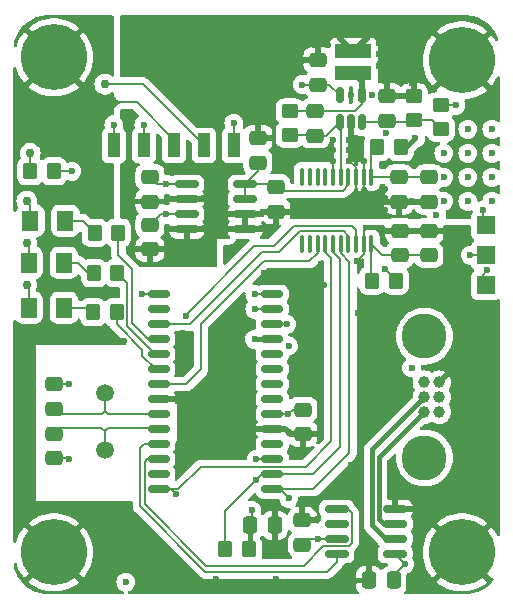
<source format=gtl>
G04 #@! TF.GenerationSoftware,KiCad,Pcbnew,8.0.9-8.0.9-0~ubuntu24.04.1*
G04 #@! TF.CreationDate,2025-06-07T19:12:40-04:00*
G04 #@! TF.ProjectId,Sensor Board,53656e73-6f72-4204-926f-6172642e6b69,rev?*
G04 #@! TF.SameCoordinates,Original*
G04 #@! TF.FileFunction,Copper,L1,Top*
G04 #@! TF.FilePolarity,Positive*
%FSLAX46Y46*%
G04 Gerber Fmt 4.6, Leading zero omitted, Abs format (unit mm)*
G04 Created by KiCad (PCBNEW 8.0.9-8.0.9-0~ubuntu24.04.1) date 2025-06-07 19:12:40*
%MOMM*%
%LPD*%
G01*
G04 APERTURE LIST*
G04 Aperture macros list*
%AMRoundRect*
0 Rectangle with rounded corners*
0 $1 Rounding radius*
0 $2 $3 $4 $5 $6 $7 $8 $9 X,Y pos of 4 corners*
0 Add a 4 corners polygon primitive as box body*
4,1,4,$2,$3,$4,$5,$6,$7,$8,$9,$2,$3,0*
0 Add four circle primitives for the rounded corners*
1,1,$1+$1,$2,$3*
1,1,$1+$1,$4,$5*
1,1,$1+$1,$6,$7*
1,1,$1+$1,$8,$9*
0 Add four rect primitives between the rounded corners*
20,1,$1+$1,$2,$3,$4,$5,0*
20,1,$1+$1,$4,$5,$6,$7,0*
20,1,$1+$1,$6,$7,$8,$9,0*
20,1,$1+$1,$8,$9,$2,$3,0*%
G04 Aperture macros list end*
G04 #@! TA.AperFunction,SMDPad,CuDef*
%ADD10RoundRect,0.250000X-0.475000X0.337500X-0.475000X-0.337500X0.475000X-0.337500X0.475000X0.337500X0*%
G04 #@! TD*
G04 #@! TA.AperFunction,SMDPad,CuDef*
%ADD11RoundRect,0.250000X-0.450000X0.350000X-0.450000X-0.350000X0.450000X-0.350000X0.450000X0.350000X0*%
G04 #@! TD*
G04 #@! TA.AperFunction,SMDPad,CuDef*
%ADD12RoundRect,0.150000X0.150000X-0.512500X0.150000X0.512500X-0.150000X0.512500X-0.150000X-0.512500X0*%
G04 #@! TD*
G04 #@! TA.AperFunction,SMDPad,CuDef*
%ADD13R,1.000000X2.000000*%
G04 #@! TD*
G04 #@! TA.AperFunction,SMDPad,CuDef*
%ADD14RoundRect,0.250000X0.337500X0.475000X-0.337500X0.475000X-0.337500X-0.475000X0.337500X-0.475000X0*%
G04 #@! TD*
G04 #@! TA.AperFunction,SMDPad,CuDef*
%ADD15RoundRect,0.250000X0.350000X0.450000X-0.350000X0.450000X-0.350000X-0.450000X0.350000X-0.450000X0*%
G04 #@! TD*
G04 #@! TA.AperFunction,SMDPad,CuDef*
%ADD16R,1.500000X1.500000*%
G04 #@! TD*
G04 #@! TA.AperFunction,ComponentPad*
%ADD17C,3.800000*%
G04 #@! TD*
G04 #@! TA.AperFunction,ComponentPad*
%ADD18C,1.000000*%
G04 #@! TD*
G04 #@! TA.AperFunction,SMDPad,CuDef*
%ADD19RoundRect,0.250000X0.475000X-0.337500X0.475000X0.337500X-0.475000X0.337500X-0.475000X-0.337500X0*%
G04 #@! TD*
G04 #@! TA.AperFunction,SMDPad,CuDef*
%ADD20RoundRect,0.250000X-0.350000X-0.450000X0.350000X-0.450000X0.350000X0.450000X-0.350000X0.450000X0*%
G04 #@! TD*
G04 #@! TA.AperFunction,SMDPad,CuDef*
%ADD21RoundRect,0.150000X-0.825000X-0.150000X0.825000X-0.150000X0.825000X0.150000X-0.825000X0.150000X0*%
G04 #@! TD*
G04 #@! TA.AperFunction,SMDPad,CuDef*
%ADD22RoundRect,0.250001X0.462499X0.624999X-0.462499X0.624999X-0.462499X-0.624999X0.462499X-0.624999X0*%
G04 #@! TD*
G04 #@! TA.AperFunction,ComponentPad*
%ADD23C,5.600000*%
G04 #@! TD*
G04 #@! TA.AperFunction,SMDPad,CuDef*
%ADD24R,3.100000X1.300000*%
G04 #@! TD*
G04 #@! TA.AperFunction,SMDPad,CuDef*
%ADD25RoundRect,0.250000X-0.337500X-0.475000X0.337500X-0.475000X0.337500X0.475000X-0.337500X0.475000X0*%
G04 #@! TD*
G04 #@! TA.AperFunction,SMDPad,CuDef*
%ADD26RoundRect,0.100000X-0.100000X0.637500X-0.100000X-0.637500X0.100000X-0.637500X0.100000X0.637500X0*%
G04 #@! TD*
G04 #@! TA.AperFunction,ComponentPad*
%ADD27C,1.500000*%
G04 #@! TD*
G04 #@! TA.AperFunction,SMDPad,CuDef*
%ADD28RoundRect,0.150000X-0.750000X-0.150000X0.750000X-0.150000X0.750000X0.150000X-0.750000X0.150000X0*%
G04 #@! TD*
G04 #@! TA.AperFunction,ViaPad*
%ADD29C,0.600000*%
G04 #@! TD*
G04 #@! TA.AperFunction,ViaPad*
%ADD30C,0.762000*%
G04 #@! TD*
G04 #@! TA.AperFunction,Conductor*
%ADD31C,0.203200*%
G04 #@! TD*
G04 #@! TA.AperFunction,Conductor*
%ADD32C,0.381000*%
G04 #@! TD*
G04 #@! TA.AperFunction,Conductor*
%ADD33C,0.508000*%
G04 #@! TD*
G04 #@! TA.AperFunction,Conductor*
%ADD34C,0.500000*%
G04 #@! TD*
G04 APERTURE END LIST*
D10*
X185420000Y-90297000D03*
X185420000Y-92372000D03*
D11*
X205384400Y-63008000D03*
X205384400Y-65008000D03*
D12*
X209616000Y-63925000D03*
X210566000Y-63925000D03*
X211516000Y-63925000D03*
X211516000Y-61650000D03*
X209616000Y-61650000D03*
D13*
X190500000Y-65887500D03*
X193040000Y-65887500D03*
X195580000Y-65887500D03*
X198120000Y-65887500D03*
X200660000Y-65887500D03*
D14*
X204110500Y-98044000D03*
X202035500Y-98044000D03*
D10*
X193548000Y-72608500D03*
X193548000Y-74683500D03*
X204216000Y-69408500D03*
X204216000Y-71483500D03*
X206502000Y-88243500D03*
X206502000Y-90318500D03*
D15*
X214360000Y-77343000D03*
X212360000Y-77343000D03*
D16*
X221996000Y-77724000D03*
D17*
X216789000Y-92342000D03*
X216789000Y-82042000D03*
D18*
X216789000Y-85942000D03*
X216789000Y-87192000D03*
X216789000Y-88442000D03*
X218039000Y-85942000D03*
X218039000Y-87192000D03*
X218039000Y-88442000D03*
D16*
X221996000Y-75184000D03*
D19*
X214680000Y-75179000D03*
X214680000Y-73104000D03*
D20*
X188865000Y-73279000D03*
X190865000Y-73279000D03*
D21*
X196661000Y-69158500D03*
X196661000Y-70428500D03*
X196661000Y-71698500D03*
X196661000Y-72968500D03*
X201611000Y-72968500D03*
X201611000Y-71698500D03*
X201611000Y-70428500D03*
X201611000Y-69158500D03*
D11*
X215900000Y-61738000D03*
X215900000Y-63738000D03*
D10*
X206451200Y-97616100D03*
X206451200Y-99691100D03*
D11*
X218186000Y-62500000D03*
X218186000Y-64500000D03*
D22*
X186272500Y-79629000D03*
X183297500Y-79629000D03*
D20*
X188799500Y-76708000D03*
X190799500Y-76708000D03*
D21*
X209361000Y-96668500D03*
X209361000Y-97938500D03*
X209361000Y-99208500D03*
X209361000Y-100478500D03*
X214311000Y-100478500D03*
X214311000Y-99208500D03*
X214311000Y-97938500D03*
X214311000Y-96668500D03*
D19*
X217170000Y-75184000D03*
X217170000Y-73109000D03*
X207772000Y-60727500D03*
X207772000Y-58652500D03*
D20*
X188738000Y-80010000D03*
X190738000Y-80010000D03*
D23*
X219964000Y-58674000D03*
X185420000Y-58420000D03*
D15*
X201930000Y-100076000D03*
X199930000Y-100076000D03*
D23*
X185420000Y-100330000D03*
D24*
X210779600Y-57924800D03*
X210779600Y-59724800D03*
D25*
X212097800Y-102717600D03*
X214172800Y-102717600D03*
D19*
X185420000Y-88159500D03*
X185420000Y-86084500D03*
X202692000Y-67331500D03*
X202692000Y-65256500D03*
D22*
X186272500Y-75819000D03*
X183297500Y-75819000D03*
D26*
X212300000Y-68523500D03*
X211650000Y-68523500D03*
X211000000Y-68523500D03*
X210350000Y-68523500D03*
X209700000Y-68523500D03*
X209050000Y-68523500D03*
X208400000Y-68523500D03*
X207750000Y-68523500D03*
X207100000Y-68523500D03*
X206450000Y-68523500D03*
X206450000Y-74248500D03*
X207100000Y-74248500D03*
X207750000Y-74248500D03*
X208400000Y-74248500D03*
X209050000Y-74248500D03*
X209700000Y-74248500D03*
X210350000Y-74248500D03*
X211000000Y-74248500D03*
X211650000Y-74248500D03*
X212300000Y-74248500D03*
D19*
X217170000Y-70660000D03*
X217170000Y-68585000D03*
D23*
X219964000Y-100330000D03*
D20*
X183404000Y-68072000D03*
X185404000Y-68072000D03*
D19*
X214630000Y-70655000D03*
X214630000Y-68580000D03*
D22*
X186399500Y-72263000D03*
X183424500Y-72263000D03*
D15*
X214775000Y-66040000D03*
X212775000Y-66040000D03*
D10*
X193548000Y-68558500D03*
X193548000Y-70633500D03*
D27*
X189720000Y-86831500D03*
X189720000Y-91711500D03*
D10*
X213614000Y-61700500D03*
X213614000Y-63775500D03*
X207518000Y-62970500D03*
X207518000Y-65045500D03*
D16*
X221996000Y-72644000D03*
D28*
X194300000Y-78486000D03*
X194300000Y-79756000D03*
X194300000Y-81026000D03*
X194300000Y-82296000D03*
X194300000Y-83566000D03*
X194300000Y-84836000D03*
X194300000Y-86106000D03*
X194300000Y-87376000D03*
X194300000Y-88646000D03*
X194300000Y-89916000D03*
X194300000Y-91186000D03*
X194300000Y-92456000D03*
X194300000Y-93726000D03*
X194300000Y-94996000D03*
X203900000Y-94996000D03*
X203900000Y-93726000D03*
X203900000Y-92456000D03*
X203900000Y-91186000D03*
X203900000Y-89916000D03*
X203900000Y-88646000D03*
X203900000Y-87376000D03*
X203900000Y-86106000D03*
X203900000Y-84836000D03*
X203900000Y-83566000D03*
X203900000Y-82296000D03*
X203900000Y-81026000D03*
X203900000Y-79756000D03*
X203900000Y-78486000D03*
D29*
X205282800Y-82854800D03*
X215138000Y-101346000D03*
X213487000Y-76327000D03*
D30*
X183404000Y-66564000D03*
D29*
X191516000Y-102870000D03*
X205232000Y-88646000D03*
X202184000Y-96774000D03*
D30*
X189738000Y-60706000D03*
D29*
X222123000Y-76454000D03*
X220675200Y-75184000D03*
D30*
X183134000Y-77724000D03*
D29*
X215696800Y-84705200D03*
D30*
X183134000Y-70612000D03*
D29*
X207772000Y-99208500D03*
D30*
X183134000Y-74168000D03*
D29*
X186944000Y-68072000D03*
X200660000Y-64008000D03*
X192913000Y-78486000D03*
X202438000Y-79756000D03*
X190500000Y-64135000D03*
X202438000Y-78486000D03*
X193040000Y-64135000D03*
X202565000Y-92456000D03*
X215773000Y-60579000D03*
X210566000Y-61595000D03*
X210693000Y-71120000D03*
X213543208Y-64871600D03*
X204216000Y-72517000D03*
X208584800Y-57404000D03*
X200660000Y-62230000D03*
X213487000Y-70358000D03*
X213309200Y-67462400D03*
X203073000Y-72898000D03*
X192278000Y-74676000D03*
X210439000Y-67183000D03*
X210794600Y-56337200D03*
X202692000Y-64008000D03*
X212344000Y-61595000D03*
X209042000Y-65405000D03*
X213487000Y-69596000D03*
X205486000Y-71501000D03*
X193040000Y-55880000D03*
X206451200Y-58724800D03*
X210439000Y-66294000D03*
X209778600Y-56337200D03*
X212953600Y-59131200D03*
X212217000Y-69977000D03*
X215900000Y-55880000D03*
X209042000Y-66294000D03*
X196723000Y-73914000D03*
X208635600Y-56337200D03*
X198120000Y-70358000D03*
X192151000Y-70612000D03*
X209042000Y-67183000D03*
X207518000Y-57404000D03*
X212953600Y-57251600D03*
X213487000Y-60452000D03*
X212953600Y-56337200D03*
X211695200Y-67183000D03*
X212953600Y-58115200D03*
X198247000Y-72898000D03*
X199898000Y-72898000D03*
X210439000Y-65405000D03*
X215773000Y-70612000D03*
X214757000Y-61722000D03*
X194945000Y-74676000D03*
X213487000Y-71374000D03*
X200660000Y-55880000D03*
X211810600Y-56337200D03*
X199898000Y-71628000D03*
X205130400Y-81026000D03*
X194945000Y-69158500D03*
X222504000Y-68580000D03*
X219456000Y-62500000D03*
X206451200Y-60727500D03*
X220472000Y-70612000D03*
X218440000Y-66548000D03*
X222504000Y-64516000D03*
X220472000Y-64516000D03*
X221742000Y-71374000D03*
X222504000Y-70612000D03*
X216014300Y-65290700D03*
X220472000Y-66548000D03*
X218440000Y-70612000D03*
X218440000Y-68580000D03*
X194945000Y-71698500D03*
X222504000Y-66548000D03*
X217805000Y-71755000D03*
X220472000Y-68580000D03*
X195732400Y-95427800D03*
X205308000Y-95758000D03*
X202565000Y-94234000D03*
X202412600Y-82296000D03*
X196596000Y-80360800D03*
X183388000Y-96520000D03*
X199136000Y-102616000D03*
X205292812Y-90182559D03*
X206502000Y-96266000D03*
X183388000Y-82296000D03*
X219202000Y-72898000D03*
X185420000Y-63500000D03*
X208310200Y-77673200D03*
X211175600Y-80060800D03*
X187452000Y-82296000D03*
X206248000Y-78613000D03*
X210566000Y-92964000D03*
X186690000Y-92456000D03*
X183388000Y-89408000D03*
D30*
X189738000Y-62230000D03*
D29*
X200660000Y-74930000D03*
X183388000Y-92964000D03*
X211074000Y-75692000D03*
X199898000Y-91948000D03*
X183388000Y-85852000D03*
X198882000Y-82804000D03*
X191342341Y-82469659D03*
X202438000Y-89916000D03*
X203200000Y-76708000D03*
X204216000Y-102616000D03*
X207772000Y-97536000D03*
X209361000Y-97938500D03*
X186690000Y-86106000D03*
X208026000Y-75946000D03*
X204216000Y-96520000D03*
X193548000Y-99060000D03*
X213055200Y-86309200D03*
X191008000Y-96520000D03*
X196342000Y-87376000D03*
X196342000Y-81788000D03*
X187452000Y-96520000D03*
X206502000Y-91440000D03*
X211429600Y-91084400D03*
X210820000Y-102870000D03*
X196596000Y-92456000D03*
X209550000Y-95504000D03*
D31*
X189720000Y-86831500D02*
X189720000Y-88247000D01*
X189720000Y-88247000D02*
X189720000Y-88374000D01*
X189992000Y-88646000D02*
X194300000Y-88646000D01*
X189720000Y-88410000D02*
X189484000Y-88646000D01*
X189484000Y-88646000D02*
X185420000Y-88646000D01*
X189720000Y-88374000D02*
X189992000Y-88646000D01*
X185420000Y-88646000D02*
X185420000Y-88159500D01*
X189720000Y-88247000D02*
X189720000Y-88410000D01*
X189720000Y-91711500D02*
X189720000Y-90188000D01*
X189992000Y-89789000D02*
X194173000Y-89789000D01*
X189720000Y-90061000D02*
X189448000Y-89789000D01*
X189720000Y-90061000D02*
X189992000Y-89789000D01*
X185420000Y-89789000D02*
X185420000Y-90402500D01*
X189448000Y-89789000D02*
X185420000Y-89789000D01*
X189720000Y-90188000D02*
X189720000Y-90061000D01*
X194173000Y-89789000D02*
X194300000Y-89916000D01*
X222123000Y-76454000D02*
X221742000Y-76835000D01*
X214397500Y-102086500D02*
X215138000Y-101346000D01*
X203900000Y-88646000D02*
X205232000Y-88646000D01*
X192938500Y-60706000D02*
X189738000Y-60706000D01*
X198120000Y-65887500D02*
X192938500Y-60706000D01*
X214311000Y-100519000D02*
X215138000Y-101346000D01*
X221742000Y-76835000D02*
X221742000Y-77724000D01*
D32*
X202035500Y-98044000D02*
X202035500Y-99970500D01*
D31*
X202168000Y-96790000D02*
X202184000Y-96774000D01*
X214360000Y-77200000D02*
X214360000Y-77343000D01*
D32*
X202035500Y-98176500D02*
X202168000Y-98044000D01*
D31*
X202168000Y-98044000D02*
X202168000Y-96790000D01*
D32*
X202035500Y-99970500D02*
X201930000Y-100076000D01*
D31*
X206502000Y-88243500D02*
X205634500Y-88243500D01*
X183404000Y-68072000D02*
X183404000Y-66564000D01*
X214311000Y-100478500D02*
X214311000Y-100519000D01*
X213487000Y-76327000D02*
X214360000Y-77200000D01*
X214397500Y-102616000D02*
X214397500Y-102086500D01*
X205634500Y-88243500D02*
X205232000Y-88646000D01*
X207518000Y-65045500D02*
X208495500Y-65045500D01*
X209700000Y-64009000D02*
X209700000Y-68523500D01*
X205384400Y-65008000D02*
X207143000Y-65008000D01*
X208495500Y-65045500D02*
X209616000Y-63925000D01*
X209616000Y-63925000D02*
X209700000Y-64009000D01*
X209616000Y-64582000D02*
X209616000Y-63925000D01*
X183424500Y-70902500D02*
X183424500Y-72263000D01*
X221742000Y-75184000D02*
X220675200Y-75184000D01*
X206451200Y-99691100D02*
X206933800Y-99208500D01*
X183134000Y-70612000D02*
X183424500Y-70902500D01*
X206933800Y-99208500D02*
X207772000Y-99208500D01*
X183297500Y-74331500D02*
X183297500Y-75819000D01*
X183297500Y-77887500D02*
X183297500Y-79629000D01*
X183134000Y-77724000D02*
X183297500Y-77887500D01*
X183134000Y-74168000D02*
X183297500Y-74331500D01*
X207772000Y-99208500D02*
X209361000Y-99208500D01*
X186272500Y-75819000D02*
X187452000Y-75819000D01*
X188341000Y-76708000D02*
X188799500Y-76708000D01*
X187452000Y-75819000D02*
X188341000Y-76708000D01*
X186272500Y-79629000D02*
X188357000Y-79629000D01*
X188357000Y-79629000D02*
X188738000Y-80010000D01*
X209260658Y-62970500D02*
X205421900Y-62970500D01*
X210943100Y-62970500D02*
X210930300Y-62957700D01*
X210930300Y-62957700D02*
X209273458Y-62957700D01*
D33*
X211516000Y-61650000D02*
X211516000Y-60461200D01*
D31*
X209273458Y-62957700D02*
X209260658Y-62970500D01*
X205421900Y-62970500D02*
X205384400Y-63008000D01*
X211516000Y-61650000D02*
X211516000Y-62397600D01*
X210318000Y-59452000D02*
X210590800Y-59724800D01*
X211516000Y-62397600D02*
X210943100Y-62970500D01*
X210590800Y-59724800D02*
X210779600Y-59724800D01*
D33*
X211516000Y-60461200D02*
X210779600Y-59724800D01*
D31*
X200660000Y-65887500D02*
X200660000Y-64008000D01*
X194300000Y-78486000D02*
X192913000Y-78486000D01*
X185404000Y-68072000D02*
X186944000Y-68072000D01*
X203900000Y-79756000D02*
X202438000Y-79756000D01*
X190500000Y-65887500D02*
X190500000Y-64135000D01*
X202438000Y-78486000D02*
X202311000Y-78486000D01*
X203900000Y-78486000D02*
X202438000Y-78486000D01*
X193040000Y-65887500D02*
X193040000Y-64135000D01*
X202565000Y-92456000D02*
X203900000Y-92456000D01*
X190881000Y-73295000D02*
X190865000Y-73279000D01*
X192049200Y-76366166D02*
X190881000Y-75197966D01*
X193400001Y-82296000D02*
X192049200Y-80945199D01*
X194300000Y-82296000D02*
X193400001Y-82296000D01*
X190881000Y-75197966D02*
X190881000Y-73295000D01*
X192049200Y-80945199D02*
X192049200Y-76366166D01*
X207750000Y-74985999D02*
X207043999Y-75692000D01*
X197866000Y-84836000D02*
X196596000Y-86106000D01*
X207750000Y-74248500D02*
X207750000Y-74985999D01*
X203200000Y-75692000D02*
X197866000Y-81026000D01*
X207043999Y-75692000D02*
X203200000Y-75692000D01*
X197866000Y-81026000D02*
X197866000Y-84836000D01*
X196596000Y-86106000D02*
X194300000Y-86106000D01*
X211650000Y-69410000D02*
X211650000Y-68523500D01*
X211000000Y-69776000D02*
X211074000Y-69850000D01*
X212217000Y-69977000D02*
X211650000Y-69410000D01*
X209050000Y-67191000D02*
X209042000Y-67183000D01*
D34*
X210566000Y-63925000D02*
X210566000Y-66167000D01*
D31*
X211000000Y-67744000D02*
X210439000Y-67183000D01*
X211650000Y-67228200D02*
X211695200Y-67183000D01*
X211650000Y-68523500D02*
X211650000Y-67228200D01*
X211000000Y-68523500D02*
X211000000Y-69776000D01*
X211000000Y-68523500D02*
X211000000Y-67744000D01*
D34*
X210566000Y-66167000D02*
X210439000Y-66294000D01*
D31*
X209050000Y-68523500D02*
X209050000Y-67191000D01*
X217424000Y-63738000D02*
X215900000Y-63738000D01*
X218186000Y-64500000D02*
X217424000Y-63738000D01*
X211516000Y-63925000D02*
X215713000Y-63925000D01*
X215713000Y-63925000D02*
X215900000Y-63738000D01*
X192688800Y-91537200D02*
X192688800Y-96430020D01*
X194300000Y-91186000D02*
X193040000Y-91186000D01*
X208559400Y-101981000D02*
X209361000Y-101179400D01*
X192688800Y-96430020D02*
X198239780Y-101981000D01*
X209361000Y-101179400D02*
X209361000Y-100478500D01*
X193040000Y-91186000D02*
X192688800Y-91537200D01*
X198239780Y-101981000D02*
X208559400Y-101981000D01*
X206578200Y-101473000D02*
X198306516Y-101473000D01*
X210335999Y-96668500D02*
X210640800Y-96973301D01*
X193294000Y-92456000D02*
X194300000Y-92456000D01*
X209361000Y-96668500D02*
X210335999Y-96668500D01*
X210640800Y-96973301D02*
X210640800Y-99551042D01*
X193095200Y-96261684D02*
X193095200Y-92654800D01*
X210640800Y-99551042D02*
X210369842Y-99822000D01*
X198306516Y-101473000D02*
X193095200Y-96261684D01*
X208229200Y-99822000D02*
X206578200Y-101473000D01*
X210369842Y-99822000D02*
X208229200Y-99822000D01*
X193095200Y-92654800D02*
X193294000Y-92456000D01*
X187849000Y-72263000D02*
X188865000Y-73279000D01*
X186399500Y-72263000D02*
X187849000Y-72263000D01*
X212300000Y-66515000D02*
X212775000Y-66040000D01*
X217108500Y-68523500D02*
X217170000Y-68585000D01*
X212300000Y-68523500D02*
X217108500Y-68523500D01*
X212300000Y-68523500D02*
X212300000Y-66515000D01*
X212300000Y-74248500D02*
X212300000Y-76775000D01*
X217170000Y-75184000D02*
X213235500Y-75184000D01*
X213235500Y-75184000D02*
X212300000Y-74248500D01*
X205130400Y-81026000D02*
X203900000Y-81026000D01*
D32*
X214311000Y-99208500D02*
X213508500Y-99208500D01*
X216775117Y-87192000D02*
X216789000Y-87192000D01*
X213508500Y-99208500D02*
X212358099Y-98058099D01*
X212358099Y-91609018D02*
X216775117Y-87192000D01*
X212358099Y-98058099D02*
X212358099Y-91609018D01*
X213336001Y-97938500D02*
X212942300Y-97544799D01*
X214311000Y-97938500D02*
X213336001Y-97938500D01*
X212942300Y-97544799D02*
X212942300Y-92288700D01*
X212942300Y-92288700D02*
X216789000Y-88442000D01*
D31*
X194945000Y-71698500D02*
X194458000Y-71698500D01*
X208693500Y-60727500D02*
X207772000Y-60727500D01*
X196661000Y-71698500D02*
X194945000Y-71698500D01*
X194458000Y-71698500D02*
X193548000Y-72608500D01*
X196661000Y-69158500D02*
X194945000Y-69158500D01*
X219567000Y-62500000D02*
X219583000Y-62484000D01*
X209616000Y-61650000D02*
X208693500Y-60727500D01*
D32*
X215265000Y-66040000D02*
X214775000Y-66040000D01*
D31*
X221742000Y-71374000D02*
X221742000Y-72644000D01*
X194148000Y-69158500D02*
X193548000Y-68558500D01*
D32*
X216014300Y-65290700D02*
X215265000Y-66040000D01*
D31*
X219456000Y-62500000D02*
X219567000Y-62500000D01*
X218186000Y-62500000D02*
X219456000Y-62500000D01*
X207772000Y-60727500D02*
X206451200Y-60727500D01*
X194945000Y-69158500D02*
X194148000Y-69158500D01*
X201611000Y-69158500D02*
X202692000Y-68077500D01*
X202692000Y-68077500D02*
X202692000Y-67331500D01*
X210350000Y-69260999D02*
X210350000Y-68523500D01*
X201611000Y-70428500D02*
X201611000Y-69158500D01*
X203966000Y-69158500D02*
X204216000Y-69408500D01*
X204216000Y-69408500D02*
X204530500Y-69723000D01*
X204530500Y-69723000D02*
X209887999Y-69723000D01*
X201611000Y-69158500D02*
X203966000Y-69158500D01*
X209887999Y-69723000D02*
X210350000Y-69260999D01*
X194300000Y-83566000D02*
X193995736Y-83566000D01*
X191642800Y-77551300D02*
X190799500Y-76708000D01*
X193995736Y-83566000D02*
X191642800Y-81213064D01*
X191642800Y-81213064D02*
X191642800Y-77551300D01*
X190738000Y-81010000D02*
X190738000Y-80010000D01*
X194300000Y-84836000D02*
X194022658Y-84836000D01*
X192913000Y-83726342D02*
X192913000Y-83185000D01*
X194022658Y-84836000D02*
X192913000Y-83726342D01*
X192913000Y-83185000D02*
X190738000Y-81010000D01*
X195300600Y-94996000D02*
X195732400Y-95427800D01*
X195961000Y-94996000D02*
X194300000Y-94996000D01*
X208400000Y-74248500D02*
X208400000Y-74911246D01*
X206740900Y-93106100D02*
X197850900Y-93106100D01*
X194300000Y-94996000D02*
X195300600Y-94996000D01*
X208915000Y-90932000D02*
X206740900Y-93106100D01*
X197850900Y-93106100D02*
X195961000Y-94996000D01*
X208915000Y-75426246D02*
X208915000Y-90932000D01*
X208400000Y-74911246D02*
X208915000Y-75426246D01*
X206233754Y-73152000D02*
X204455754Y-74930000D01*
X203073000Y-74930000D02*
X196977000Y-81026000D01*
X210350000Y-73511001D02*
X209990999Y-73152000D01*
X204455754Y-74930000D02*
X203073000Y-74930000D01*
X209990999Y-73152000D02*
X206233754Y-73152000D01*
X196977000Y-81026000D02*
X194300000Y-81026000D01*
X210350000Y-74248500D02*
X210350000Y-73511001D01*
X209677000Y-74271500D02*
X209700000Y-74248500D01*
X204546000Y-94996000D02*
X205308000Y-95758000D01*
X207391000Y-94996000D02*
X203900000Y-94996000D01*
X209700000Y-74248500D02*
X209700000Y-74986510D01*
X203900000Y-94996000D02*
X204546000Y-94996000D01*
X209700000Y-74986510D02*
X210439000Y-75725510D01*
X210439000Y-75725510D02*
X210439000Y-91948000D01*
X210439000Y-91948000D02*
X207391000Y-94996000D01*
X209677000Y-91440000D02*
X207391000Y-93726000D01*
X199930000Y-96869000D02*
X202565000Y-94234000D01*
X203073000Y-93726000D02*
X202565000Y-94234000D01*
X209050000Y-74248500D02*
X209050000Y-74911246D01*
X199930000Y-100076000D02*
X199930000Y-96869000D01*
X203900000Y-93726000D02*
X203073000Y-93726000D01*
X209677000Y-75538246D02*
X209677000Y-91440000D01*
X207391000Y-93726000D02*
X203900000Y-93726000D01*
X209050000Y-74911246D02*
X209677000Y-75538246D01*
X211000000Y-73078000D02*
X211000000Y-74248500D01*
X196596000Y-80200500D02*
X202374500Y-74422000D01*
X204089000Y-74422000D02*
X205765400Y-72745600D01*
X202374500Y-74422000D02*
X204089000Y-74422000D01*
X196596000Y-80360800D02*
X196596000Y-80200500D01*
X205765400Y-72745600D02*
X210667600Y-72745600D01*
X210667600Y-72745600D02*
X211000000Y-73078000D01*
D32*
X203900000Y-82296000D02*
X202412600Y-82296000D01*
D31*
X186690000Y-86106000D02*
X186668500Y-86084500D01*
D33*
X203900000Y-89916000D02*
X205026253Y-89916000D01*
D31*
X211650000Y-73084000D02*
X211836000Y-72898000D01*
D33*
X205026253Y-89916000D02*
X205292812Y-90182559D01*
X206502000Y-90318500D02*
X205428753Y-90318500D01*
D31*
X211650000Y-74248500D02*
X211650000Y-75116000D01*
X186668500Y-86084500D02*
X185420000Y-86084500D01*
X195580000Y-65887500D02*
X195580000Y-65387500D01*
X211650000Y-74248500D02*
X211650000Y-73084000D01*
X186690000Y-92456000D02*
X186606000Y-92372000D01*
X211650000Y-75116000D02*
X211074000Y-75692000D01*
X186606000Y-92372000D02*
X185420000Y-92372000D01*
D33*
X205428753Y-90318500D02*
X205292812Y-90182559D01*
D31*
X192422500Y-62230000D02*
X189738000Y-62230000D01*
X195580000Y-65387500D02*
X192422500Y-62230000D01*
G04 #@! TA.AperFunction,Conductor*
G36*
X190445539Y-54884185D02*
G01*
X190491294Y-54936989D01*
X190502500Y-54988500D01*
X190502500Y-59928483D01*
X190482815Y-59995522D01*
X190430011Y-60041277D01*
X190360853Y-60051221D01*
X190305615Y-60028801D01*
X190181182Y-59938395D01*
X190181179Y-59938393D01*
X190181178Y-59938393D01*
X190136085Y-59918316D01*
X190011904Y-59863026D01*
X190011896Y-59863024D01*
X189830649Y-59824500D01*
X189645351Y-59824500D01*
X189464103Y-59863024D01*
X189464095Y-59863026D01*
X189294822Y-59938392D01*
X189144909Y-60047311D01*
X189144906Y-60047313D01*
X189020922Y-60185014D01*
X188928274Y-60345485D01*
X188871014Y-60521711D01*
X188871013Y-60521713D01*
X188851644Y-60706000D01*
X188871013Y-60890286D01*
X188871014Y-60890288D01*
X188928274Y-61066514D01*
X188979587Y-61155390D01*
X189020923Y-61226987D01*
X189064112Y-61274954D01*
X189144906Y-61364686D01*
X189144909Y-61364688D01*
X189144912Y-61364691D01*
X189237693Y-61432100D01*
X189294822Y-61473607D01*
X189464095Y-61548973D01*
X189464098Y-61548973D01*
X189464101Y-61548975D01*
X189645351Y-61587500D01*
X189830649Y-61587500D01*
X190011899Y-61548975D01*
X190011902Y-61548973D01*
X190011904Y-61548973D01*
X190068922Y-61523586D01*
X190181178Y-61473607D01*
X190305616Y-61383197D01*
X190371420Y-61359718D01*
X190439474Y-61375543D01*
X190488169Y-61425649D01*
X190502500Y-61483516D01*
X190502500Y-61503900D01*
X190502501Y-61503909D01*
X190514052Y-61611350D01*
X190514054Y-61611362D01*
X190525260Y-61662872D01*
X190559383Y-61765397D01*
X190559386Y-61765403D01*
X190637171Y-61886437D01*
X190637179Y-61886448D01*
X190682923Y-61939240D01*
X190682926Y-61939243D01*
X190682930Y-61939247D01*
X190791664Y-62033467D01*
X190791667Y-62033468D01*
X190791668Y-62033469D01*
X190922542Y-62093239D01*
X190926685Y-62094784D01*
X190925969Y-62096703D01*
X190977702Y-62129940D01*
X191006735Y-62193492D01*
X191008000Y-62211156D01*
X191008000Y-62248304D01*
X190988315Y-62315343D01*
X190935511Y-62361098D01*
X190923159Y-62365958D01*
X190870502Y-62383483D01*
X190870496Y-62383486D01*
X190749462Y-62461271D01*
X190749451Y-62461279D01*
X190696659Y-62507023D01*
X190602433Y-62615764D01*
X190602430Y-62615768D01*
X190542664Y-62746634D01*
X190522976Y-62813682D01*
X190502500Y-62956101D01*
X190502500Y-63218339D01*
X190482815Y-63285378D01*
X190430011Y-63331133D01*
X190392385Y-63341559D01*
X190320748Y-63349631D01*
X190320745Y-63349631D01*
X190150476Y-63409211D01*
X189997737Y-63505184D01*
X189870184Y-63632737D01*
X189774211Y-63785476D01*
X189714631Y-63955745D01*
X189714630Y-63955750D01*
X189694435Y-64134996D01*
X189694435Y-64135003D01*
X189714630Y-64314249D01*
X189714632Y-64314257D01*
X189729448Y-64356598D01*
X189733009Y-64426376D01*
X189698280Y-64487004D01*
X189686718Y-64496818D01*
X189642452Y-64529955D01*
X189556206Y-64645164D01*
X189556202Y-64645171D01*
X189505908Y-64780017D01*
X189499501Y-64839616D01*
X189499500Y-64839635D01*
X189499500Y-66935370D01*
X189499501Y-66935376D01*
X189505908Y-66994983D01*
X189556202Y-67129828D01*
X189556206Y-67129835D01*
X189642452Y-67245044D01*
X189642455Y-67245047D01*
X189757664Y-67331293D01*
X189757671Y-67331297D01*
X189797658Y-67346211D01*
X189892517Y-67381591D01*
X189952127Y-67388000D01*
X190378500Y-67387999D01*
X190445539Y-67407683D01*
X190491294Y-67460487D01*
X190502500Y-67511999D01*
X190502500Y-71954500D01*
X190502582Y-71956042D01*
X190502500Y-71956388D01*
X190502500Y-71957821D01*
X190502161Y-71957821D01*
X190486506Y-72024037D01*
X190436221Y-72072547D01*
X190391362Y-72086022D01*
X190362202Y-72089001D01*
X190362200Y-72089001D01*
X190195668Y-72144185D01*
X190195663Y-72144187D01*
X190046342Y-72236289D01*
X189952681Y-72329951D01*
X189891358Y-72363436D01*
X189821666Y-72358452D01*
X189777319Y-72329951D01*
X189683657Y-72236289D01*
X189683656Y-72236288D01*
X189534334Y-72144186D01*
X189367797Y-72089001D01*
X189367795Y-72089000D01*
X189265016Y-72078500D01*
X189265009Y-72078500D01*
X188567360Y-72078500D01*
X188500321Y-72058815D01*
X188479679Y-72042181D01*
X188218701Y-71781202D01*
X188218693Y-71781196D01*
X188215654Y-71779441D01*
X188215654Y-71779442D01*
X188081402Y-71701933D01*
X188081403Y-71701933D01*
X188030357Y-71688255D01*
X187928268Y-71660900D01*
X187928266Y-71660900D01*
X187731926Y-71660900D01*
X187664887Y-71641215D01*
X187619132Y-71588411D01*
X187608568Y-71549503D01*
X187601999Y-71485204D01*
X187601999Y-71485203D01*
X187546814Y-71318666D01*
X187458121Y-71174874D01*
X187454713Y-71169348D01*
X187454710Y-71169344D01*
X187330655Y-71045289D01*
X187330651Y-71045286D01*
X187181337Y-70953187D01*
X187181335Y-70953186D01*
X187085078Y-70921290D01*
X187014797Y-70898001D01*
X187014795Y-70898000D01*
X186912015Y-70887500D01*
X186912008Y-70887500D01*
X185886992Y-70887500D01*
X185886984Y-70887500D01*
X185784204Y-70898000D01*
X185784203Y-70898001D01*
X185617664Y-70953186D01*
X185617662Y-70953187D01*
X185468348Y-71045286D01*
X185468344Y-71045289D01*
X185344289Y-71169344D01*
X185344286Y-71169348D01*
X185252187Y-71318662D01*
X185252186Y-71318664D01*
X185197001Y-71485203D01*
X185197000Y-71485204D01*
X185186500Y-71587984D01*
X185186500Y-72938015D01*
X185197000Y-73040795D01*
X185197001Y-73040797D01*
X185208206Y-73074610D01*
X185252186Y-73207335D01*
X185252187Y-73207337D01*
X185344286Y-73356651D01*
X185344289Y-73356655D01*
X185468344Y-73480710D01*
X185468348Y-73480713D01*
X185617662Y-73572812D01*
X185617664Y-73572813D01*
X185617666Y-73572814D01*
X185784203Y-73627999D01*
X185886992Y-73638500D01*
X185886997Y-73638500D01*
X186912003Y-73638500D01*
X186912008Y-73638500D01*
X187014797Y-73627999D01*
X187181334Y-73572814D01*
X187330655Y-73480711D01*
X187454711Y-73356655D01*
X187534963Y-73226547D01*
X187586909Y-73179824D01*
X187655872Y-73168603D01*
X187719954Y-73196446D01*
X187758810Y-73254515D01*
X187764500Y-73291646D01*
X187764500Y-73779001D01*
X187764501Y-73779019D01*
X187775000Y-73881796D01*
X187775001Y-73881799D01*
X187828517Y-74043298D01*
X187830186Y-74048334D01*
X187922288Y-74197656D01*
X188046344Y-74321712D01*
X188195666Y-74413814D01*
X188362203Y-74468999D01*
X188464991Y-74479500D01*
X189265008Y-74479499D01*
X189265016Y-74479498D01*
X189265019Y-74479498D01*
X189357547Y-74470046D01*
X189367797Y-74468999D01*
X189534334Y-74413814D01*
X189683656Y-74321712D01*
X189777319Y-74228049D01*
X189838642Y-74194564D01*
X189908334Y-74199548D01*
X189952681Y-74228049D01*
X190046344Y-74321712D01*
X190195666Y-74413814D01*
X190195670Y-74413815D01*
X190202209Y-74416864D01*
X190201461Y-74418466D01*
X190251340Y-74452990D01*
X190278170Y-74517503D01*
X190278900Y-74530935D01*
X190278900Y-75277234D01*
X190301950Y-75363255D01*
X190309326Y-75390783D01*
X190307663Y-75460633D01*
X190268501Y-75518496D01*
X190228555Y-75540583D01*
X190130168Y-75573185D01*
X190130163Y-75573187D01*
X189980842Y-75665289D01*
X189887181Y-75758951D01*
X189825858Y-75792436D01*
X189756166Y-75787452D01*
X189711819Y-75758951D01*
X189618157Y-75665289D01*
X189618156Y-75665288D01*
X189468834Y-75573186D01*
X189302297Y-75518001D01*
X189302295Y-75518000D01*
X189199510Y-75507500D01*
X188399498Y-75507500D01*
X188399480Y-75507501D01*
X188296703Y-75518000D01*
X188296700Y-75518001D01*
X188148326Y-75567168D01*
X188078498Y-75569570D01*
X188021641Y-75537143D01*
X187821697Y-75337199D01*
X187812431Y-75331850D01*
X187803166Y-75326500D01*
X187684408Y-75257936D01*
X187684403Y-75257933D01*
X187646669Y-75247822D01*
X187574443Y-75228469D01*
X187514785Y-75192104D01*
X187484256Y-75129257D01*
X187483181Y-75121297D01*
X187474999Y-75041205D01*
X187474999Y-75041204D01*
X187474999Y-75041203D01*
X187419814Y-74874666D01*
X187395024Y-74834476D01*
X187327713Y-74725348D01*
X187327710Y-74725344D01*
X187203655Y-74601289D01*
X187203651Y-74601286D01*
X187054337Y-74509187D01*
X187054335Y-74509186D01*
X186958908Y-74477565D01*
X186887797Y-74454001D01*
X186887795Y-74454000D01*
X186785015Y-74443500D01*
X186785008Y-74443500D01*
X185759992Y-74443500D01*
X185759984Y-74443500D01*
X185657204Y-74454000D01*
X185657203Y-74454001D01*
X185490664Y-74509186D01*
X185490662Y-74509187D01*
X185341348Y-74601286D01*
X185341344Y-74601289D01*
X185217289Y-74725344D01*
X185217286Y-74725348D01*
X185125187Y-74874662D01*
X185125186Y-74874664D01*
X185070001Y-75041203D01*
X185070000Y-75041204D01*
X185059500Y-75143984D01*
X185059500Y-76494015D01*
X185070000Y-76596795D01*
X185070001Y-76596796D01*
X185125186Y-76763335D01*
X185125187Y-76763337D01*
X185217286Y-76912651D01*
X185217289Y-76912655D01*
X185341344Y-77036710D01*
X185341348Y-77036713D01*
X185490662Y-77128812D01*
X185490664Y-77128813D01*
X185490666Y-77128814D01*
X185657203Y-77183999D01*
X185759992Y-77194500D01*
X185759997Y-77194500D01*
X186785003Y-77194500D01*
X186785008Y-77194500D01*
X186887797Y-77183999D01*
X187054334Y-77128814D01*
X187203655Y-77036711D01*
X187327711Y-76912655D01*
X187385182Y-76819479D01*
X187437128Y-76772758D01*
X187506091Y-76761535D01*
X187570173Y-76789379D01*
X187578400Y-76796898D01*
X187662681Y-76881179D01*
X187696166Y-76942502D01*
X187699000Y-76968859D01*
X187699000Y-77208000D01*
X187699001Y-77208019D01*
X187709500Y-77310796D01*
X187709501Y-77310799D01*
X187764685Y-77477331D01*
X187764686Y-77477334D01*
X187856788Y-77626656D01*
X187980844Y-77750712D01*
X188130166Y-77842814D01*
X188296703Y-77897999D01*
X188399491Y-77908500D01*
X189199508Y-77908499D01*
X189199516Y-77908498D01*
X189199519Y-77908498D01*
X189275797Y-77900706D01*
X189302297Y-77897999D01*
X189468834Y-77842814D01*
X189618156Y-77750712D01*
X189711819Y-77657049D01*
X189773142Y-77623564D01*
X189842834Y-77628548D01*
X189887181Y-77657049D01*
X189980844Y-77750712D01*
X190130166Y-77842814D01*
X190296703Y-77897999D01*
X190399491Y-77908500D01*
X190916700Y-77908499D01*
X190983739Y-77928183D01*
X191029494Y-77980987D01*
X191040700Y-78032499D01*
X191040700Y-78685500D01*
X191021015Y-78752539D01*
X190968211Y-78798294D01*
X190916700Y-78809500D01*
X190337998Y-78809500D01*
X190337980Y-78809501D01*
X190235203Y-78820000D01*
X190235200Y-78820001D01*
X190068668Y-78875185D01*
X190068663Y-78875187D01*
X189919342Y-78967289D01*
X189825681Y-79060951D01*
X189764358Y-79094436D01*
X189694666Y-79089452D01*
X189650319Y-79060951D01*
X189556657Y-78967289D01*
X189556656Y-78967288D01*
X189407334Y-78875186D01*
X189240797Y-78820001D01*
X189240795Y-78820000D01*
X189138010Y-78809500D01*
X188337998Y-78809500D01*
X188337980Y-78809501D01*
X188235203Y-78820000D01*
X188235200Y-78820001D01*
X188068668Y-78875185D01*
X188068663Y-78875187D01*
X187919342Y-78967289D01*
X187896051Y-78990581D01*
X187834728Y-79024066D01*
X187808370Y-79026900D01*
X187604926Y-79026900D01*
X187537887Y-79007215D01*
X187492132Y-78954411D01*
X187481568Y-78915503D01*
X187474999Y-78851204D01*
X187474999Y-78851203D01*
X187419814Y-78684666D01*
X187407840Y-78665254D01*
X187327713Y-78535348D01*
X187327710Y-78535344D01*
X187203655Y-78411289D01*
X187203651Y-78411286D01*
X187054337Y-78319187D01*
X187054335Y-78319186D01*
X186906845Y-78270313D01*
X186887797Y-78264001D01*
X186887795Y-78264000D01*
X186785015Y-78253500D01*
X186785008Y-78253500D01*
X185759992Y-78253500D01*
X185759984Y-78253500D01*
X185657204Y-78264000D01*
X185657203Y-78264001D01*
X185490664Y-78319186D01*
X185490662Y-78319187D01*
X185341348Y-78411286D01*
X185341344Y-78411289D01*
X185217289Y-78535344D01*
X185217286Y-78535348D01*
X185125187Y-78684662D01*
X185125186Y-78684664D01*
X185070001Y-78851203D01*
X185070000Y-78851204D01*
X185059500Y-78953984D01*
X185059500Y-80304015D01*
X185070000Y-80406795D01*
X185070001Y-80406797D01*
X185092315Y-80474135D01*
X185125186Y-80573335D01*
X185125187Y-80573337D01*
X185217286Y-80722651D01*
X185217289Y-80722655D01*
X185341344Y-80846710D01*
X185341348Y-80846713D01*
X185490662Y-80938812D01*
X185490664Y-80938813D01*
X185490666Y-80938814D01*
X185657203Y-80993999D01*
X185759992Y-81004500D01*
X185759997Y-81004500D01*
X186785003Y-81004500D01*
X186785008Y-81004500D01*
X186887797Y-80993999D01*
X187054334Y-80938814D01*
X187203655Y-80846711D01*
X187327711Y-80722655D01*
X187419814Y-80573334D01*
X187419815Y-80573330D01*
X187420798Y-80571737D01*
X187472746Y-80525012D01*
X187541709Y-80513791D01*
X187605791Y-80541634D01*
X187644647Y-80599703D01*
X187647590Y-80610880D01*
X187647999Y-80612793D01*
X187703185Y-80779331D01*
X187703187Y-80779336D01*
X187737999Y-80835776D01*
X187795288Y-80928656D01*
X187919344Y-81052712D01*
X188068666Y-81144814D01*
X188235203Y-81199999D01*
X188337991Y-81210500D01*
X189138008Y-81210499D01*
X189138016Y-81210498D01*
X189138019Y-81210498D01*
X189194302Y-81204748D01*
X189240797Y-81199999D01*
X189407334Y-81144814D01*
X189556656Y-81052712D01*
X189650319Y-80959049D01*
X189711642Y-80925564D01*
X189781334Y-80930548D01*
X189825681Y-80959049D01*
X189919344Y-81052712D01*
X190068666Y-81144814D01*
X190068669Y-81144815D01*
X190068671Y-81144816D01*
X190095317Y-81153646D01*
X190152763Y-81193417D01*
X190176087Y-81239249D01*
X190176930Y-81242396D01*
X190176933Y-81242403D01*
X190182945Y-81252816D01*
X190186170Y-81258401D01*
X190225637Y-81326760D01*
X190256199Y-81379697D01*
X191468821Y-82592319D01*
X191502306Y-82653642D01*
X191497322Y-82723334D01*
X191455450Y-82779267D01*
X191389986Y-82803684D01*
X191381140Y-82804000D01*
X183896000Y-82804000D01*
X183896000Y-96012000D01*
X191962700Y-96012000D01*
X192029739Y-96031685D01*
X192075494Y-96084489D01*
X192086700Y-96136000D01*
X192086700Y-96509288D01*
X192127733Y-96662422D01*
X192173041Y-96740899D01*
X192207000Y-96799718D01*
X197757980Y-102350698D01*
X197870082Y-102462800D01*
X198007378Y-102542067D01*
X198160512Y-102583100D01*
X198160514Y-102583100D01*
X208638666Y-102583100D01*
X208638668Y-102583100D01*
X208791802Y-102542067D01*
X208929098Y-102462800D01*
X209041200Y-102350698D01*
X209199285Y-102192613D01*
X211010300Y-102192613D01*
X211010300Y-102467600D01*
X211847800Y-102467600D01*
X211847800Y-101492600D01*
X211710327Y-101492600D01*
X211710312Y-101492601D01*
X211607602Y-101503094D01*
X211441180Y-101558241D01*
X211441175Y-101558243D01*
X211291954Y-101650284D01*
X211167984Y-101774254D01*
X211075943Y-101923475D01*
X211075941Y-101923480D01*
X211020794Y-102089902D01*
X211020793Y-102089909D01*
X211010300Y-102192613D01*
X209199285Y-102192613D01*
X209842800Y-101549098D01*
X209922068Y-101411801D01*
X209933025Y-101370905D01*
X209969390Y-101311246D01*
X210032237Y-101280717D01*
X210052800Y-101279000D01*
X210251686Y-101279000D01*
X210251694Y-101279000D01*
X210288569Y-101276098D01*
X210288571Y-101276097D01*
X210288573Y-101276097D01*
X210335036Y-101262598D01*
X210446398Y-101230244D01*
X210587865Y-101146581D01*
X210704081Y-101030365D01*
X210787744Y-100888898D01*
X210833598Y-100731069D01*
X210836500Y-100694194D01*
X210836500Y-100262806D01*
X210836500Y-100260371D01*
X210837213Y-100260371D01*
X210853552Y-100195389D01*
X210872733Y-100170606D01*
X211122600Y-99920740D01*
X211201867Y-99783444D01*
X211242900Y-99630310D01*
X211242900Y-99471774D01*
X211242900Y-96894033D01*
X211231977Y-96853268D01*
X211201868Y-96740900D01*
X211122600Y-96603603D01*
X210812590Y-96293593D01*
X210792656Y-96264260D01*
X210791715Y-96264817D01*
X210773114Y-96233365D01*
X210704081Y-96116635D01*
X210704079Y-96116633D01*
X210704076Y-96116629D01*
X210587870Y-96000423D01*
X210587862Y-96000417D01*
X210452729Y-95920500D01*
X210446398Y-95916756D01*
X210446397Y-95916755D01*
X210446396Y-95916755D01*
X210446393Y-95916754D01*
X210288573Y-95870902D01*
X210288567Y-95870901D01*
X210251701Y-95868000D01*
X210251694Y-95868000D01*
X208470306Y-95868000D01*
X208470298Y-95868000D01*
X208433432Y-95870901D01*
X208433426Y-95870902D01*
X208275606Y-95916754D01*
X208275603Y-95916755D01*
X208134137Y-96000417D01*
X208134129Y-96000423D01*
X208017923Y-96116629D01*
X208017917Y-96116637D01*
X207934255Y-96258103D01*
X207934254Y-96258106D01*
X207888402Y-96415926D01*
X207888401Y-96415932D01*
X207885500Y-96452798D01*
X207885500Y-96884201D01*
X207888401Y-96921067D01*
X207888402Y-96921073D01*
X207934254Y-97078893D01*
X207934255Y-97078896D01*
X207934256Y-97078898D01*
X207950144Y-97105763D01*
X208017917Y-97220362D01*
X208022702Y-97226531D01*
X208020369Y-97228340D01*
X208047210Y-97277495D01*
X208042226Y-97347187D01*
X208021470Y-97379521D01*
X208023097Y-97380783D01*
X208018313Y-97386949D01*
X207934717Y-97528303D01*
X207934716Y-97528306D01*
X207888900Y-97686004D01*
X207888899Y-97686010D01*
X207886000Y-97722850D01*
X207886000Y-97776538D01*
X207866315Y-97843577D01*
X207813511Y-97889332D01*
X207744353Y-97899276D01*
X207680797Y-97870251D01*
X207676339Y-97866100D01*
X206575200Y-97866100D01*
X206508161Y-97846415D01*
X206462406Y-97793611D01*
X206451200Y-97742100D01*
X206451200Y-97616100D01*
X206325200Y-97616100D01*
X206258161Y-97596415D01*
X206212406Y-97543611D01*
X206201200Y-97492100D01*
X206201200Y-97366100D01*
X206701200Y-97366100D01*
X207676199Y-97366100D01*
X207676199Y-97228628D01*
X207676198Y-97228613D01*
X207665705Y-97125902D01*
X207610558Y-96959480D01*
X207610556Y-96959475D01*
X207518515Y-96810254D01*
X207394545Y-96686284D01*
X207245324Y-96594243D01*
X207245319Y-96594241D01*
X207078897Y-96539094D01*
X207078890Y-96539093D01*
X206976186Y-96528600D01*
X206701200Y-96528600D01*
X206701200Y-97366100D01*
X206201200Y-97366100D01*
X206201200Y-96528600D01*
X205968839Y-96528600D01*
X205901800Y-96508915D01*
X205856045Y-96456111D01*
X205846101Y-96386953D01*
X205875126Y-96323397D01*
X205881131Y-96316946D01*
X205937816Y-96260262D01*
X206033789Y-96107522D01*
X206093368Y-95937255D01*
X206094179Y-95930062D01*
X206107009Y-95816185D01*
X206113565Y-95758000D01*
X206111084Y-95735981D01*
X206123140Y-95667160D01*
X206170490Y-95615781D01*
X206234305Y-95598100D01*
X207470266Y-95598100D01*
X207470268Y-95598100D01*
X207623402Y-95557067D01*
X207760698Y-95477800D01*
X207872800Y-95365698D01*
X210920800Y-92317698D01*
X210946856Y-92272567D01*
X211000067Y-92180402D01*
X211041100Y-92027268D01*
X211041100Y-78023444D01*
X211060785Y-77956405D01*
X211113589Y-77910650D01*
X211182747Y-77900706D01*
X211246303Y-77929731D01*
X211282806Y-77984440D01*
X211325186Y-78112334D01*
X211417288Y-78261656D01*
X211541344Y-78385712D01*
X211690666Y-78477814D01*
X211857203Y-78532999D01*
X211959991Y-78543500D01*
X212760008Y-78543499D01*
X212760016Y-78543498D01*
X212760019Y-78543498D01*
X212816302Y-78537748D01*
X212862797Y-78532999D01*
X213029334Y-78477814D01*
X213178656Y-78385712D01*
X213272319Y-78292049D01*
X213333642Y-78258564D01*
X213403334Y-78263548D01*
X213447681Y-78292049D01*
X213541344Y-78385712D01*
X213690666Y-78477814D01*
X213857203Y-78532999D01*
X213959991Y-78543500D01*
X214760008Y-78543499D01*
X214760016Y-78543498D01*
X214760019Y-78543498D01*
X214816302Y-78537748D01*
X214862797Y-78532999D01*
X215029334Y-78477814D01*
X215178656Y-78385712D01*
X215302712Y-78261656D01*
X215394814Y-78112334D01*
X215449999Y-77945797D01*
X215460500Y-77843009D01*
X215460499Y-76842992D01*
X215459223Y-76830505D01*
X215449999Y-76740203D01*
X215449998Y-76740200D01*
X215445283Y-76725971D01*
X215394814Y-76573666D01*
X215302712Y-76424344D01*
X215302709Y-76424341D01*
X215299943Y-76419856D01*
X215281503Y-76352463D01*
X215302426Y-76285800D01*
X215356068Y-76241030D01*
X215366465Y-76237058D01*
X215474334Y-76201314D01*
X215623656Y-76109212D01*
X215747712Y-75985156D01*
X215817921Y-75871328D01*
X215869865Y-75824606D01*
X215938827Y-75813383D01*
X216002910Y-75841226D01*
X216028995Y-75871329D01*
X216102288Y-75990156D01*
X216226344Y-76114212D01*
X216375666Y-76206314D01*
X216542203Y-76261499D01*
X216644991Y-76272000D01*
X217695008Y-76271999D01*
X217695016Y-76271998D01*
X217695019Y-76271998D01*
X217751302Y-76266248D01*
X217797797Y-76261499D01*
X217964334Y-76206314D01*
X218113656Y-76114212D01*
X218237712Y-75990156D01*
X218329814Y-75840834D01*
X218384999Y-75674297D01*
X218395500Y-75571509D01*
X218395499Y-74796492D01*
X218384999Y-74693703D01*
X218329814Y-74527166D01*
X218237712Y-74377844D01*
X218113656Y-74253788D01*
X218110342Y-74251743D01*
X218108546Y-74249748D01*
X218107989Y-74249307D01*
X218108064Y-74249211D01*
X218063618Y-74199797D01*
X218052397Y-74130834D01*
X218080240Y-74066752D01*
X218110348Y-74040665D01*
X218113342Y-74038818D01*
X218237315Y-73914845D01*
X218329356Y-73765624D01*
X218329358Y-73765619D01*
X218384505Y-73599197D01*
X218384506Y-73599190D01*
X218394999Y-73496486D01*
X218395000Y-73496473D01*
X218395000Y-73359000D01*
X215871362Y-73359000D01*
X215854334Y-73354000D01*
X213455001Y-73354000D01*
X213455001Y-73491486D01*
X213465494Y-73594197D01*
X213520641Y-73760619D01*
X213520643Y-73760624D01*
X213612684Y-73909845D01*
X213736655Y-74033816D01*
X213736659Y-74033819D01*
X213739656Y-74035668D01*
X213741279Y-74037472D01*
X213742323Y-74038298D01*
X213742181Y-74038476D01*
X213786381Y-74087616D01*
X213797602Y-74156579D01*
X213769759Y-74220661D01*
X213739661Y-74246741D01*
X213736349Y-74248783D01*
X213736343Y-74248788D01*
X213612289Y-74372842D01*
X213612288Y-74372844D01*
X213568708Y-74443500D01*
X213566264Y-74447462D01*
X213514316Y-74494186D01*
X213445354Y-74505409D01*
X213381271Y-74477565D01*
X213373044Y-74470046D01*
X213036818Y-74133820D01*
X213003333Y-74072497D01*
X213000499Y-74046139D01*
X213000499Y-73571636D01*
X212985046Y-73454246D01*
X212985044Y-73454241D01*
X212985044Y-73454238D01*
X212924536Y-73308159D01*
X212828282Y-73182718D01*
X212702841Y-73086464D01*
X212592586Y-73040795D01*
X212556762Y-73025956D01*
X212556760Y-73025955D01*
X212439361Y-73010500D01*
X212160636Y-73010500D01*
X212043241Y-73025954D01*
X212043239Y-73025955D01*
X212021796Y-73034837D01*
X211952327Y-73042304D01*
X211926895Y-73034837D01*
X211906631Y-73026444D01*
X211849999Y-73018987D01*
X211838474Y-73029095D01*
X211830315Y-73056883D01*
X211777511Y-73102638D01*
X211708353Y-73112582D01*
X211644797Y-73083557D01*
X211607023Y-73024779D01*
X211603061Y-73006032D01*
X211602100Y-72998738D01*
X211602100Y-72998732D01*
X211589452Y-72951530D01*
X211561068Y-72845599D01*
X211550617Y-72827498D01*
X211534147Y-72759598D01*
X211557000Y-72693572D01*
X211611921Y-72650382D01*
X211658006Y-72641500D01*
X213331000Y-72641500D01*
X213398039Y-72661185D01*
X213443794Y-72713989D01*
X213455000Y-72765500D01*
X213455000Y-72854000D01*
X215978638Y-72854000D01*
X215995666Y-72859000D01*
X218394999Y-72859000D01*
X218394999Y-72740534D01*
X218414684Y-72673495D01*
X218467488Y-72627740D01*
X218536646Y-72617796D01*
X218548999Y-72620484D01*
X218549013Y-72620414D01*
X218549630Y-72620535D01*
X218549662Y-72620410D01*
X218552111Y-72621021D01*
X218552117Y-72621023D01*
X218552121Y-72621024D01*
X218694537Y-72641500D01*
X218694540Y-72641500D01*
X218934892Y-72641500D01*
X218934893Y-72641500D01*
X218934894Y-72641499D01*
X218934910Y-72641499D01*
X218965690Y-72638902D01*
X219019561Y-72634359D01*
X219060516Y-72627401D01*
X219123178Y-72611235D01*
X219140248Y-72608089D01*
X219188117Y-72602695D01*
X219215871Y-72602695D01*
X219263765Y-72608091D01*
X219280820Y-72611236D01*
X219343484Y-72627401D01*
X219343498Y-72627403D01*
X219343501Y-72627404D01*
X219345479Y-72627740D01*
X219384439Y-72634359D01*
X219432323Y-72638397D01*
X219469089Y-72641499D01*
X219469105Y-72641499D01*
X219469107Y-72641500D01*
X219469108Y-72641500D01*
X220621500Y-72641500D01*
X220688539Y-72661185D01*
X220734294Y-72713989D01*
X220745500Y-72765500D01*
X220745500Y-73441870D01*
X220745501Y-73441876D01*
X220751908Y-73501483D01*
X220802202Y-73636328D01*
X220802206Y-73636335D01*
X220888452Y-73751544D01*
X220888455Y-73751547D01*
X220972861Y-73814734D01*
X221014732Y-73870668D01*
X221019716Y-73940359D01*
X220986230Y-74001682D01*
X220972861Y-74013266D01*
X220888455Y-74076452D01*
X220888452Y-74076455D01*
X220802206Y-74191664D01*
X220802203Y-74191669D01*
X220761675Y-74300331D01*
X220719803Y-74356264D01*
X220659377Y-74380217D01*
X220495949Y-74398630D01*
X220495945Y-74398631D01*
X220325676Y-74458211D01*
X220172937Y-74554184D01*
X220045384Y-74681737D01*
X219949411Y-74834476D01*
X219889831Y-75004745D01*
X219889830Y-75004750D01*
X219869635Y-75183996D01*
X219869635Y-75184003D01*
X219889830Y-75363249D01*
X219889831Y-75363254D01*
X219949411Y-75533523D01*
X220020238Y-75646242D01*
X220045384Y-75686262D01*
X220172938Y-75813816D01*
X220215932Y-75840831D01*
X220264472Y-75871331D01*
X220325678Y-75909789D01*
X220482948Y-75964820D01*
X220495945Y-75969368D01*
X220495950Y-75969369D01*
X220634075Y-75984931D01*
X220659376Y-75987782D01*
X220723790Y-76014848D01*
X220761675Y-76067669D01*
X220802202Y-76176328D01*
X220802206Y-76176335D01*
X220888452Y-76291544D01*
X220888455Y-76291547D01*
X220972861Y-76354734D01*
X221014732Y-76410668D01*
X221019716Y-76480359D01*
X220986230Y-76541682D01*
X220972861Y-76553266D01*
X220888455Y-76616452D01*
X220888452Y-76616455D01*
X220802206Y-76731664D01*
X220802202Y-76731671D01*
X220751908Y-76866517D01*
X220745501Y-76926116D01*
X220745500Y-76926135D01*
X220745500Y-78521870D01*
X220745501Y-78521876D01*
X220751908Y-78581483D01*
X220802202Y-78716328D01*
X220802206Y-78716335D01*
X220888452Y-78831544D01*
X220888455Y-78831547D01*
X221003664Y-78917793D01*
X221003671Y-78917797D01*
X221138517Y-78968091D01*
X221138516Y-78968091D01*
X221145444Y-78968835D01*
X221198127Y-78974500D01*
X222793872Y-78974499D01*
X222853483Y-78968091D01*
X222988331Y-78917796D01*
X222988336Y-78917791D01*
X222996003Y-78913606D01*
X223064275Y-78898750D01*
X223129741Y-78923164D01*
X223171615Y-78979095D01*
X223179436Y-79022435D01*
X223179436Y-98851206D01*
X223159751Y-98918245D01*
X223106947Y-98964000D01*
X223037789Y-98973944D01*
X222974233Y-98944919D01*
X222945881Y-98909289D01*
X222795781Y-98626172D01*
X222594966Y-98329992D01*
X222467557Y-98179995D01*
X222467556Y-98179994D01*
X221258250Y-99389299D01*
X221184412Y-99287670D01*
X221006330Y-99109588D01*
X220904697Y-99035747D01*
X222116743Y-97823703D01*
X222116742Y-97823702D01*
X222103514Y-97811171D01*
X222103513Y-97811170D01*
X221818632Y-97594611D01*
X221818629Y-97594609D01*
X221512009Y-97410123D01*
X221187260Y-97259877D01*
X221187255Y-97259876D01*
X220848144Y-97145616D01*
X220498660Y-97068688D01*
X220142924Y-97030000D01*
X219785075Y-97030000D01*
X219429339Y-97068688D01*
X219079855Y-97145616D01*
X218740744Y-97259876D01*
X218740739Y-97259877D01*
X218415990Y-97410123D01*
X218109370Y-97594609D01*
X218109367Y-97594611D01*
X217824491Y-97811166D01*
X217811256Y-97823703D01*
X217811255Y-97823703D01*
X219023301Y-99035748D01*
X218921670Y-99109588D01*
X218743588Y-99287670D01*
X218669748Y-99389301D01*
X217460442Y-98179994D01*
X217460441Y-98179995D01*
X217333040Y-98329983D01*
X217333033Y-98329993D01*
X217132218Y-98626172D01*
X216964606Y-98942322D01*
X216964597Y-98942340D01*
X216832149Y-99274760D01*
X216832147Y-99274767D01*
X216736421Y-99619542D01*
X216736415Y-99619568D01*
X216678527Y-99972668D01*
X216678526Y-99972685D01*
X216659153Y-100329997D01*
X216659153Y-100330002D01*
X216678526Y-100687314D01*
X216678527Y-100687331D01*
X216736415Y-101040431D01*
X216736421Y-101040457D01*
X216832147Y-101385232D01*
X216832149Y-101385239D01*
X216964597Y-101717659D01*
X216964606Y-101717677D01*
X217132218Y-102033827D01*
X217333033Y-102330007D01*
X217460441Y-102480003D01*
X217460442Y-102480004D01*
X218669748Y-101270698D01*
X218743588Y-101372330D01*
X218921670Y-101550412D01*
X219023300Y-101624251D01*
X217811255Y-102836295D01*
X217811256Y-102836296D01*
X217824485Y-102848828D01*
X217824486Y-102848829D01*
X218109367Y-103065388D01*
X218109370Y-103065390D01*
X218415990Y-103249876D01*
X218740739Y-103400122D01*
X218740744Y-103400123D01*
X219079855Y-103514383D01*
X219429339Y-103591311D01*
X219785075Y-103629999D01*
X219785085Y-103630000D01*
X220142915Y-103630000D01*
X220142924Y-103629999D01*
X220498660Y-103591311D01*
X220848144Y-103514383D01*
X221187255Y-103400123D01*
X221187260Y-103400122D01*
X221512009Y-103249876D01*
X221818629Y-103065390D01*
X221818632Y-103065388D01*
X222103504Y-102848836D01*
X222116742Y-102836294D01*
X220904698Y-101624251D01*
X221006330Y-101550412D01*
X221184412Y-101372330D01*
X221258251Y-101270698D01*
X222467556Y-102480003D01*
X222515729Y-102478045D01*
X222583512Y-102494991D01*
X222631374Y-102545893D01*
X222644118Y-102614591D01*
X222621895Y-102673698D01*
X222546302Y-102780238D01*
X222537634Y-102791107D01*
X222497252Y-102836296D01*
X222328682Y-103024927D01*
X222318850Y-103034759D01*
X222172379Y-103165655D01*
X222085030Y-103243715D01*
X222074163Y-103252382D01*
X221818414Y-103433848D01*
X221806640Y-103441246D01*
X221532193Y-103592930D01*
X221519665Y-103598964D01*
X221229943Y-103718974D01*
X221216818Y-103723566D01*
X220915504Y-103810376D01*
X220901947Y-103813471D01*
X220592791Y-103866002D01*
X220578973Y-103867559D01*
X220263046Y-103885305D01*
X220256092Y-103885500D01*
X215178130Y-103885500D01*
X215111091Y-103865815D01*
X215065336Y-103813011D01*
X215055392Y-103743853D01*
X215084417Y-103680297D01*
X215090449Y-103673819D01*
X215103012Y-103661256D01*
X215195114Y-103511934D01*
X215250299Y-103345397D01*
X215260800Y-103242609D01*
X215260799Y-102239105D01*
X215280483Y-102172067D01*
X215333287Y-102126312D01*
X215343844Y-102122064D01*
X215344710Y-102121761D01*
X215487522Y-102071789D01*
X215640262Y-101975816D01*
X215767816Y-101848262D01*
X215863789Y-101695522D01*
X215923368Y-101525255D01*
X215925865Y-101503093D01*
X215943565Y-101346003D01*
X215943565Y-101345996D01*
X215923369Y-101166750D01*
X215923368Y-101166745D01*
X215875648Y-101030370D01*
X215863789Y-100996478D01*
X215785832Y-100872411D01*
X215766833Y-100805176D01*
X215771750Y-100771847D01*
X215783598Y-100731069D01*
X215786500Y-100694194D01*
X215786500Y-100262806D01*
X215783598Y-100225931D01*
X215779953Y-100213386D01*
X215749836Y-100109724D01*
X215737744Y-100068102D01*
X215654081Y-99926635D01*
X215654078Y-99926632D01*
X215649298Y-99920469D01*
X215651750Y-99918566D01*
X215625155Y-99869921D01*
X215630104Y-99800226D01*
X215650940Y-99767804D01*
X215649298Y-99766531D01*
X215654075Y-99760370D01*
X215654081Y-99760365D01*
X215737744Y-99618898D01*
X215774781Y-99491417D01*
X215783597Y-99461073D01*
X215783598Y-99461067D01*
X215786499Y-99424201D01*
X215786500Y-99424194D01*
X215786500Y-98992806D01*
X215783598Y-98955931D01*
X215779649Y-98942340D01*
X215737745Y-98798106D01*
X215737744Y-98798103D01*
X215737744Y-98798102D01*
X215654081Y-98656635D01*
X215654078Y-98656632D01*
X215649298Y-98650469D01*
X215651750Y-98648566D01*
X215625155Y-98599921D01*
X215630104Y-98530226D01*
X215650940Y-98497804D01*
X215649298Y-98496531D01*
X215654075Y-98490370D01*
X215654081Y-98490365D01*
X215737744Y-98348898D01*
X215783598Y-98191069D01*
X215786500Y-98154194D01*
X215786500Y-97722806D01*
X215783598Y-97685931D01*
X215737744Y-97528102D01*
X215654081Y-97386635D01*
X215654078Y-97386632D01*
X215649298Y-97380469D01*
X215651635Y-97378655D01*
X215624798Y-97329550D01*
X215629756Y-97259856D01*
X215650554Y-97227498D01*
X215648903Y-97226217D01*
X215653686Y-97220050D01*
X215737281Y-97078698D01*
X215783100Y-96920986D01*
X215783295Y-96918501D01*
X215783295Y-96918500D01*
X214435000Y-96918500D01*
X214367961Y-96898815D01*
X214322206Y-96846011D01*
X214311000Y-96794500D01*
X214311000Y-96668500D01*
X214185000Y-96668500D01*
X214117961Y-96648815D01*
X214072206Y-96596011D01*
X214061000Y-96544500D01*
X214061000Y-96418500D01*
X214561000Y-96418500D01*
X215783295Y-96418500D01*
X215783295Y-96418498D01*
X215783100Y-96416013D01*
X215737281Y-96258301D01*
X215653685Y-96116947D01*
X215653678Y-96116938D01*
X215537561Y-96000821D01*
X215537552Y-96000814D01*
X215396196Y-95917217D01*
X215396193Y-95917216D01*
X215238495Y-95871400D01*
X215238489Y-95871399D01*
X215201649Y-95868500D01*
X214561000Y-95868500D01*
X214561000Y-96418500D01*
X214061000Y-96418500D01*
X214061000Y-95868500D01*
X213757300Y-95868500D01*
X213690261Y-95848815D01*
X213644506Y-95796011D01*
X213633300Y-95744500D01*
X213633300Y-92626283D01*
X213652985Y-92559244D01*
X213669615Y-92538606D01*
X214186460Y-92021760D01*
X214247781Y-91988277D01*
X214317472Y-91993261D01*
X214373406Y-92035132D01*
X214397823Y-92100597D01*
X214397894Y-92117228D01*
X214383754Y-92341993D01*
X214383754Y-92342005D01*
X214402718Y-92643446D01*
X214402719Y-92643453D01*
X214459320Y-92940164D01*
X214552659Y-93227431D01*
X214552661Y-93227436D01*
X214681265Y-93500732D01*
X214681268Y-93500738D01*
X214843111Y-93755763D01*
X214843114Y-93755767D01*
X214843115Y-93755768D01*
X215027430Y-93978567D01*
X215035652Y-93988505D01*
X215255836Y-94195272D01*
X215255846Y-94195280D01*
X215500193Y-94372808D01*
X215500198Y-94372810D01*
X215500205Y-94372816D01*
X215764896Y-94518332D01*
X215764901Y-94518334D01*
X215764903Y-94518335D01*
X215764904Y-94518336D01*
X216045734Y-94629524D01*
X216045737Y-94629525D01*
X216143259Y-94654564D01*
X216338302Y-94704642D01*
X216485039Y-94723179D01*
X216637963Y-94742499D01*
X216637969Y-94742499D01*
X216637973Y-94742500D01*
X216637975Y-94742500D01*
X216940025Y-94742500D01*
X216940027Y-94742500D01*
X216940032Y-94742499D01*
X216940036Y-94742499D01*
X217019591Y-94732448D01*
X217239698Y-94704642D01*
X217532262Y-94629525D01*
X217532265Y-94629524D01*
X217813095Y-94518336D01*
X217813096Y-94518335D01*
X217813094Y-94518335D01*
X217813104Y-94518332D01*
X218077795Y-94372816D01*
X218322162Y-94195274D01*
X218542349Y-93988504D01*
X218734885Y-93755768D01*
X218896733Y-93500736D01*
X219025341Y-93227430D01*
X219118681Y-92940160D01*
X219175280Y-92643457D01*
X219175281Y-92643446D01*
X219194246Y-92342005D01*
X219194246Y-92341994D01*
X219175281Y-92040553D01*
X219175280Y-92040546D01*
X219175280Y-92040543D01*
X219118681Y-91743840D01*
X219025341Y-91456570D01*
X219016872Y-91438573D01*
X218943057Y-91281707D01*
X218896733Y-91183264D01*
X218764642Y-90975121D01*
X218734888Y-90928236D01*
X218635991Y-90808690D01*
X218542349Y-90695496D01*
X218322162Y-90488726D01*
X218322159Y-90488724D01*
X218322153Y-90488719D01*
X218077806Y-90311191D01*
X218077799Y-90311186D01*
X218077795Y-90311184D01*
X217813104Y-90165668D01*
X217813101Y-90165666D01*
X217813096Y-90165664D01*
X217813095Y-90165663D01*
X217532265Y-90054475D01*
X217532262Y-90054474D01*
X217239695Y-89979357D01*
X216940036Y-89941500D01*
X216940027Y-89941500D01*
X216637973Y-89941500D01*
X216637971Y-89941500D01*
X216637958Y-89941501D01*
X216572356Y-89949788D01*
X216503378Y-89938661D01*
X216451367Y-89892007D01*
X216432834Y-89824640D01*
X216453665Y-89757948D01*
X216469130Y-89739090D01*
X216726436Y-89481784D01*
X216787757Y-89448301D01*
X216801952Y-89446065D01*
X216985132Y-89428024D01*
X217173727Y-89370814D01*
X217347538Y-89277910D01*
X217347540Y-89277908D01*
X217352910Y-89275038D01*
X217353851Y-89276799D01*
X217411765Y-89258654D01*
X217474634Y-89275889D01*
X217475090Y-89275038D01*
X217478840Y-89277042D01*
X217479148Y-89277127D01*
X217479888Y-89277602D01*
X217480457Y-89277906D01*
X217480462Y-89277910D01*
X217654273Y-89370814D01*
X217842868Y-89428024D01*
X218039000Y-89447341D01*
X218235132Y-89428024D01*
X218423727Y-89370814D01*
X218597538Y-89277910D01*
X218749883Y-89152883D01*
X218874910Y-89000538D01*
X218928472Y-88900331D01*
X218967811Y-88826733D01*
X218967811Y-88826732D01*
X218967814Y-88826727D01*
X219025024Y-88638132D01*
X219044341Y-88442000D01*
X219025024Y-88245868D01*
X218967814Y-88057273D01*
X218874910Y-87883462D01*
X218874908Y-87883459D01*
X218872038Y-87878090D01*
X218873799Y-87877148D01*
X218855654Y-87819235D01*
X218872889Y-87756365D01*
X218872038Y-87755910D01*
X218874042Y-87752159D01*
X218874127Y-87751852D01*
X218874602Y-87751111D01*
X218874905Y-87750544D01*
X218874910Y-87750538D01*
X218967814Y-87576727D01*
X219025024Y-87388132D01*
X219044341Y-87192000D01*
X219025024Y-86995868D01*
X218967814Y-86807273D01*
X218967811Y-86807269D01*
X218967811Y-86807266D01*
X218872039Y-86628089D01*
X218873661Y-86627221D01*
X218855353Y-86568780D01*
X218872533Y-86506119D01*
X218871622Y-86505632D01*
X218873767Y-86501618D01*
X218873828Y-86501397D01*
X218874170Y-86500863D01*
X218967348Y-86326539D01*
X219024531Y-86138032D01*
X219043838Y-85942000D01*
X219024531Y-85745967D01*
X218967348Y-85557462D01*
X218901075Y-85433476D01*
X218333855Y-86000696D01*
X218339000Y-85981496D01*
X218339000Y-85902504D01*
X218318556Y-85826204D01*
X218279060Y-85757795D01*
X218223205Y-85701940D01*
X218154796Y-85662444D01*
X218078496Y-85642000D01*
X217999504Y-85642000D01*
X217980300Y-85647145D01*
X218547523Y-85079922D01*
X218423539Y-85013651D01*
X218235030Y-84956468D01*
X218235034Y-84956468D01*
X218039000Y-84937161D01*
X217842967Y-84956468D01*
X217654460Y-85013651D01*
X217475369Y-85109378D01*
X217474402Y-85107570D01*
X217416652Y-85125646D01*
X217353288Y-85108255D01*
X217352911Y-85108961D01*
X217349800Y-85107298D01*
X217349274Y-85107154D01*
X217348006Y-85106339D01*
X217173733Y-85013188D01*
X217173727Y-85013186D01*
X216985132Y-84955976D01*
X216985129Y-84955975D01*
X216789000Y-84936659D01*
X216788999Y-84936659D01*
X216625311Y-84952780D01*
X216556665Y-84939761D01*
X216505955Y-84891696D01*
X216489281Y-84823845D01*
X216489938Y-84815493D01*
X216502365Y-84705202D01*
X216502365Y-84705196D01*
X216488033Y-84577993D01*
X216500088Y-84509171D01*
X216547437Y-84457792D01*
X216615047Y-84440168D01*
X216626794Y-84441087D01*
X216637973Y-84442500D01*
X216637975Y-84442500D01*
X216940025Y-84442500D01*
X216940027Y-84442500D01*
X216940032Y-84442499D01*
X216940036Y-84442499D01*
X217019591Y-84432448D01*
X217239698Y-84404642D01*
X217532262Y-84329525D01*
X217532265Y-84329524D01*
X217813095Y-84218336D01*
X217813096Y-84218335D01*
X217813094Y-84218335D01*
X217813104Y-84218332D01*
X218077795Y-84072816D01*
X218322162Y-83895274D01*
X218542349Y-83688504D01*
X218734885Y-83455768D01*
X218896733Y-83200736D01*
X219025341Y-82927430D01*
X219118681Y-82640160D01*
X219175280Y-82343457D01*
X219189543Y-82116750D01*
X219194246Y-82042005D01*
X219194246Y-82041994D01*
X219175281Y-81740553D01*
X219175280Y-81740546D01*
X219175280Y-81740543D01*
X219118681Y-81443840D01*
X219025341Y-81156570D01*
X218896733Y-80883264D01*
X218840462Y-80794595D01*
X218734888Y-80628236D01*
X218724437Y-80615603D01*
X218542349Y-80395496D01*
X218444924Y-80304008D01*
X218322163Y-80188727D01*
X218322153Y-80188719D01*
X218077806Y-80011191D01*
X218077799Y-80011186D01*
X218077795Y-80011184D01*
X217813104Y-79865668D01*
X217813101Y-79865666D01*
X217813096Y-79865664D01*
X217813095Y-79865663D01*
X217532265Y-79754475D01*
X217532262Y-79754474D01*
X217239695Y-79679357D01*
X216940036Y-79641500D01*
X216940027Y-79641500D01*
X216637973Y-79641500D01*
X216637963Y-79641500D01*
X216338304Y-79679357D01*
X216045737Y-79754474D01*
X216045734Y-79754475D01*
X215764904Y-79865663D01*
X215764903Y-79865664D01*
X215500205Y-80011184D01*
X215500193Y-80011191D01*
X215255846Y-80188719D01*
X215255836Y-80188727D01*
X215035652Y-80395494D01*
X214843111Y-80628236D01*
X214681268Y-80883261D01*
X214681265Y-80883267D01*
X214552661Y-81156563D01*
X214552659Y-81156568D01*
X214459320Y-81443835D01*
X214402719Y-81740546D01*
X214402718Y-81740553D01*
X214383754Y-82041994D01*
X214383754Y-82042005D01*
X214402718Y-82343446D01*
X214402719Y-82343453D01*
X214459320Y-82640164D01*
X214552659Y-82927431D01*
X214552661Y-82927436D01*
X214681265Y-83200732D01*
X214681268Y-83200738D01*
X214843111Y-83455763D01*
X214843114Y-83455767D01*
X214843115Y-83455768D01*
X215035651Y-83688504D01*
X215134895Y-83781701D01*
X215229099Y-83870164D01*
X215264494Y-83930405D01*
X215261701Y-84000219D01*
X215221607Y-84057440D01*
X215210192Y-84065547D01*
X215194538Y-84075383D01*
X215066984Y-84202937D01*
X214971011Y-84355676D01*
X214911431Y-84525945D01*
X214911430Y-84525950D01*
X214891235Y-84705196D01*
X214891235Y-84705203D01*
X214911430Y-84884449D01*
X214911431Y-84884454D01*
X214971011Y-85054723D01*
X215065873Y-85205694D01*
X215066984Y-85207462D01*
X215194538Y-85335016D01*
X215347278Y-85430989D01*
X215451852Y-85467581D01*
X215517545Y-85490568D01*
X215517550Y-85490569D01*
X215696796Y-85510765D01*
X215703764Y-85510765D01*
X215703764Y-85512988D01*
X215762125Y-85523195D01*
X215813518Y-85570530D01*
X215831160Y-85638135D01*
X215825878Y-85670370D01*
X215802975Y-85745869D01*
X215783659Y-85942000D01*
X215802975Y-86138129D01*
X215802976Y-86138132D01*
X215858661Y-86321701D01*
X215860188Y-86326733D01*
X215955961Y-86505911D01*
X215954205Y-86506849D01*
X215972344Y-86564797D01*
X215955101Y-86627629D01*
X215955961Y-86628089D01*
X215953935Y-86631877D01*
X215953854Y-86632176D01*
X215953393Y-86632892D01*
X215860188Y-86807266D01*
X215802975Y-86995870D01*
X215786452Y-87163637D01*
X215760291Y-87228424D01*
X215750730Y-87239164D01*
X211821368Y-91168525D01*
X211821365Y-91168528D01*
X211782154Y-91227211D01*
X211782155Y-91227212D01*
X211745741Y-91281710D01*
X211693655Y-91407456D01*
X211693652Y-91407466D01*
X211667099Y-91540957D01*
X211667099Y-91540960D01*
X211667099Y-98126157D01*
X211667099Y-98126159D01*
X211667098Y-98126159D01*
X211693652Y-98259650D01*
X211693655Y-98259660D01*
X211745741Y-98385408D01*
X211745743Y-98385411D01*
X211821362Y-98498584D01*
X211821368Y-98498591D01*
X212838229Y-99515450D01*
X212869624Y-99568536D01*
X212884254Y-99618893D01*
X212884255Y-99618896D01*
X212967917Y-99760362D01*
X212972702Y-99766531D01*
X212970256Y-99768427D01*
X212996857Y-99817142D01*
X212991873Y-99886834D01*
X212971069Y-99919203D01*
X212972702Y-99920469D01*
X212967917Y-99926637D01*
X212884255Y-100068103D01*
X212884254Y-100068106D01*
X212838402Y-100225926D01*
X212838401Y-100225932D01*
X212835500Y-100262798D01*
X212835500Y-100694201D01*
X212838401Y-100731067D01*
X212838402Y-100731073D01*
X212884254Y-100888893D01*
X212884255Y-100888896D01*
X212967917Y-101030362D01*
X212967923Y-101030370D01*
X213084129Y-101146576D01*
X213084133Y-101146579D01*
X213084135Y-101146581D01*
X213225602Y-101230244D01*
X213249727Y-101237253D01*
X213383426Y-101276097D01*
X213383429Y-101276097D01*
X213383431Y-101276098D01*
X213420306Y-101279000D01*
X213588862Y-101279000D01*
X213655901Y-101298685D01*
X213701656Y-101351489D01*
X213711600Y-101420647D01*
X213682575Y-101484203D01*
X213627866Y-101520706D01*
X213515968Y-101557785D01*
X213515963Y-101557787D01*
X213366642Y-101649889D01*
X213242588Y-101773943D01*
X213242583Y-101773949D01*
X213240541Y-101777261D01*
X213238547Y-101779053D01*
X213238107Y-101779611D01*
X213238011Y-101779535D01*
X213188591Y-101823983D01*
X213119628Y-101835202D01*
X213055547Y-101807355D01*
X213029468Y-101777256D01*
X213027619Y-101774259D01*
X213027616Y-101774255D01*
X212903645Y-101650284D01*
X212754424Y-101558243D01*
X212754419Y-101558241D01*
X212587997Y-101503094D01*
X212587990Y-101503093D01*
X212485286Y-101492600D01*
X212347800Y-101492600D01*
X212347800Y-102593600D01*
X212328115Y-102660639D01*
X212275311Y-102706394D01*
X212223800Y-102717600D01*
X212097800Y-102717600D01*
X212097800Y-102843600D01*
X212078115Y-102910639D01*
X212025311Y-102956394D01*
X211973800Y-102967600D01*
X211010301Y-102967600D01*
X211010301Y-103242586D01*
X211020794Y-103345297D01*
X211075941Y-103511719D01*
X211075943Y-103511724D01*
X211167984Y-103660945D01*
X211180858Y-103673819D01*
X211214343Y-103735142D01*
X211209359Y-103804834D01*
X211167487Y-103860767D01*
X211102023Y-103885184D01*
X211093177Y-103885500D01*
X191767389Y-103885500D01*
X191700350Y-103865815D01*
X191654595Y-103813011D01*
X191644651Y-103743853D01*
X191673676Y-103680297D01*
X191726434Y-103644458D01*
X191727272Y-103644164D01*
X191865522Y-103595789D01*
X192018262Y-103499816D01*
X192145816Y-103372262D01*
X192241789Y-103219522D01*
X192301368Y-103049255D01*
X192301369Y-103049249D01*
X192321565Y-102870003D01*
X192321565Y-102869996D01*
X192301369Y-102690750D01*
X192301368Y-102690745D01*
X192290833Y-102660639D01*
X192241789Y-102520478D01*
X192240740Y-102518809D01*
X192145815Y-102367737D01*
X192018262Y-102240184D01*
X191865523Y-102144211D01*
X191695254Y-102084631D01*
X191695249Y-102084630D01*
X191516004Y-102064435D01*
X191515996Y-102064435D01*
X191336750Y-102084630D01*
X191336745Y-102084631D01*
X191166476Y-102144211D01*
X191013737Y-102240184D01*
X190886184Y-102367737D01*
X190790211Y-102520476D01*
X190730631Y-102690745D01*
X190730630Y-102690750D01*
X190710435Y-102869996D01*
X190710435Y-102870003D01*
X190730630Y-103049249D01*
X190730631Y-103049254D01*
X190790211Y-103219523D01*
X190886184Y-103372262D01*
X191013738Y-103499816D01*
X191166478Y-103595789D01*
X191303763Y-103643827D01*
X191305566Y-103644458D01*
X191362342Y-103685180D01*
X191388089Y-103750133D01*
X191374633Y-103818694D01*
X191326246Y-103869097D01*
X191264611Y-103885500D01*
X184915481Y-103885500D01*
X184908528Y-103885305D01*
X184591959Y-103867527D01*
X184578141Y-103865970D01*
X184268996Y-103813443D01*
X184255439Y-103810349D01*
X183954108Y-103723537D01*
X183940984Y-103718944D01*
X183651278Y-103598945D01*
X183638749Y-103592912D01*
X183364295Y-103441226D01*
X183352521Y-103433828D01*
X183096772Y-103252365D01*
X183085900Y-103243694D01*
X182852087Y-103034744D01*
X182842255Y-103024912D01*
X182633305Y-102791099D01*
X182624634Y-102780227D01*
X182443171Y-102524478D01*
X182435773Y-102512704D01*
X182334800Y-102330007D01*
X182284083Y-102238243D01*
X182278054Y-102225721D01*
X182158055Y-101936015D01*
X182153462Y-101922891D01*
X182066650Y-101621560D01*
X182063556Y-101608003D01*
X182039907Y-101468819D01*
X182016658Y-101331985D01*
X182024835Y-101262598D01*
X182069228Y-101208644D01*
X182135744Y-101187256D01*
X182203264Y-101205225D01*
X182250350Y-101256845D01*
X182258386Y-101278042D01*
X182288148Y-101385237D01*
X182288149Y-101385239D01*
X182420597Y-101717659D01*
X182420606Y-101717677D01*
X182588218Y-102033827D01*
X182789033Y-102330007D01*
X182916441Y-102480003D01*
X182916442Y-102480004D01*
X184125748Y-101270698D01*
X184199588Y-101372330D01*
X184377670Y-101550412D01*
X184479300Y-101624251D01*
X183267255Y-102836295D01*
X183267256Y-102836296D01*
X183280485Y-102848828D01*
X183280486Y-102848829D01*
X183565367Y-103065388D01*
X183565370Y-103065390D01*
X183871990Y-103249876D01*
X184196739Y-103400122D01*
X184196744Y-103400123D01*
X184535855Y-103514383D01*
X184885339Y-103591311D01*
X185241075Y-103629999D01*
X185241085Y-103630000D01*
X185598915Y-103630000D01*
X185598924Y-103629999D01*
X185954660Y-103591311D01*
X186304144Y-103514383D01*
X186643255Y-103400123D01*
X186643260Y-103400122D01*
X186968009Y-103249876D01*
X187274629Y-103065390D01*
X187274632Y-103065388D01*
X187559504Y-102848836D01*
X187572742Y-102836294D01*
X186360698Y-101624251D01*
X186462330Y-101550412D01*
X186640412Y-101372330D01*
X186714251Y-101270698D01*
X187923556Y-102480003D01*
X188050964Y-102330008D01*
X188050975Y-102329994D01*
X188251781Y-102033827D01*
X188419393Y-101717677D01*
X188419402Y-101717659D01*
X188551850Y-101385239D01*
X188551852Y-101385232D01*
X188647578Y-101040457D01*
X188647584Y-101040431D01*
X188705472Y-100687331D01*
X188705473Y-100687314D01*
X188724847Y-100330002D01*
X188724847Y-100329997D01*
X188705473Y-99972685D01*
X188705472Y-99972668D01*
X188647584Y-99619568D01*
X188647578Y-99619542D01*
X188551852Y-99274767D01*
X188551850Y-99274760D01*
X188419402Y-98942340D01*
X188419393Y-98942322D01*
X188251781Y-98626172D01*
X188050966Y-98329992D01*
X187923557Y-98179995D01*
X187923556Y-98179994D01*
X186714250Y-99389300D01*
X186640412Y-99287670D01*
X186462330Y-99109588D01*
X186360697Y-99035747D01*
X187572743Y-97823703D01*
X187572742Y-97823702D01*
X187559514Y-97811171D01*
X187559513Y-97811170D01*
X187274632Y-97594611D01*
X187274629Y-97594609D01*
X186968009Y-97410123D01*
X186643260Y-97259877D01*
X186643255Y-97259876D01*
X186304144Y-97145616D01*
X185954660Y-97068688D01*
X185598924Y-97030000D01*
X185241075Y-97030000D01*
X184885339Y-97068688D01*
X184535855Y-97145616D01*
X184196744Y-97259876D01*
X184196739Y-97259877D01*
X183871990Y-97410123D01*
X183565370Y-97594609D01*
X183565367Y-97594611D01*
X183280491Y-97811166D01*
X183267256Y-97823703D01*
X183267255Y-97823703D01*
X184479301Y-99035748D01*
X184377670Y-99109588D01*
X184199588Y-99287670D01*
X184125748Y-99389301D01*
X182916442Y-98179994D01*
X182916441Y-98179995D01*
X182789040Y-98329983D01*
X182789033Y-98329993D01*
X182588218Y-98626172D01*
X182420606Y-98942322D01*
X182420597Y-98942340D01*
X182288149Y-99274760D01*
X182288148Y-99274762D01*
X182234980Y-99466260D01*
X182198078Y-99525589D01*
X182134958Y-99555550D01*
X182065660Y-99546629D01*
X182012186Y-99501659D01*
X181991514Y-99434918D01*
X181991500Y-99433086D01*
X181991500Y-80753299D01*
X182011185Y-80686260D01*
X182063989Y-80640505D01*
X182133147Y-80630561D01*
X182196703Y-80659586D01*
X182221039Y-80688203D01*
X182242288Y-80722654D01*
X182366344Y-80846710D01*
X182366348Y-80846713D01*
X182515662Y-80938812D01*
X182515664Y-80938813D01*
X182515666Y-80938814D01*
X182682203Y-80993999D01*
X182784992Y-81004500D01*
X182784997Y-81004500D01*
X183810003Y-81004500D01*
X183810008Y-81004500D01*
X183912797Y-80993999D01*
X184079334Y-80938814D01*
X184228655Y-80846711D01*
X184352711Y-80722655D01*
X184444814Y-80573334D01*
X184499999Y-80406797D01*
X184510500Y-80304008D01*
X184510500Y-78953992D01*
X184499999Y-78851203D01*
X184444814Y-78684666D01*
X184432840Y-78665254D01*
X184352713Y-78535348D01*
X184352710Y-78535344D01*
X184228655Y-78411289D01*
X184228651Y-78411286D01*
X184079337Y-78319187D01*
X183996264Y-78291659D01*
X183938820Y-78251886D01*
X183911997Y-78187370D01*
X183924312Y-78118594D01*
X183927865Y-78111983D01*
X183943726Y-78084513D01*
X184000987Y-77908284D01*
X184020356Y-77724000D01*
X184000987Y-77539716D01*
X183943726Y-77363487D01*
X183943725Y-77363485D01*
X183927883Y-77336045D01*
X183911410Y-77268145D01*
X183934263Y-77202118D01*
X183989184Y-77158927D01*
X183996245Y-77156346D01*
X184079334Y-77128814D01*
X184228655Y-77036711D01*
X184352711Y-76912655D01*
X184444814Y-76763334D01*
X184499999Y-76596797D01*
X184510500Y-76494008D01*
X184510500Y-75143992D01*
X184499999Y-75041203D01*
X184444814Y-74874666D01*
X184420024Y-74834476D01*
X184352713Y-74725348D01*
X184352710Y-74725344D01*
X184228655Y-74601289D01*
X184228651Y-74601286D01*
X184079337Y-74509187D01*
X184072789Y-74506134D01*
X184073344Y-74504943D01*
X184022152Y-74469498D01*
X183995332Y-74404981D01*
X184000106Y-74358746D01*
X183999635Y-74358646D01*
X184000572Y-74354233D01*
X184000675Y-74353243D01*
X184000987Y-74352284D01*
X184020356Y-74168000D01*
X184000987Y-73983716D01*
X183943726Y-73807487D01*
X183943724Y-73807483D01*
X183941101Y-73801591D01*
X183931815Y-73732341D01*
X183961443Y-73669064D01*
X184020578Y-73631850D01*
X184033178Y-73629441D01*
X184033173Y-73629417D01*
X184039786Y-73628000D01*
X184039797Y-73627999D01*
X184206334Y-73572814D01*
X184355655Y-73480711D01*
X184479711Y-73356655D01*
X184571814Y-73207334D01*
X184626999Y-73040797D01*
X184637500Y-72938008D01*
X184637500Y-71587992D01*
X184626999Y-71485203D01*
X184571814Y-71318666D01*
X184483121Y-71174874D01*
X184479713Y-71169348D01*
X184479710Y-71169344D01*
X184355655Y-71045289D01*
X184355651Y-71045286D01*
X184206337Y-70953187D01*
X184206334Y-70953186D01*
X184110079Y-70921290D01*
X184052634Y-70881517D01*
X184030762Y-70830532D01*
X184028704Y-70831084D01*
X184012117Y-70769185D01*
X184008570Y-70724127D01*
X184013096Y-70681069D01*
X184020356Y-70612000D01*
X184000987Y-70427716D01*
X183943726Y-70251487D01*
X183851077Y-70091013D01*
X183785428Y-70018102D01*
X183727093Y-69953313D01*
X183727090Y-69953311D01*
X183727089Y-69953310D01*
X183727088Y-69953309D01*
X183577178Y-69844393D01*
X183577177Y-69844392D01*
X183407904Y-69769026D01*
X183407896Y-69769024D01*
X183226649Y-69730500D01*
X183041351Y-69730500D01*
X182860103Y-69769024D01*
X182860095Y-69769026D01*
X182690822Y-69844392D01*
X182540909Y-69953311D01*
X182540906Y-69953313D01*
X182416922Y-70091014D01*
X182324274Y-70251485D01*
X182267014Y-70427711D01*
X182267013Y-70427713D01*
X182247644Y-70612000D01*
X182267013Y-70796286D01*
X182267014Y-70796288D01*
X182324273Y-70972512D01*
X182367727Y-71047778D01*
X182384198Y-71115678D01*
X182365878Y-71174874D01*
X182277185Y-71318667D01*
X182233206Y-71451389D01*
X182193433Y-71508834D01*
X182128918Y-71535657D01*
X182060142Y-71523342D01*
X182008942Y-71475799D01*
X181991500Y-71412385D01*
X181991500Y-67571983D01*
X182303500Y-67571983D01*
X182303500Y-68572001D01*
X182303501Y-68572019D01*
X182314000Y-68674796D01*
X182314001Y-68674799D01*
X182354942Y-68798348D01*
X182369186Y-68841334D01*
X182461288Y-68990656D01*
X182585344Y-69114712D01*
X182734666Y-69206814D01*
X182901203Y-69261999D01*
X183003991Y-69272500D01*
X183804008Y-69272499D01*
X183804016Y-69272498D01*
X183804019Y-69272498D01*
X183860302Y-69266748D01*
X183906797Y-69261999D01*
X184073334Y-69206814D01*
X184222656Y-69114712D01*
X184316319Y-69021049D01*
X184377642Y-68987564D01*
X184447334Y-68992548D01*
X184491681Y-69021049D01*
X184585344Y-69114712D01*
X184734666Y-69206814D01*
X184901203Y-69261999D01*
X185003991Y-69272500D01*
X185804008Y-69272499D01*
X185804016Y-69272498D01*
X185804019Y-69272498D01*
X185860302Y-69266748D01*
X185906797Y-69261999D01*
X186073334Y-69206814D01*
X186222656Y-69114712D01*
X186346712Y-68990656D01*
X186436508Y-68845071D01*
X186488454Y-68798348D01*
X186557417Y-68787125D01*
X186587708Y-68796051D01*
X186587905Y-68795489D01*
X186764745Y-68857368D01*
X186764750Y-68857369D01*
X186943996Y-68877565D01*
X186944000Y-68877565D01*
X186944004Y-68877565D01*
X187123249Y-68857369D01*
X187123252Y-68857368D01*
X187123255Y-68857368D01*
X187293522Y-68797789D01*
X187446262Y-68701816D01*
X187573816Y-68574262D01*
X187669789Y-68421522D01*
X187729368Y-68251255D01*
X187749565Y-68072000D01*
X187729368Y-67892745D01*
X187669789Y-67722478D01*
X187573816Y-67569738D01*
X187446262Y-67442184D01*
X187380395Y-67400797D01*
X187293523Y-67346211D01*
X187123254Y-67286631D01*
X187123249Y-67286630D01*
X186944004Y-67266435D01*
X186943996Y-67266435D01*
X186764750Y-67286630D01*
X186764737Y-67286633D01*
X186587906Y-67348510D01*
X186587360Y-67346952D01*
X186526883Y-67356899D01*
X186462754Y-67329165D01*
X186436507Y-67298926D01*
X186428923Y-67286631D01*
X186346712Y-67153344D01*
X186222656Y-67029288D01*
X186073334Y-66937186D01*
X185906797Y-66882001D01*
X185906795Y-66882000D01*
X185804010Y-66871500D01*
X185003998Y-66871500D01*
X185003980Y-66871501D01*
X184901203Y-66882000D01*
X184901200Y-66882001D01*
X184734668Y-66937185D01*
X184734663Y-66937187D01*
X184585342Y-67029289D01*
X184491681Y-67122951D01*
X184430358Y-67156436D01*
X184360666Y-67151452D01*
X184316319Y-67122951D01*
X184243952Y-67050584D01*
X184210467Y-66989261D01*
X184213702Y-66924584D01*
X184213723Y-66924516D01*
X184213726Y-66924513D01*
X184270987Y-66748284D01*
X184290356Y-66564000D01*
X184270987Y-66379716D01*
X184213726Y-66203487D01*
X184121077Y-66043013D01*
X184072514Y-65989078D01*
X183997093Y-65905313D01*
X183997090Y-65905311D01*
X183997089Y-65905310D01*
X183997088Y-65905309D01*
X183847178Y-65796393D01*
X183847177Y-65796392D01*
X183677904Y-65721026D01*
X183677896Y-65721024D01*
X183496649Y-65682500D01*
X183311351Y-65682500D01*
X183130103Y-65721024D01*
X183130095Y-65721026D01*
X182960822Y-65796392D01*
X182810909Y-65905311D01*
X182810906Y-65905313D01*
X182686922Y-66043014D01*
X182594274Y-66203485D01*
X182537014Y-66379711D01*
X182537013Y-66379713D01*
X182517644Y-66564000D01*
X182537013Y-66748286D01*
X182537014Y-66748288D01*
X182594297Y-66924585D01*
X182596292Y-66994426D01*
X182564048Y-67050584D01*
X182461287Y-67153345D01*
X182369187Y-67302663D01*
X182369185Y-67302668D01*
X182354511Y-67346952D01*
X182314001Y-67469203D01*
X182314001Y-67469204D01*
X182314000Y-67469204D01*
X182303500Y-67571983D01*
X181991500Y-67571983D01*
X181991500Y-59316913D01*
X182011185Y-59249874D01*
X182063989Y-59204119D01*
X182133147Y-59194175D01*
X182196703Y-59223200D01*
X182234477Y-59281978D01*
X182234980Y-59283740D01*
X182288147Y-59475232D01*
X182288149Y-59475239D01*
X182420597Y-59807659D01*
X182420606Y-59807677D01*
X182588218Y-60123827D01*
X182789033Y-60420007D01*
X182916441Y-60570003D01*
X182916442Y-60570004D01*
X184125748Y-59360698D01*
X184199588Y-59462330D01*
X184377670Y-59640412D01*
X184479300Y-59714251D01*
X183267255Y-60926295D01*
X183267256Y-60926296D01*
X183280485Y-60938828D01*
X183280486Y-60938829D01*
X183565367Y-61155388D01*
X183565370Y-61155390D01*
X183871990Y-61339876D01*
X184196739Y-61490122D01*
X184196744Y-61490123D01*
X184535855Y-61604383D01*
X184885339Y-61681311D01*
X185241075Y-61719999D01*
X185241085Y-61720000D01*
X185598915Y-61720000D01*
X185598924Y-61719999D01*
X185954660Y-61681311D01*
X186304144Y-61604383D01*
X186643255Y-61490123D01*
X186643260Y-61490122D01*
X186968009Y-61339876D01*
X187274629Y-61155390D01*
X187274632Y-61155388D01*
X187559504Y-60938836D01*
X187572742Y-60926294D01*
X186360698Y-59714251D01*
X186462330Y-59640412D01*
X186640412Y-59462330D01*
X186714251Y-59360698D01*
X187923556Y-60570003D01*
X188050964Y-60420008D01*
X188050975Y-60419994D01*
X188251781Y-60123827D01*
X188419393Y-59807677D01*
X188419402Y-59807659D01*
X188551850Y-59475239D01*
X188551852Y-59475232D01*
X188647578Y-59130457D01*
X188647584Y-59130431D01*
X188705472Y-58777331D01*
X188705473Y-58777314D01*
X188724847Y-58420002D01*
X188724847Y-58419997D01*
X188705473Y-58062685D01*
X188705472Y-58062668D01*
X188647584Y-57709568D01*
X188647578Y-57709542D01*
X188551852Y-57364767D01*
X188551850Y-57364760D01*
X188419402Y-57032340D01*
X188419393Y-57032322D01*
X188251781Y-56716172D01*
X188050966Y-56419992D01*
X187923557Y-56269995D01*
X187923556Y-56269994D01*
X186714250Y-57479300D01*
X186640412Y-57377670D01*
X186462330Y-57199588D01*
X186360697Y-57125747D01*
X187572743Y-55913703D01*
X187572742Y-55913702D01*
X187559514Y-55901171D01*
X187559513Y-55901170D01*
X187274632Y-55684611D01*
X187274629Y-55684609D01*
X186968009Y-55500123D01*
X186643260Y-55349877D01*
X186643255Y-55349876D01*
X186304144Y-55235616D01*
X185954660Y-55158688D01*
X185598924Y-55120000D01*
X185241075Y-55120000D01*
X184885339Y-55158688D01*
X184535855Y-55235616D01*
X184196744Y-55349876D01*
X184196739Y-55349877D01*
X183871990Y-55500123D01*
X183565370Y-55684609D01*
X183565367Y-55684611D01*
X183280491Y-55901166D01*
X183267256Y-55913703D01*
X183267255Y-55913703D01*
X184479301Y-57125748D01*
X184377670Y-57199588D01*
X184199588Y-57377670D01*
X184125748Y-57479301D01*
X182916442Y-56269994D01*
X182916441Y-56269995D01*
X182789040Y-56419983D01*
X182789033Y-56419993D01*
X182588218Y-56716172D01*
X182420606Y-57032322D01*
X182420597Y-57032340D01*
X182288149Y-57364760D01*
X182288148Y-57364763D01*
X182258386Y-57471957D01*
X182221484Y-57531287D01*
X182158364Y-57561247D01*
X182089066Y-57552326D01*
X182035592Y-57507356D01*
X182014920Y-57440614D01*
X182016657Y-57418019D01*
X182063556Y-57141994D01*
X182066650Y-57128439D01*
X182153462Y-56827108D01*
X182158055Y-56813984D01*
X182198570Y-56716172D01*
X182278057Y-56524269D01*
X182284079Y-56511763D01*
X182435776Y-56237289D01*
X182443171Y-56225521D01*
X182624643Y-55969759D01*
X182633294Y-55958912D01*
X182842256Y-55725085D01*
X182852087Y-55715255D01*
X183085912Y-55506294D01*
X183096759Y-55497643D01*
X183352526Y-55316167D01*
X183364289Y-55308776D01*
X183638763Y-55157079D01*
X183651269Y-55151057D01*
X183940984Y-55031055D01*
X183954104Y-55026463D01*
X184255440Y-54939649D01*
X184268996Y-54936556D01*
X184578154Y-54884027D01*
X184591949Y-54882473D01*
X184871843Y-54866755D01*
X184908529Y-54864695D01*
X184915481Y-54864500D01*
X184956875Y-54864500D01*
X190378500Y-54864500D01*
X190445539Y-54884185D01*
G37*
G04 #@! TD.AperFunction*
G04 #@! TA.AperFunction,Conductor*
G36*
X202462537Y-95290474D02*
G01*
X202518470Y-95332346D01*
X202538279Y-95372060D01*
X202548254Y-95406394D01*
X202548255Y-95406396D01*
X202631917Y-95547862D01*
X202631923Y-95547870D01*
X202748129Y-95664076D01*
X202748133Y-95664079D01*
X202748135Y-95664081D01*
X202889602Y-95747744D01*
X202924903Y-95758000D01*
X203047426Y-95793597D01*
X203047429Y-95793597D01*
X203047431Y-95793598D01*
X203084306Y-95796500D01*
X204395959Y-95796500D01*
X204462998Y-95816185D01*
X204508753Y-95868989D01*
X204519179Y-95906616D01*
X204522630Y-95937249D01*
X204582210Y-96107521D01*
X204587933Y-96116629D01*
X204678184Y-96260262D01*
X204805738Y-96387816D01*
X204958478Y-96483789D01*
X205091396Y-96530299D01*
X205128745Y-96543368D01*
X205128750Y-96543369D01*
X205218372Y-96553466D01*
X205308000Y-96563565D01*
X205319389Y-96562281D01*
X205388208Y-96574333D01*
X205439590Y-96621680D01*
X205457217Y-96689289D01*
X205435494Y-96755696D01*
X205420957Y-96773181D01*
X205383884Y-96810254D01*
X205291843Y-96959475D01*
X205291842Y-96959478D01*
X205256932Y-97064829D01*
X205217159Y-97122273D01*
X205152643Y-97149096D01*
X205083867Y-97136781D01*
X205045542Y-97105644D01*
X205045424Y-97105763D01*
X205044274Y-97104613D01*
X205041955Y-97102729D01*
X205040312Y-97100651D01*
X204916345Y-96976684D01*
X204767124Y-96884643D01*
X204767119Y-96884641D01*
X204600697Y-96829494D01*
X204600690Y-96829493D01*
X204497986Y-96819000D01*
X204360500Y-96819000D01*
X204360500Y-99268999D01*
X204497972Y-99268999D01*
X204497986Y-99268998D01*
X204600697Y-99258505D01*
X204767119Y-99203358D01*
X204767124Y-99203356D01*
X204916345Y-99111315D01*
X205040317Y-98987343D01*
X205059500Y-98956243D01*
X205111447Y-98909518D01*
X205150429Y-98903174D01*
X205140395Y-98888178D01*
X205139102Y-98818320D01*
X205140999Y-98812043D01*
X205187505Y-98671697D01*
X205187506Y-98671690D01*
X205197999Y-98568986D01*
X205197999Y-98535425D01*
X205217682Y-98468385D01*
X205270484Y-98422629D01*
X205339643Y-98412684D01*
X205403199Y-98441707D01*
X205409680Y-98447741D01*
X205507855Y-98545916D01*
X205507859Y-98545919D01*
X205510856Y-98547768D01*
X205512479Y-98549572D01*
X205513523Y-98550398D01*
X205513381Y-98550576D01*
X205557581Y-98599716D01*
X205568802Y-98668679D01*
X205540959Y-98732761D01*
X205510861Y-98758841D01*
X205507549Y-98760883D01*
X205507543Y-98760888D01*
X205383488Y-98884943D01*
X205383485Y-98884947D01*
X205364243Y-98916144D01*
X205312295Y-98962869D01*
X205273314Y-98969211D01*
X205283349Y-98984207D01*
X205284643Y-99054064D01*
X205282745Y-99060340D01*
X205260999Y-99125969D01*
X205236201Y-99200803D01*
X205236200Y-99200804D01*
X205225700Y-99303583D01*
X205225700Y-100078601D01*
X205225701Y-100078619D01*
X205236200Y-100181396D01*
X205236201Y-100181399D01*
X205291385Y-100347931D01*
X205291387Y-100347936D01*
X205383489Y-100497257D01*
X205507544Y-100621312D01*
X205540049Y-100641361D01*
X205586774Y-100693308D01*
X205597997Y-100762271D01*
X205570154Y-100826353D01*
X205512085Y-100865210D01*
X205474953Y-100870900D01*
X203128062Y-100870900D01*
X203061023Y-100851215D01*
X203015268Y-100798411D01*
X203005324Y-100729253D01*
X203010356Y-100707897D01*
X203019999Y-100678797D01*
X203030500Y-100576009D01*
X203030499Y-99575992D01*
X203029737Y-99568536D01*
X203019999Y-99473203D01*
X203019998Y-99473200D01*
X203017698Y-99466260D01*
X202964814Y-99306666D01*
X202894924Y-99193357D01*
X202876486Y-99125969D01*
X202897408Y-99059305D01*
X202912780Y-99040587D01*
X202965712Y-98987656D01*
X202967752Y-98984347D01*
X202969745Y-98982555D01*
X202970193Y-98981989D01*
X202970289Y-98982065D01*
X203019694Y-98937623D01*
X203088656Y-98926395D01*
X203152740Y-98954234D01*
X203178829Y-98984339D01*
X203180681Y-98987341D01*
X203180683Y-98987344D01*
X203304654Y-99111315D01*
X203453875Y-99203356D01*
X203453880Y-99203358D01*
X203620302Y-99258505D01*
X203620309Y-99258506D01*
X203723019Y-99268999D01*
X203860499Y-99268999D01*
X203860500Y-99268998D01*
X203860500Y-96819000D01*
X203723027Y-96819000D01*
X203723012Y-96819001D01*
X203620302Y-96829494D01*
X203453880Y-96884641D01*
X203453875Y-96884643D01*
X203304654Y-96976684D01*
X203180683Y-97100655D01*
X203180679Y-97100660D01*
X203178826Y-97103665D01*
X203177018Y-97105290D01*
X203176202Y-97106323D01*
X203176025Y-97106183D01*
X203126874Y-97150385D01*
X203057911Y-97161601D01*
X202993831Y-97133752D01*
X202967747Y-97103644D01*
X202966214Y-97101158D01*
X202947782Y-97033764D01*
X202954719Y-96995117D01*
X202961170Y-96976684D01*
X202969368Y-96953255D01*
X202972994Y-96921073D01*
X202989565Y-96774003D01*
X202989565Y-96773996D01*
X202969369Y-96594750D01*
X202969368Y-96594745D01*
X202964242Y-96580097D01*
X202909789Y-96424478D01*
X202905705Y-96417979D01*
X202870582Y-96362080D01*
X202813816Y-96271738D01*
X202686262Y-96144184D01*
X202642915Y-96116947D01*
X202533523Y-96048211D01*
X202363254Y-95988631D01*
X202363249Y-95988630D01*
X202184004Y-95968435D01*
X202183996Y-95968435D01*
X202004750Y-95988630D01*
X202004735Y-95988634D01*
X201990097Y-95993756D01*
X201920318Y-95997317D01*
X201859692Y-95962587D01*
X201827466Y-95900592D01*
X201833872Y-95831017D01*
X201861462Y-95789035D01*
X202331524Y-95318973D01*
X202392845Y-95285490D01*
X202462537Y-95290474D01*
G37*
G04 #@! TD.AperFunction*
G04 #@! TA.AperFunction,Conductor*
G36*
X201560481Y-78285530D02*
G01*
X201616414Y-78327402D01*
X201640831Y-78392866D01*
X201640367Y-78415595D01*
X201632435Y-78485996D01*
X201632435Y-78486003D01*
X201652630Y-78665249D01*
X201652631Y-78665254D01*
X201712211Y-78835523D01*
X201808184Y-78988262D01*
X201808185Y-78988263D01*
X201853241Y-79033320D01*
X201886725Y-79094643D01*
X201881740Y-79164335D01*
X201853241Y-79208680D01*
X201808184Y-79253737D01*
X201712211Y-79406476D01*
X201652631Y-79576745D01*
X201652630Y-79576750D01*
X201632435Y-79755996D01*
X201632435Y-79756003D01*
X201652630Y-79935249D01*
X201652631Y-79935254D01*
X201712211Y-80105523D01*
X201791117Y-80231100D01*
X201808184Y-80258262D01*
X201935738Y-80385816D01*
X201969129Y-80406797D01*
X202076296Y-80474135D01*
X202088478Y-80481789D01*
X202212002Y-80525012D01*
X202258745Y-80541368D01*
X202258750Y-80541369D01*
X202413707Y-80558828D01*
X202478121Y-80585894D01*
X202517676Y-80643489D01*
X202519814Y-80713326D01*
X202518900Y-80716643D01*
X202502402Y-80773426D01*
X202502401Y-80773432D01*
X202499500Y-80810298D01*
X202499500Y-81241701D01*
X202502401Y-81278567D01*
X202518095Y-81332586D01*
X202517895Y-81402456D01*
X202479952Y-81461125D01*
X202416313Y-81489968D01*
X202412902Y-81490400D01*
X202233349Y-81510630D01*
X202233345Y-81510631D01*
X202063076Y-81570211D01*
X201910337Y-81666184D01*
X201782784Y-81793737D01*
X201686811Y-81946476D01*
X201627231Y-82116745D01*
X201627230Y-82116750D01*
X201607035Y-82295996D01*
X201607035Y-82296003D01*
X201627230Y-82475249D01*
X201627231Y-82475254D01*
X201686811Y-82645523D01*
X201770849Y-82779267D01*
X201782784Y-82798262D01*
X201910338Y-82925816D01*
X201960637Y-82957421D01*
X202050896Y-83014135D01*
X202063078Y-83021789D01*
X202232962Y-83081234D01*
X202233345Y-83081368D01*
X202233350Y-83081369D01*
X202412902Y-83101599D01*
X202477316Y-83128665D01*
X202516871Y-83186260D01*
X202519009Y-83256097D01*
X202518095Y-83259414D01*
X202502402Y-83313426D01*
X202502401Y-83313432D01*
X202499500Y-83350298D01*
X202499500Y-83781701D01*
X202502401Y-83818567D01*
X202502402Y-83818573D01*
X202548254Y-83976393D01*
X202548255Y-83976396D01*
X202631917Y-84117862D01*
X202636702Y-84124031D01*
X202634256Y-84125927D01*
X202660857Y-84174642D01*
X202655873Y-84244334D01*
X202635069Y-84276703D01*
X202636702Y-84277969D01*
X202631917Y-84284137D01*
X202548255Y-84425603D01*
X202548254Y-84425606D01*
X202502402Y-84583426D01*
X202502401Y-84583432D01*
X202499500Y-84620298D01*
X202499500Y-85051701D01*
X202502401Y-85088567D01*
X202502402Y-85088573D01*
X202548254Y-85246393D01*
X202548255Y-85246396D01*
X202631917Y-85387862D01*
X202636702Y-85394031D01*
X202634256Y-85395927D01*
X202660857Y-85444642D01*
X202655873Y-85514334D01*
X202635069Y-85546703D01*
X202636702Y-85547969D01*
X202631917Y-85554137D01*
X202548255Y-85695603D01*
X202548254Y-85695606D01*
X202502402Y-85853426D01*
X202502401Y-85853432D01*
X202499500Y-85890298D01*
X202499500Y-86321701D01*
X202502401Y-86358567D01*
X202502402Y-86358573D01*
X202548254Y-86516393D01*
X202548255Y-86516396D01*
X202548256Y-86516398D01*
X202585681Y-86579681D01*
X202631917Y-86657862D01*
X202636702Y-86664031D01*
X202634256Y-86665927D01*
X202660857Y-86714642D01*
X202655873Y-86784334D01*
X202635069Y-86816703D01*
X202636702Y-86817969D01*
X202631917Y-86824137D01*
X202548255Y-86965603D01*
X202548254Y-86965606D01*
X202502402Y-87123426D01*
X202502401Y-87123432D01*
X202499500Y-87160298D01*
X202499500Y-87591701D01*
X202502401Y-87628567D01*
X202502402Y-87628573D01*
X202548254Y-87786393D01*
X202548255Y-87786396D01*
X202631917Y-87927862D01*
X202636702Y-87934031D01*
X202634256Y-87935927D01*
X202660857Y-87984642D01*
X202655873Y-88054334D01*
X202635069Y-88086703D01*
X202636702Y-88087969D01*
X202631917Y-88094137D01*
X202548255Y-88235603D01*
X202548254Y-88235606D01*
X202502402Y-88393426D01*
X202502401Y-88393432D01*
X202499500Y-88430298D01*
X202499500Y-88861701D01*
X202502401Y-88898567D01*
X202502402Y-88898573D01*
X202548254Y-89056393D01*
X202548255Y-89056396D01*
X202631917Y-89197862D01*
X202636702Y-89204031D01*
X202634369Y-89205840D01*
X202661210Y-89254995D01*
X202656226Y-89324687D01*
X202635470Y-89357021D01*
X202637097Y-89358283D01*
X202632313Y-89364449D01*
X202548718Y-89505801D01*
X202502899Y-89663513D01*
X202502704Y-89665998D01*
X202502705Y-89666000D01*
X203776000Y-89666000D01*
X203843039Y-89685685D01*
X203888794Y-89738489D01*
X203900000Y-89790000D01*
X203900000Y-90042000D01*
X203880315Y-90109039D01*
X203827511Y-90154794D01*
X203776000Y-90166000D01*
X202502705Y-90166000D01*
X202502704Y-90166001D01*
X202502899Y-90168486D01*
X202548718Y-90326198D01*
X202632314Y-90467552D01*
X202637100Y-90473722D01*
X202634640Y-90475629D01*
X202661210Y-90524288D01*
X202656226Y-90593980D01*
X202635162Y-90626781D01*
X202636699Y-90627974D01*
X202631915Y-90634140D01*
X202548255Y-90775603D01*
X202548254Y-90775606D01*
X202502402Y-90933426D01*
X202502401Y-90933432D01*
X202499500Y-90970298D01*
X202499500Y-91401701D01*
X202502401Y-91438565D01*
X202502402Y-91438567D01*
X202502402Y-91438569D01*
X202507630Y-91456563D01*
X202522926Y-91509212D01*
X202522726Y-91579082D01*
X202484783Y-91637752D01*
X202421145Y-91666595D01*
X202417733Y-91667027D01*
X202385749Y-91670630D01*
X202385745Y-91670631D01*
X202215476Y-91730211D01*
X202062737Y-91826184D01*
X201935184Y-91953737D01*
X201839211Y-92106476D01*
X201779631Y-92276745D01*
X201779630Y-92276749D01*
X201766433Y-92393884D01*
X201739366Y-92458298D01*
X201681772Y-92497853D01*
X201643213Y-92504000D01*
X197771632Y-92504000D01*
X197695065Y-92524516D01*
X197618496Y-92545033D01*
X197618491Y-92545036D01*
X197501090Y-92612817D01*
X197501090Y-92612818D01*
X197481202Y-92624299D01*
X195863281Y-94242220D01*
X195801958Y-94275705D01*
X195732266Y-94270721D01*
X195676333Y-94228849D01*
X195651916Y-94163385D01*
X195656523Y-94119946D01*
X195697598Y-93978569D01*
X195700500Y-93941694D01*
X195700500Y-93510306D01*
X195697598Y-93473431D01*
X195651744Y-93315602D01*
X195568081Y-93174135D01*
X195568078Y-93174132D01*
X195563298Y-93167969D01*
X195565750Y-93166066D01*
X195539155Y-93117421D01*
X195544104Y-93047726D01*
X195564940Y-93015304D01*
X195563298Y-93014031D01*
X195568075Y-93007870D01*
X195568081Y-93007865D01*
X195651744Y-92866398D01*
X195697598Y-92708569D01*
X195700500Y-92671694D01*
X195700500Y-92240306D01*
X195697598Y-92203431D01*
X195690907Y-92180402D01*
X195651745Y-92045606D01*
X195651744Y-92045603D01*
X195651744Y-92045602D01*
X195568081Y-91904135D01*
X195568078Y-91904132D01*
X195563298Y-91897969D01*
X195565750Y-91896066D01*
X195539155Y-91847421D01*
X195544104Y-91777726D01*
X195564940Y-91745304D01*
X195563298Y-91744031D01*
X195568075Y-91737870D01*
X195568081Y-91737865D01*
X195651744Y-91596398D01*
X195697598Y-91438569D01*
X195700500Y-91401694D01*
X195700500Y-91056000D01*
X195720185Y-90988961D01*
X195772989Y-90943206D01*
X195824500Y-90932000D01*
X195834000Y-90932000D01*
X195834000Y-87757000D01*
X195821128Y-87757000D01*
X195754089Y-87737315D01*
X195708334Y-87684511D01*
X195698156Y-87626932D01*
X195697295Y-87626000D01*
X194424000Y-87626000D01*
X194356961Y-87606315D01*
X194311206Y-87553511D01*
X194300000Y-87502000D01*
X194300000Y-87250000D01*
X194319685Y-87182961D01*
X194372489Y-87137206D01*
X194424000Y-87126000D01*
X195697295Y-87126000D01*
X195697295Y-87125998D01*
X195697100Y-87123513D01*
X195651281Y-86965801D01*
X195609540Y-86895221D01*
X195592357Y-86827498D01*
X195614517Y-86761235D01*
X195668983Y-86717471D01*
X195716272Y-86708100D01*
X196675266Y-86708100D01*
X196675268Y-86708100D01*
X196828402Y-86667067D01*
X196965698Y-86587800D01*
X197077800Y-86475698D01*
X198347800Y-85205698D01*
X198405308Y-85106090D01*
X198427067Y-85068402D01*
X198468100Y-84915268D01*
X198468100Y-81326760D01*
X198487785Y-81259721D01*
X198504419Y-81239079D01*
X199892541Y-79850957D01*
X201429468Y-78314029D01*
X201490789Y-78280546D01*
X201560481Y-78285530D01*
G37*
G04 #@! TD.AperFunction*
G04 #@! TA.AperFunction,Conductor*
G36*
X208155709Y-75534300D02*
G01*
X208200057Y-75562801D01*
X208276581Y-75639325D01*
X208310066Y-75700648D01*
X208312900Y-75727006D01*
X208312900Y-90631240D01*
X208293215Y-90698279D01*
X208276581Y-90718921D01*
X207833612Y-91161889D01*
X207772289Y-91195374D01*
X207702597Y-91190390D01*
X207646664Y-91148518D01*
X207622247Y-91083054D01*
X207637099Y-91014781D01*
X207640393Y-91009109D01*
X207661357Y-90975121D01*
X207661358Y-90975119D01*
X207716505Y-90808697D01*
X207716506Y-90808690D01*
X207726999Y-90705986D01*
X207727000Y-90705973D01*
X207727000Y-90568500D01*
X206752000Y-90568500D01*
X206752000Y-91405999D01*
X207026972Y-91405999D01*
X207026986Y-91405998D01*
X207129697Y-91395505D01*
X207296119Y-91340358D01*
X207296121Y-91340357D01*
X207330109Y-91319393D01*
X207397502Y-91300952D01*
X207464165Y-91321873D01*
X207508936Y-91375515D01*
X207517598Y-91444845D01*
X207487403Y-91507853D01*
X207482889Y-91512612D01*
X206527821Y-92467681D01*
X206466498Y-92501166D01*
X206440140Y-92504000D01*
X205424500Y-92504000D01*
X205357461Y-92484315D01*
X205311706Y-92431511D01*
X205300500Y-92380000D01*
X205300500Y-92240313D01*
X205300499Y-92240298D01*
X205297598Y-92203432D01*
X205297597Y-92203426D01*
X205251745Y-92045606D01*
X205251744Y-92045603D01*
X205251744Y-92045602D01*
X205168081Y-91904135D01*
X205168078Y-91904132D01*
X205163298Y-91897969D01*
X205165750Y-91896066D01*
X205139155Y-91847421D01*
X205144104Y-91777726D01*
X205164940Y-91745304D01*
X205163298Y-91744031D01*
X205168075Y-91737870D01*
X205168081Y-91737865D01*
X205251744Y-91596398D01*
X205297598Y-91438569D01*
X205300500Y-91401694D01*
X205300500Y-91289523D01*
X205320185Y-91222484D01*
X205372989Y-91176729D01*
X205442147Y-91166785D01*
X205505703Y-91195810D01*
X205512181Y-91201842D01*
X205558654Y-91248315D01*
X205707875Y-91340356D01*
X205707880Y-91340358D01*
X205874302Y-91395505D01*
X205874309Y-91395506D01*
X205977019Y-91405999D01*
X206251999Y-91405999D01*
X206252000Y-91405998D01*
X206252000Y-90442500D01*
X206271685Y-90375461D01*
X206324489Y-90329706D01*
X206376000Y-90318500D01*
X206502000Y-90318500D01*
X206502000Y-90192500D01*
X206521685Y-90125461D01*
X206574489Y-90079706D01*
X206626000Y-90068500D01*
X207726999Y-90068500D01*
X207726999Y-89931028D01*
X207726998Y-89931013D01*
X207716505Y-89828302D01*
X207661358Y-89661880D01*
X207661356Y-89661875D01*
X207569315Y-89512654D01*
X207445344Y-89388683D01*
X207445341Y-89388681D01*
X207442339Y-89386829D01*
X207440713Y-89385021D01*
X207439677Y-89384202D01*
X207439817Y-89384024D01*
X207395617Y-89334880D01*
X207384397Y-89265917D01*
X207412243Y-89201836D01*
X207442344Y-89175754D01*
X207445656Y-89173712D01*
X207569712Y-89049656D01*
X207661814Y-88900334D01*
X207716999Y-88733797D01*
X207727500Y-88631009D01*
X207727499Y-87855992D01*
X207716999Y-87753203D01*
X207661814Y-87586666D01*
X207569712Y-87437344D01*
X207445656Y-87313288D01*
X207296334Y-87221186D01*
X207129797Y-87166001D01*
X207129795Y-87166000D01*
X207027010Y-87155500D01*
X205976998Y-87155500D01*
X205976980Y-87155501D01*
X205874203Y-87166000D01*
X205874200Y-87166001D01*
X205707668Y-87221185D01*
X205707663Y-87221187D01*
X205558342Y-87313289D01*
X205512181Y-87359451D01*
X205450858Y-87392936D01*
X205381166Y-87387952D01*
X205325233Y-87346080D01*
X205300816Y-87280616D01*
X205300500Y-87271770D01*
X205300500Y-87160313D01*
X205300499Y-87160298D01*
X205300121Y-87155500D01*
X205297598Y-87123431D01*
X205251744Y-86965602D01*
X205168081Y-86824135D01*
X205168078Y-86824132D01*
X205163298Y-86817969D01*
X205165750Y-86816066D01*
X205139155Y-86767421D01*
X205144104Y-86697726D01*
X205164940Y-86665304D01*
X205163298Y-86664031D01*
X205168075Y-86657870D01*
X205168081Y-86657865D01*
X205251744Y-86516398D01*
X205297598Y-86358569D01*
X205300500Y-86321694D01*
X205300500Y-85890306D01*
X205297598Y-85853431D01*
X205251744Y-85695602D01*
X205168081Y-85554135D01*
X205168078Y-85554132D01*
X205163298Y-85547969D01*
X205165750Y-85546066D01*
X205139155Y-85497421D01*
X205144104Y-85427726D01*
X205164940Y-85395304D01*
X205163298Y-85394031D01*
X205168075Y-85387870D01*
X205168081Y-85387865D01*
X205251744Y-85246398D01*
X205297598Y-85088569D01*
X205300500Y-85051694D01*
X205300500Y-84620306D01*
X205297598Y-84583431D01*
X205296018Y-84577993D01*
X205251745Y-84425606D01*
X205251744Y-84425603D01*
X205251744Y-84425602D01*
X205168081Y-84284135D01*
X205168078Y-84284132D01*
X205163298Y-84277969D01*
X205165750Y-84276066D01*
X205139155Y-84227421D01*
X205144104Y-84157726D01*
X205164940Y-84125304D01*
X205163298Y-84124031D01*
X205168075Y-84117870D01*
X205168081Y-84117865D01*
X205251744Y-83976398D01*
X205297598Y-83818569D01*
X205300500Y-83781694D01*
X205300500Y-83769183D01*
X205320185Y-83702144D01*
X205372989Y-83656389D01*
X205410611Y-83645963D01*
X205462055Y-83640168D01*
X205632322Y-83580589D01*
X205785062Y-83484616D01*
X205912616Y-83357062D01*
X206008589Y-83204322D01*
X206068168Y-83034055D01*
X206069550Y-83021788D01*
X206088365Y-82854803D01*
X206088365Y-82854796D01*
X206068169Y-82675550D01*
X206068168Y-82675545D01*
X206039046Y-82592319D01*
X206008589Y-82505278D01*
X205912616Y-82352538D01*
X205785062Y-82224984D01*
X205632321Y-82129010D01*
X205462052Y-82069431D01*
X205462047Y-82069430D01*
X205381974Y-82060408D01*
X205317560Y-82033341D01*
X205278005Y-81975746D01*
X205276781Y-81971780D01*
X205270291Y-81949439D01*
X205270492Y-81879569D01*
X205308436Y-81820900D01*
X205348411Y-81797806D01*
X205479922Y-81751789D01*
X205632662Y-81655816D01*
X205760216Y-81528262D01*
X205856189Y-81375522D01*
X205915768Y-81205255D01*
X205915769Y-81205249D01*
X205935965Y-81026003D01*
X205935965Y-81025996D01*
X205915769Y-80846750D01*
X205915768Y-80846745D01*
X205894109Y-80784848D01*
X205856189Y-80676478D01*
X205852619Y-80670797D01*
X205783984Y-80561565D01*
X205760216Y-80523738D01*
X205632662Y-80396184D01*
X205624412Y-80391000D01*
X205479923Y-80300211D01*
X205348413Y-80254194D01*
X205291637Y-80213472D01*
X205265890Y-80148519D01*
X205270292Y-80102557D01*
X205297597Y-80008573D01*
X205297598Y-80008567D01*
X205300500Y-79971694D01*
X205300500Y-79540306D01*
X205297598Y-79503431D01*
X205251744Y-79345602D01*
X205168081Y-79204135D01*
X205168078Y-79204132D01*
X205163298Y-79197969D01*
X205165750Y-79196066D01*
X205139155Y-79147421D01*
X205144104Y-79077726D01*
X205164940Y-79045304D01*
X205163298Y-79044031D01*
X205168075Y-79037870D01*
X205168081Y-79037865D01*
X205251744Y-78896398D01*
X205297598Y-78738569D01*
X205300500Y-78701694D01*
X205300500Y-78270306D01*
X205297598Y-78233431D01*
X205251744Y-78075602D01*
X205168081Y-77934135D01*
X205168079Y-77934133D01*
X205168076Y-77934129D01*
X205051870Y-77817923D01*
X205051862Y-77817917D01*
X204926281Y-77743649D01*
X204910398Y-77734256D01*
X204910397Y-77734255D01*
X204910396Y-77734255D01*
X204910393Y-77734254D01*
X204752573Y-77688402D01*
X204752567Y-77688401D01*
X204715701Y-77685500D01*
X204715694Y-77685500D01*
X203084306Y-77685500D01*
X203084298Y-77685500D01*
X203047432Y-77688401D01*
X203047426Y-77688402D01*
X202889607Y-77734254D01*
X202889600Y-77734257D01*
X202873718Y-77743649D01*
X202805993Y-77760828D01*
X202769646Y-77753956D01*
X202617254Y-77700631D01*
X202617249Y-77700630D01*
X202438004Y-77680435D01*
X202437996Y-77680435D01*
X202367595Y-77688367D01*
X202298773Y-77676312D01*
X202247394Y-77628963D01*
X202229770Y-77561353D01*
X202251497Y-77494947D01*
X202266026Y-77477471D01*
X203413079Y-76330419D01*
X203474402Y-76296934D01*
X203500760Y-76294100D01*
X207123265Y-76294100D01*
X207123267Y-76294100D01*
X207276401Y-76253067D01*
X207413697Y-76173800D01*
X207525799Y-76061698D01*
X208024695Y-75562800D01*
X208086018Y-75529316D01*
X208155709Y-75534300D01*
G37*
G04 #@! TD.AperFunction*
G04 #@! TA.AperFunction,Conductor*
G36*
X197177654Y-81615951D02*
G01*
X197235518Y-81655113D01*
X197263023Y-81719341D01*
X197263900Y-81734064D01*
X197263900Y-84535240D01*
X197244215Y-84602279D01*
X197227581Y-84622921D01*
X196382921Y-85467581D01*
X196321598Y-85501066D01*
X196295240Y-85503900D01*
X195716853Y-85503900D01*
X195649814Y-85484215D01*
X195604059Y-85431411D01*
X195594115Y-85362253D01*
X195610121Y-85316779D01*
X195611249Y-85314871D01*
X195651744Y-85246398D01*
X195697598Y-85088569D01*
X195700500Y-85051694D01*
X195700500Y-84620306D01*
X195697598Y-84583431D01*
X195696018Y-84577993D01*
X195651745Y-84425606D01*
X195651744Y-84425603D01*
X195651744Y-84425602D01*
X195568081Y-84284135D01*
X195568078Y-84284132D01*
X195563298Y-84277969D01*
X195565750Y-84276066D01*
X195539155Y-84227421D01*
X195544104Y-84157726D01*
X195564940Y-84125304D01*
X195563298Y-84124031D01*
X195568075Y-84117870D01*
X195568081Y-84117865D01*
X195651744Y-83976398D01*
X195697598Y-83818569D01*
X195700500Y-83781694D01*
X195700500Y-83350306D01*
X195697598Y-83313431D01*
X195681904Y-83259414D01*
X195651745Y-83155606D01*
X195651744Y-83155603D01*
X195651744Y-83155602D01*
X195568081Y-83014135D01*
X195568078Y-83014132D01*
X195563298Y-83007969D01*
X195565750Y-83006066D01*
X195539155Y-82957421D01*
X195544104Y-82887726D01*
X195564940Y-82855304D01*
X195563298Y-82854031D01*
X195568075Y-82847870D01*
X195568081Y-82847865D01*
X195651744Y-82706398D01*
X195697598Y-82548569D01*
X195700500Y-82511694D01*
X195700500Y-82080306D01*
X195697598Y-82043431D01*
X195697182Y-82042000D01*
X195651745Y-81885606D01*
X195651744Y-81885603D01*
X195651744Y-81885602D01*
X195610121Y-81815221D01*
X195592938Y-81747497D01*
X195615098Y-81681234D01*
X195669564Y-81637471D01*
X195716853Y-81628100D01*
X197056267Y-81628100D01*
X197056268Y-81628100D01*
X197107806Y-81614290D01*
X197177654Y-81615951D01*
G37*
G04 #@! TD.AperFunction*
G04 #@! TA.AperFunction,Conductor*
G36*
X211624738Y-75421182D02*
G01*
X211677814Y-75466621D01*
X211697898Y-75533542D01*
X211697900Y-75534281D01*
X211697900Y-76134517D01*
X211678215Y-76201556D01*
X211638998Y-76240054D01*
X211572655Y-76280975D01*
X211541342Y-76300289D01*
X211417289Y-76424342D01*
X211325187Y-76573663D01*
X211325186Y-76573666D01*
X211284779Y-76695608D01*
X211282806Y-76701561D01*
X211243033Y-76759006D01*
X211178517Y-76785829D01*
X211109742Y-76773514D01*
X211058542Y-76725971D01*
X211041100Y-76662557D01*
X211041100Y-75646243D01*
X211041100Y-75646242D01*
X211039700Y-75641017D01*
X211041359Y-75571170D01*
X211080518Y-75513305D01*
X211143287Y-75485981D01*
X211256762Y-75471044D01*
X211278200Y-75462163D01*
X211347668Y-75454694D01*
X211373106Y-75462163D01*
X211393365Y-75470554D01*
X211393377Y-75470558D01*
X211449999Y-75478011D01*
X211492140Y-75441054D01*
X211555521Y-75411651D01*
X211624738Y-75421182D01*
G37*
G04 #@! TD.AperFunction*
G04 #@! TA.AperFunction,Conductor*
G36*
X201925679Y-73806685D02*
G01*
X201971434Y-73859489D01*
X201981378Y-73928647D01*
X201952353Y-73992203D01*
X201946321Y-73998681D01*
X199980181Y-75964820D01*
X199918858Y-75998305D01*
X199849166Y-75993321D01*
X199793233Y-75951449D01*
X199768816Y-75885985D01*
X199768500Y-75877139D01*
X199768500Y-74416500D01*
X199788185Y-74349461D01*
X199840989Y-74303706D01*
X199892500Y-74292500D01*
X200235917Y-74292500D01*
X200253899Y-74292179D01*
X200253909Y-74292178D01*
X200253944Y-74292178D01*
X200262790Y-74291862D01*
X200280807Y-74290896D01*
X200421399Y-74260312D01*
X200486863Y-74235895D01*
X200613138Y-74166944D01*
X200714878Y-74065207D01*
X200756750Y-74009274D01*
X200756756Y-74009266D01*
X200825709Y-73882985D01*
X200825710Y-73882980D01*
X200828807Y-73874678D01*
X200830454Y-73875292D01*
X200858827Y-73823325D01*
X200920148Y-73789836D01*
X200946514Y-73787000D01*
X201858640Y-73787000D01*
X201925679Y-73806685D01*
G37*
G04 #@! TD.AperFunction*
G04 #@! TA.AperFunction,Conductor*
G36*
X220262404Y-54864694D02*
G01*
X220578975Y-54882476D01*
X220592781Y-54884032D01*
X220901942Y-54936563D01*
X220915493Y-54939657D01*
X221216811Y-55026468D01*
X221229928Y-55031057D01*
X221460866Y-55126718D01*
X221519650Y-55151068D01*
X221532178Y-55157102D01*
X221683719Y-55240857D01*
X221806621Y-55308783D01*
X221818393Y-55316180D01*
X222048039Y-55479125D01*
X222074136Y-55497642D01*
X222085007Y-55506312D01*
X222318823Y-55715265D01*
X222328656Y-55725098D01*
X222537607Y-55958917D01*
X222546277Y-55969788D01*
X222727734Y-56225530D01*
X222735132Y-56237304D01*
X222886817Y-56511760D01*
X222892850Y-56524289D01*
X223012847Y-56813990D01*
X223017440Y-56827114D01*
X223041006Y-56908913D01*
X223040649Y-56978782D01*
X223002576Y-57037367D01*
X222938873Y-57066067D01*
X222869766Y-57055771D01*
X222817196Y-57009748D01*
X222812296Y-57001323D01*
X222795779Y-56970168D01*
X222594966Y-56673992D01*
X222467557Y-56523995D01*
X222467556Y-56523994D01*
X221258250Y-57733299D01*
X221184412Y-57631670D01*
X221006330Y-57453588D01*
X220904697Y-57379747D01*
X222116743Y-56167703D01*
X222116742Y-56167702D01*
X222103514Y-56155171D01*
X222103513Y-56155170D01*
X221818632Y-55938611D01*
X221818629Y-55938609D01*
X221512009Y-55754123D01*
X221187260Y-55603877D01*
X221187255Y-55603876D01*
X220848144Y-55489616D01*
X220498660Y-55412688D01*
X220142924Y-55374000D01*
X219785075Y-55374000D01*
X219429339Y-55412688D01*
X219079855Y-55489616D01*
X218740744Y-55603876D01*
X218740739Y-55603877D01*
X218415990Y-55754123D01*
X218109370Y-55938609D01*
X218109367Y-55938611D01*
X217824491Y-56155166D01*
X217811256Y-56167703D01*
X217811255Y-56167703D01*
X219023301Y-57379748D01*
X218921670Y-57453588D01*
X218743588Y-57631670D01*
X218669748Y-57733301D01*
X217460442Y-56523994D01*
X217460441Y-56523995D01*
X217333040Y-56673983D01*
X217333033Y-56673993D01*
X217132218Y-56970172D01*
X216964606Y-57286322D01*
X216964597Y-57286340D01*
X216832149Y-57618760D01*
X216832147Y-57618767D01*
X216736421Y-57963542D01*
X216736415Y-57963568D01*
X216678527Y-58316668D01*
X216678526Y-58316685D01*
X216659153Y-58673997D01*
X216659153Y-58674002D01*
X216678526Y-59031314D01*
X216678527Y-59031331D01*
X216736415Y-59384431D01*
X216736421Y-59384457D01*
X216832147Y-59729232D01*
X216832149Y-59729239D01*
X216964597Y-60061659D01*
X216964606Y-60061677D01*
X217132218Y-60377827D01*
X217333033Y-60674007D01*
X217460441Y-60824003D01*
X217460442Y-60824004D01*
X218669748Y-59614698D01*
X218743588Y-59716330D01*
X218921670Y-59894412D01*
X219023300Y-59968251D01*
X217811255Y-61180295D01*
X217811256Y-61180296D01*
X217816725Y-61185477D01*
X217851858Y-61245871D01*
X217848762Y-61315672D01*
X217808421Y-61372719D01*
X217743642Y-61398899D01*
X217731453Y-61399500D01*
X217686000Y-61399500D01*
X217685980Y-61399501D01*
X217583203Y-61410000D01*
X217583200Y-61410001D01*
X217416668Y-61465185D01*
X217416659Y-61465189D01*
X217289095Y-61543871D01*
X217221703Y-61562311D01*
X217155039Y-61541388D01*
X217110270Y-61487746D01*
X217099999Y-61438332D01*
X217099999Y-61338028D01*
X217099998Y-61338013D01*
X217089505Y-61235302D01*
X217034358Y-61068880D01*
X217034356Y-61068875D01*
X216942315Y-60919654D01*
X216818345Y-60795684D01*
X216669124Y-60703643D01*
X216669119Y-60703641D01*
X216502697Y-60648494D01*
X216502690Y-60648493D01*
X216399986Y-60638000D01*
X216150000Y-60638000D01*
X216150000Y-61614000D01*
X216130315Y-61681039D01*
X216077511Y-61726794D01*
X216026000Y-61738000D01*
X215900000Y-61738000D01*
X215900000Y-61864000D01*
X215880315Y-61931039D01*
X215827511Y-61976794D01*
X215776000Y-61988000D01*
X214658862Y-61988000D01*
X214591823Y-61968315D01*
X214571181Y-61951681D01*
X214570000Y-61950500D01*
X213738000Y-61950500D01*
X213670961Y-61930815D01*
X213625206Y-61878011D01*
X213614000Y-61826500D01*
X213614000Y-61700500D01*
X213488000Y-61700500D01*
X213420961Y-61680815D01*
X213375206Y-61628011D01*
X213364000Y-61576500D01*
X213364000Y-61450500D01*
X213864000Y-61450500D01*
X214880138Y-61450500D01*
X214947177Y-61470185D01*
X214967819Y-61486819D01*
X214969000Y-61488000D01*
X215650000Y-61488000D01*
X215650000Y-60638000D01*
X215400029Y-60638000D01*
X215400012Y-60638001D01*
X215297302Y-60648494D01*
X215130880Y-60703641D01*
X215130875Y-60703643D01*
X214981657Y-60795682D01*
X214868758Y-60908581D01*
X214807435Y-60942065D01*
X214737743Y-60937081D01*
X214686452Y-60899734D01*
X214686424Y-60899763D01*
X214686239Y-60899578D01*
X214683812Y-60897811D01*
X214681317Y-60894656D01*
X214557345Y-60770684D01*
X214408124Y-60678643D01*
X214408119Y-60678641D01*
X214241697Y-60623494D01*
X214241690Y-60623493D01*
X214138986Y-60613000D01*
X213864000Y-60613000D01*
X213864000Y-61450500D01*
X213364000Y-61450500D01*
X213364000Y-60613000D01*
X213089029Y-60613000D01*
X213089012Y-60613001D01*
X212986300Y-60623494D01*
X212984403Y-60624123D01*
X212983163Y-60624165D01*
X212979681Y-60624911D01*
X212979548Y-60624289D01*
X212914575Y-60626523D01*
X212854534Y-60590789D01*
X212823344Y-60528268D01*
X212824390Y-60490160D01*
X212822862Y-60489996D01*
X212824625Y-60473598D01*
X212830100Y-60422673D01*
X212830099Y-59026928D01*
X212823691Y-58967317D01*
X212786430Y-58867417D01*
X212781447Y-58797727D01*
X212786431Y-58780751D01*
X212823197Y-58682176D01*
X212823198Y-58682172D01*
X212829599Y-58622644D01*
X212829600Y-58622627D01*
X212829600Y-57226972D01*
X212829599Y-57226955D01*
X212823198Y-57167427D01*
X212823196Y-57167420D01*
X212772954Y-57032713D01*
X212772950Y-57032706D01*
X212686790Y-56917612D01*
X212686787Y-56917609D01*
X212571693Y-56831449D01*
X212571686Y-56831445D01*
X212436979Y-56781203D01*
X212436972Y-56781201D01*
X212377444Y-56774800D01*
X212189599Y-56774800D01*
X212181588Y-56794138D01*
X212182178Y-56795218D01*
X212177194Y-56864910D01*
X212148693Y-56909257D01*
X211044056Y-58013894D01*
X210982733Y-58047379D01*
X210913041Y-58042395D01*
X210868694Y-58013894D01*
X210779600Y-57924800D01*
X210690505Y-58013895D01*
X210629182Y-58047380D01*
X210559490Y-58042396D01*
X210515143Y-58013895D01*
X209410505Y-56909257D01*
X209377020Y-56847934D01*
X209380387Y-56800844D01*
X209369600Y-56774800D01*
X209983151Y-56774800D01*
X210779599Y-57571247D01*
X211576047Y-56774800D01*
X209983151Y-56774800D01*
X209369600Y-56774800D01*
X209181755Y-56774800D01*
X209122227Y-56781201D01*
X209122220Y-56781203D01*
X208987513Y-56831445D01*
X208987506Y-56831449D01*
X208872412Y-56917609D01*
X208872409Y-56917612D01*
X208786249Y-57032706D01*
X208786245Y-57032713D01*
X208736003Y-57167420D01*
X208736001Y-57167427D01*
X208729600Y-57226955D01*
X208729600Y-57513093D01*
X208709915Y-57580132D01*
X208657111Y-57625887D01*
X208587953Y-57635831D01*
X208566596Y-57630799D01*
X208399697Y-57575494D01*
X208399690Y-57575493D01*
X208296986Y-57565000D01*
X208022000Y-57565000D01*
X208022000Y-58528500D01*
X208002315Y-58595539D01*
X207949511Y-58641294D01*
X207898000Y-58652500D01*
X207772000Y-58652500D01*
X207772000Y-58778500D01*
X207752315Y-58845539D01*
X207699511Y-58891294D01*
X207648000Y-58902500D01*
X206547001Y-58902500D01*
X206547001Y-59039986D01*
X206557494Y-59142697D01*
X206612641Y-59309119D01*
X206612643Y-59309124D01*
X206704684Y-59458345D01*
X206828655Y-59582316D01*
X206828659Y-59582319D01*
X206831656Y-59584168D01*
X206833279Y-59585972D01*
X206834323Y-59586798D01*
X206834181Y-59586976D01*
X206878381Y-59636116D01*
X206889602Y-59705079D01*
X206861759Y-59769161D01*
X206831661Y-59795241D01*
X206828349Y-59797283D01*
X206828343Y-59797288D01*
X206720352Y-59905278D01*
X206659029Y-59938762D01*
X206618789Y-59940816D01*
X206451204Y-59921935D01*
X206451196Y-59921935D01*
X206271950Y-59942130D01*
X206271945Y-59942131D01*
X206101676Y-60001711D01*
X205948937Y-60097684D01*
X205821384Y-60225237D01*
X205725411Y-60377976D01*
X205665831Y-60548245D01*
X205665830Y-60548250D01*
X205645635Y-60727496D01*
X205645635Y-60727503D01*
X205665830Y-60906749D01*
X205665831Y-60906754D01*
X205725411Y-61077023D01*
X205798182Y-61192836D01*
X205821384Y-61229762D01*
X205948938Y-61357316D01*
X206101678Y-61453289D01*
X206246316Y-61503900D01*
X206271945Y-61512868D01*
X206271950Y-61512869D01*
X206451196Y-61533065D01*
X206451200Y-61533065D01*
X206451204Y-61533065D01*
X206618790Y-61514183D01*
X206687612Y-61526238D01*
X206720354Y-61549722D01*
X206828344Y-61657712D01*
X206866163Y-61681039D01*
X206871783Y-61684505D01*
X206918508Y-61736452D01*
X206929731Y-61805415D01*
X206901888Y-61869497D01*
X206845692Y-61907750D01*
X206723666Y-61948186D01*
X206723663Y-61948187D01*
X206574344Y-62040288D01*
X206513879Y-62100752D01*
X206452555Y-62134236D01*
X206382864Y-62129250D01*
X206338518Y-62100750D01*
X206303057Y-62065289D01*
X206303056Y-62065288D01*
X206193539Y-61997738D01*
X206153736Y-61973187D01*
X206153731Y-61973185D01*
X206139034Y-61968315D01*
X205987197Y-61918001D01*
X205987195Y-61918000D01*
X205884410Y-61907500D01*
X204884398Y-61907500D01*
X204884380Y-61907501D01*
X204781603Y-61918000D01*
X204781600Y-61918001D01*
X204615068Y-61973185D01*
X204615063Y-61973187D01*
X204465742Y-62065289D01*
X204341689Y-62189342D01*
X204249587Y-62338663D01*
X204249585Y-62338668D01*
X204239839Y-62368079D01*
X204194401Y-62505203D01*
X204194401Y-62505204D01*
X204194400Y-62505204D01*
X204183900Y-62607983D01*
X204183900Y-63408001D01*
X204183901Y-63408019D01*
X204194400Y-63510796D01*
X204194401Y-63510799D01*
X204234808Y-63632737D01*
X204249586Y-63677334D01*
X204316289Y-63785478D01*
X204341689Y-63826657D01*
X204435351Y-63920319D01*
X204468836Y-63981642D01*
X204463852Y-64051334D01*
X204435351Y-64095681D01*
X204341689Y-64189342D01*
X204249587Y-64338663D01*
X204249585Y-64338668D01*
X204228286Y-64402946D01*
X204194401Y-64505203D01*
X204194401Y-64505204D01*
X204194400Y-64505204D01*
X204183900Y-64607983D01*
X204183900Y-65408001D01*
X204183901Y-65408019D01*
X204194400Y-65510796D01*
X204194401Y-65510799D01*
X204240137Y-65648818D01*
X204249586Y-65677334D01*
X204341688Y-65826656D01*
X204465744Y-65950712D01*
X204615066Y-66042814D01*
X204781603Y-66097999D01*
X204884391Y-66108500D01*
X205884408Y-66108499D01*
X205884416Y-66108498D01*
X205884419Y-66108498D01*
X205940702Y-66102748D01*
X205987197Y-66097999D01*
X206153734Y-66042814D01*
X206303056Y-65950712D01*
X206338519Y-65915248D01*
X206399839Y-65881764D01*
X206469531Y-65886748D01*
X206513880Y-65915248D01*
X206574344Y-65975712D01*
X206723666Y-66067814D01*
X206890203Y-66122999D01*
X206992991Y-66133500D01*
X208043008Y-66133499D01*
X208043016Y-66133498D01*
X208043019Y-66133498D01*
X208099302Y-66127748D01*
X208145797Y-66122999D01*
X208312334Y-66067814D01*
X208461656Y-65975712D01*
X208585712Y-65851656D01*
X208677814Y-65702334D01*
X208690363Y-65664462D01*
X208730133Y-65607018D01*
X208746062Y-65596082D01*
X208865198Y-65527300D01*
X208886219Y-65506279D01*
X208947542Y-65472794D01*
X209017234Y-65477778D01*
X209073167Y-65519650D01*
X209097584Y-65585114D01*
X209097900Y-65593960D01*
X209097900Y-67237716D01*
X209078215Y-67304755D01*
X209025411Y-67350510D01*
X208956253Y-67360454D01*
X208892697Y-67331429D01*
X208892142Y-67330945D01*
X208850000Y-67293987D01*
X208793370Y-67301443D01*
X208773103Y-67309838D01*
X208703633Y-67317304D01*
X208678203Y-67309837D01*
X208656762Y-67300956D01*
X208656760Y-67300955D01*
X208539361Y-67285500D01*
X208260636Y-67285500D01*
X208143246Y-67300953D01*
X208143234Y-67300957D01*
X208122450Y-67309566D01*
X208052981Y-67317033D01*
X208027550Y-67309566D01*
X208006765Y-67300957D01*
X208006760Y-67300955D01*
X207889361Y-67285500D01*
X207610636Y-67285500D01*
X207493246Y-67300953D01*
X207493234Y-67300957D01*
X207472450Y-67309566D01*
X207402981Y-67317033D01*
X207377550Y-67309566D01*
X207356765Y-67300957D01*
X207356760Y-67300955D01*
X207239361Y-67285500D01*
X206960636Y-67285500D01*
X206843246Y-67300953D01*
X206843234Y-67300957D01*
X206822450Y-67309566D01*
X206752981Y-67317033D01*
X206727550Y-67309566D01*
X206706765Y-67300957D01*
X206706760Y-67300955D01*
X206589361Y-67285500D01*
X206310636Y-67285500D01*
X206193246Y-67300953D01*
X206193237Y-67300956D01*
X206047160Y-67361463D01*
X205921718Y-67457718D01*
X205825463Y-67583160D01*
X205764956Y-67729237D01*
X205764955Y-67729239D01*
X205752770Y-67821797D01*
X205749500Y-67846639D01*
X205749500Y-68483668D01*
X205749501Y-68996900D01*
X205729816Y-69063939D01*
X205677013Y-69109694D01*
X205625501Y-69120900D01*
X205563683Y-69120900D01*
X205496644Y-69101215D01*
X205450889Y-69048411D01*
X205440325Y-69009501D01*
X205433839Y-68946008D01*
X205430999Y-68918203D01*
X205375814Y-68751666D01*
X205283712Y-68602344D01*
X205159656Y-68478288D01*
X205047320Y-68408999D01*
X205010336Y-68386187D01*
X205010331Y-68386185D01*
X205008862Y-68385698D01*
X204843797Y-68331001D01*
X204843795Y-68331000D01*
X204741016Y-68320500D01*
X203869106Y-68320500D01*
X203802067Y-68300815D01*
X203756312Y-68248011D01*
X203746368Y-68178853D01*
X203763566Y-68131406D01*
X203851814Y-67988334D01*
X203906999Y-67821797D01*
X203917500Y-67719009D01*
X203917499Y-66943992D01*
X203916618Y-66935372D01*
X203906999Y-66841203D01*
X203906998Y-66841200D01*
X203869238Y-66727249D01*
X203851814Y-66674666D01*
X203759712Y-66525344D01*
X203635656Y-66401288D01*
X203632342Y-66399243D01*
X203630546Y-66397248D01*
X203629989Y-66396807D01*
X203630064Y-66396711D01*
X203585618Y-66347297D01*
X203574397Y-66278334D01*
X203602240Y-66214252D01*
X203632348Y-66188165D01*
X203635342Y-66186318D01*
X203759315Y-66062345D01*
X203851356Y-65913124D01*
X203851358Y-65913119D01*
X203906505Y-65746697D01*
X203906506Y-65746690D01*
X203916999Y-65643986D01*
X203917000Y-65643973D01*
X203917000Y-65506500D01*
X202816000Y-65506500D01*
X202748961Y-65486815D01*
X202703206Y-65434011D01*
X202692000Y-65382500D01*
X202692000Y-65256500D01*
X202566000Y-65256500D01*
X202498961Y-65236815D01*
X202453206Y-65184011D01*
X202442000Y-65132500D01*
X202442000Y-65006500D01*
X202942000Y-65006500D01*
X203916999Y-65006500D01*
X203916999Y-64869028D01*
X203916998Y-64869013D01*
X203906505Y-64766302D01*
X203851358Y-64599880D01*
X203851356Y-64599875D01*
X203759315Y-64450654D01*
X203635345Y-64326684D01*
X203486124Y-64234643D01*
X203486119Y-64234641D01*
X203319697Y-64179494D01*
X203319690Y-64179493D01*
X203216986Y-64169000D01*
X202942000Y-64169000D01*
X202942000Y-65006500D01*
X202442000Y-65006500D01*
X202442000Y-64169000D01*
X202167029Y-64169000D01*
X202167012Y-64169001D01*
X202064302Y-64179494D01*
X201897880Y-64234641D01*
X201897875Y-64234643D01*
X201748654Y-64326684D01*
X201624680Y-64450658D01*
X201620356Y-64456127D01*
X201563332Y-64496501D01*
X201493532Y-64499636D01*
X201448779Y-64478474D01*
X201438064Y-64470452D01*
X201396195Y-64414517D01*
X201391214Y-64344825D01*
X201395338Y-64330234D01*
X201445366Y-64187262D01*
X201445369Y-64187249D01*
X201465565Y-64008003D01*
X201465565Y-64007996D01*
X201445369Y-63828750D01*
X201445368Y-63828745D01*
X201430228Y-63785478D01*
X201385789Y-63658478D01*
X201369615Y-63632738D01*
X201292996Y-63510799D01*
X201289816Y-63505738D01*
X201162262Y-63378184D01*
X201097570Y-63337535D01*
X201009523Y-63282211D01*
X200839254Y-63222631D01*
X200839249Y-63222630D01*
X200660004Y-63202435D01*
X200659996Y-63202435D01*
X200480750Y-63222630D01*
X200480745Y-63222631D01*
X200310476Y-63282211D01*
X200157737Y-63378184D01*
X200030184Y-63505737D01*
X199934211Y-63658476D01*
X199874631Y-63828745D01*
X199874630Y-63828750D01*
X199854435Y-64007996D01*
X199854435Y-64008003D01*
X199874630Y-64187249D01*
X199874633Y-64187262D01*
X199924662Y-64330234D01*
X199928224Y-64400013D01*
X199893496Y-64460640D01*
X199881933Y-64470455D01*
X199802452Y-64529955D01*
X199716206Y-64645164D01*
X199716202Y-64645171D01*
X199665908Y-64780017D01*
X199659501Y-64839616D01*
X199659501Y-64839623D01*
X199659500Y-64839635D01*
X199659500Y-66935370D01*
X199659501Y-66935376D01*
X199665908Y-66994983D01*
X199716202Y-67129828D01*
X199716206Y-67129835D01*
X199802452Y-67245044D01*
X199802455Y-67245047D01*
X199917664Y-67331293D01*
X199917671Y-67331297D01*
X200052517Y-67381591D01*
X200052516Y-67381591D01*
X200059444Y-67382335D01*
X200112127Y-67388000D01*
X201207872Y-67387999D01*
X201267483Y-67381591D01*
X201299166Y-67369773D01*
X201368856Y-67364788D01*
X201430180Y-67398272D01*
X201463666Y-67459595D01*
X201466500Y-67485954D01*
X201466500Y-67719000D01*
X201466501Y-67719019D01*
X201477000Y-67821796D01*
X201477001Y-67821799D01*
X201532185Y-67988331D01*
X201532187Y-67988336D01*
X201599925Y-68098157D01*
X201624288Y-68137656D01*
X201624292Y-68137660D01*
X201624748Y-68138236D01*
X201624940Y-68138712D01*
X201628080Y-68143803D01*
X201627210Y-68144339D01*
X201650892Y-68203030D01*
X201637856Y-68271673D01*
X201615170Y-68302832D01*
X201596321Y-68321680D01*
X201535001Y-68355166D01*
X201508640Y-68358000D01*
X200720298Y-68358000D01*
X200683432Y-68360901D01*
X200683426Y-68360902D01*
X200525606Y-68406754D01*
X200525603Y-68406755D01*
X200384137Y-68490417D01*
X200384129Y-68490423D01*
X200267923Y-68606629D01*
X200267917Y-68606637D01*
X200184255Y-68748103D01*
X200184254Y-68748106D01*
X200138402Y-68905926D01*
X200138401Y-68905932D01*
X200135500Y-68942798D01*
X200135500Y-69374201D01*
X200138401Y-69411067D01*
X200138402Y-69411073D01*
X200184254Y-69568893D01*
X200184255Y-69568896D01*
X200184256Y-69568898D01*
X200196311Y-69589282D01*
X200267917Y-69710362D01*
X200272702Y-69716531D01*
X200270256Y-69718427D01*
X200296857Y-69767142D01*
X200291873Y-69836834D01*
X200271069Y-69869203D01*
X200272702Y-69870469D01*
X200267917Y-69876637D01*
X200184255Y-70018103D01*
X200184254Y-70018106D01*
X200138402Y-70175926D01*
X200138401Y-70175932D01*
X200135500Y-70212798D01*
X200135500Y-70644201D01*
X200138401Y-70681067D01*
X200138402Y-70681073D01*
X200184254Y-70838893D01*
X200184255Y-70838896D01*
X200267917Y-70980362D01*
X200272702Y-70986531D01*
X200270369Y-70988340D01*
X200297210Y-71037495D01*
X200292226Y-71107187D01*
X200271470Y-71139521D01*
X200273097Y-71140783D01*
X200268313Y-71146949D01*
X200184718Y-71288301D01*
X200138899Y-71446013D01*
X200138704Y-71448498D01*
X200138705Y-71448500D01*
X202861000Y-71448500D01*
X202861000Y-71357500D01*
X202880685Y-71290461D01*
X202933489Y-71244706D01*
X202985000Y-71233500D01*
X205440999Y-71233500D01*
X205440999Y-71096028D01*
X205440998Y-71096013D01*
X205435530Y-71042486D01*
X213405001Y-71042486D01*
X213415494Y-71145197D01*
X213470641Y-71311619D01*
X213470643Y-71311624D01*
X213562684Y-71460845D01*
X213686654Y-71584815D01*
X213835875Y-71676856D01*
X213835880Y-71676858D01*
X214002302Y-71732005D01*
X214002309Y-71732006D01*
X214105019Y-71742499D01*
X214379999Y-71742499D01*
X214380000Y-71742498D01*
X214380000Y-70905000D01*
X213405001Y-70905000D01*
X213405001Y-71042486D01*
X205435530Y-71042486D01*
X205430505Y-70993302D01*
X205375358Y-70826880D01*
X205375356Y-70826875D01*
X205283315Y-70677654D01*
X205159344Y-70553683D01*
X205153677Y-70549202D01*
X205154765Y-70547825D01*
X205114169Y-70502692D01*
X205102946Y-70433730D01*
X205130789Y-70369647D01*
X205188857Y-70330790D01*
X205225990Y-70325100D01*
X209967265Y-70325100D01*
X209967267Y-70325100D01*
X210120401Y-70284067D01*
X210257697Y-70204800D01*
X210369799Y-70092698D01*
X210676780Y-69785716D01*
X210738098Y-69752235D01*
X210780641Y-69750462D01*
X210799999Y-69753010D01*
X210800000Y-69753010D01*
X210800000Y-69713859D01*
X210819685Y-69646820D01*
X210827235Y-69637453D01*
X210826846Y-69637154D01*
X210832582Y-69629677D01*
X210855480Y-69606777D01*
X210878282Y-69589282D01*
X210951940Y-69493289D01*
X210977624Y-69459817D01*
X211034052Y-69418614D01*
X211103798Y-69414459D01*
X211164718Y-69448671D01*
X211197471Y-69510388D01*
X211200000Y-69535303D01*
X211200000Y-69753010D01*
X211200001Y-69753011D01*
X211256622Y-69745558D01*
X211256631Y-69745555D01*
X211277547Y-69736892D01*
X211347017Y-69729423D01*
X211372453Y-69736892D01*
X211393368Y-69745555D01*
X211393377Y-69745558D01*
X211449998Y-69753011D01*
X211450000Y-69753010D01*
X211450000Y-69535302D01*
X211469685Y-69468263D01*
X211522489Y-69422508D01*
X211591647Y-69412564D01*
X211655203Y-69441589D01*
X211672376Y-69459816D01*
X211675463Y-69463839D01*
X211675464Y-69463841D01*
X211771718Y-69589282D01*
X211801485Y-69612123D01*
X211842688Y-69668548D01*
X211850000Y-69710499D01*
X211850000Y-69753010D01*
X211906631Y-69745555D01*
X211926887Y-69737165D01*
X211996356Y-69729693D01*
X212021798Y-69737163D01*
X212043238Y-69746044D01*
X212160639Y-69761500D01*
X212439360Y-69761499D01*
X212439363Y-69761499D01*
X212556753Y-69746046D01*
X212556757Y-69746044D01*
X212556762Y-69746044D01*
X212702841Y-69685536D01*
X212828282Y-69589282D01*
X212924536Y-69463841D01*
X212985044Y-69317762D01*
X212995698Y-69236836D01*
X212996149Y-69233414D01*
X213024416Y-69169518D01*
X213082741Y-69131047D01*
X213119088Y-69125600D01*
X213343786Y-69125600D01*
X213410825Y-69145285D01*
X213456580Y-69198089D01*
X213461489Y-69210590D01*
X213470186Y-69236834D01*
X213562288Y-69386156D01*
X213686344Y-69510212D01*
X213689628Y-69512237D01*
X213689653Y-69512253D01*
X213691445Y-69514246D01*
X213692011Y-69514693D01*
X213691934Y-69514789D01*
X213736379Y-69564199D01*
X213747603Y-69633161D01*
X213719761Y-69697244D01*
X213689665Y-69723326D01*
X213686660Y-69725179D01*
X213686655Y-69725183D01*
X213562684Y-69849154D01*
X213470643Y-69998375D01*
X213470641Y-69998380D01*
X213415494Y-70164802D01*
X213415493Y-70164809D01*
X213405000Y-70267513D01*
X213405000Y-70405000D01*
X215928638Y-70405000D01*
X215945666Y-70410000D01*
X217046000Y-70410000D01*
X217113039Y-70429685D01*
X217158794Y-70482489D01*
X217170000Y-70534000D01*
X217170000Y-70786000D01*
X217150315Y-70853039D01*
X217097511Y-70898794D01*
X217046000Y-70910000D01*
X215871362Y-70910000D01*
X215854334Y-70905000D01*
X214880000Y-70905000D01*
X214880000Y-71742499D01*
X215154972Y-71742499D01*
X215154986Y-71742498D01*
X215257697Y-71732005D01*
X215424119Y-71676858D01*
X215424124Y-71676856D01*
X215573345Y-71584815D01*
X215697315Y-71460845D01*
X215793149Y-71305475D01*
X215795891Y-71307166D01*
X215832509Y-71265487D01*
X215899681Y-71246261D01*
X215966585Y-71266403D01*
X216005525Y-71311292D01*
X216006851Y-71310475D01*
X216102684Y-71465845D01*
X216226654Y-71589815D01*
X216375875Y-71681856D01*
X216375880Y-71681858D01*
X216542302Y-71737005D01*
X216542309Y-71737006D01*
X216645019Y-71747499D01*
X216887775Y-71747499D01*
X216954815Y-71767183D01*
X217000570Y-71819987D01*
X217010996Y-71857617D01*
X217013869Y-71883118D01*
X217001814Y-71951939D01*
X216954464Y-72003318D01*
X216890649Y-72021000D01*
X216644999Y-72021000D01*
X216644980Y-72021001D01*
X216542203Y-72031500D01*
X216542200Y-72031501D01*
X216375668Y-72086685D01*
X216375659Y-72086690D01*
X216325644Y-72117539D01*
X216260548Y-72136000D01*
X215597558Y-72136000D01*
X215532462Y-72117539D01*
X215474340Y-72081689D01*
X215474335Y-72081687D01*
X215474334Y-72081686D01*
X215307797Y-72026501D01*
X215307795Y-72026500D01*
X215205010Y-72016000D01*
X214154998Y-72016000D01*
X214154980Y-72016001D01*
X214052203Y-72026500D01*
X214052200Y-72026501D01*
X213885668Y-72081685D01*
X213885659Y-72081689D01*
X213827538Y-72117539D01*
X213762442Y-72136000D01*
X205548443Y-72136000D01*
X205481404Y-72116315D01*
X205435649Y-72063511D01*
X205425705Y-71994353D01*
X205429839Y-71976809D01*
X205430506Y-71973694D01*
X205440999Y-71870986D01*
X205441000Y-71870973D01*
X205441000Y-71733500D01*
X204466000Y-71733500D01*
X204466000Y-72570999D01*
X204497638Y-72570999D01*
X204564677Y-72590684D01*
X204610432Y-72643488D01*
X204620376Y-72712646D01*
X204591351Y-72776202D01*
X204585319Y-72782680D01*
X203617319Y-73750681D01*
X203555996Y-73784166D01*
X203529638Y-73787000D01*
X202986102Y-73787000D01*
X202919063Y-73767315D01*
X202873308Y-73714511D01*
X202863364Y-73645353D01*
X202892389Y-73581797D01*
X202898421Y-73575319D01*
X202953678Y-73520061D01*
X202953685Y-73520052D01*
X203037281Y-73378698D01*
X203083100Y-73220986D01*
X203083295Y-73218501D01*
X203083295Y-73218500D01*
X200138705Y-73218500D01*
X200138704Y-73218501D01*
X200138899Y-73220986D01*
X200184718Y-73378698D01*
X200268314Y-73520052D01*
X200268321Y-73520061D01*
X200323579Y-73575319D01*
X200357064Y-73636642D01*
X200352080Y-73706334D01*
X200310208Y-73762267D01*
X200244744Y-73786684D01*
X200235898Y-73787000D01*
X199263000Y-73787000D01*
X199263000Y-76076000D01*
X199243315Y-76143039D01*
X199190511Y-76188794D01*
X199139000Y-76200000D01*
X192720100Y-76200000D01*
X192653061Y-76180315D01*
X192612713Y-76137999D01*
X192531004Y-75996474D01*
X192530998Y-75996466D01*
X191605518Y-75070986D01*
X192323001Y-75070986D01*
X192333494Y-75173697D01*
X192388641Y-75340119D01*
X192388643Y-75340124D01*
X192480684Y-75489345D01*
X192604654Y-75613315D01*
X192753875Y-75705356D01*
X192753880Y-75705358D01*
X192920302Y-75760505D01*
X192920309Y-75760506D01*
X193023019Y-75770999D01*
X193297999Y-75770999D01*
X193798000Y-75770999D01*
X194072972Y-75770999D01*
X194072986Y-75770998D01*
X194175697Y-75760505D01*
X194342119Y-75705358D01*
X194342124Y-75705356D01*
X194491345Y-75613315D01*
X194615315Y-75489345D01*
X194707356Y-75340124D01*
X194707358Y-75340119D01*
X194762505Y-75173697D01*
X194762506Y-75173690D01*
X194772999Y-75070986D01*
X194773000Y-75070973D01*
X194773000Y-74933500D01*
X193798000Y-74933500D01*
X193798000Y-75770999D01*
X193297999Y-75770999D01*
X193298000Y-75770998D01*
X193298000Y-74933500D01*
X192323001Y-74933500D01*
X192323001Y-75070986D01*
X191605518Y-75070986D01*
X191519419Y-74984887D01*
X191485934Y-74923564D01*
X191483100Y-74897206D01*
X191483100Y-74514622D01*
X191502785Y-74447583D01*
X191542004Y-74409083D01*
X191579222Y-74386127D01*
X191683656Y-74321712D01*
X191807712Y-74197656D01*
X191899814Y-74048334D01*
X191954999Y-73881797D01*
X191965500Y-73779009D01*
X191965499Y-72778992D01*
X191959319Y-72718498D01*
X191954999Y-72676203D01*
X191954998Y-72676200D01*
X191935945Y-72618703D01*
X191899814Y-72509666D01*
X191807712Y-72360344D01*
X191683656Y-72236288D01*
X191658842Y-72220983D01*
X192322500Y-72220983D01*
X192322500Y-72996001D01*
X192322501Y-72996019D01*
X192333000Y-73098796D01*
X192333001Y-73098799D01*
X192388185Y-73265331D01*
X192388187Y-73265336D01*
X192423069Y-73321888D01*
X192480288Y-73414656D01*
X192604344Y-73538712D01*
X192607628Y-73540737D01*
X192607653Y-73540753D01*
X192609445Y-73542746D01*
X192610011Y-73543193D01*
X192609934Y-73543289D01*
X192654379Y-73592699D01*
X192665603Y-73661661D01*
X192637761Y-73725744D01*
X192607665Y-73751826D01*
X192604660Y-73753679D01*
X192604655Y-73753683D01*
X192480684Y-73877654D01*
X192388643Y-74026875D01*
X192388641Y-74026880D01*
X192333494Y-74193302D01*
X192333493Y-74193309D01*
X192323000Y-74296013D01*
X192323000Y-74433500D01*
X194772999Y-74433500D01*
X194772999Y-74296028D01*
X194772998Y-74296013D01*
X194762505Y-74193302D01*
X194707358Y-74026880D01*
X194707356Y-74026875D01*
X194615315Y-73877654D01*
X194491344Y-73753683D01*
X194491341Y-73753681D01*
X194488339Y-73751829D01*
X194486713Y-73750021D01*
X194485677Y-73749202D01*
X194485817Y-73749024D01*
X194441617Y-73699880D01*
X194430397Y-73630917D01*
X194458243Y-73566836D01*
X194488344Y-73540754D01*
X194491656Y-73538712D01*
X194615712Y-73414656D01*
X194707814Y-73265334D01*
X194723333Y-73218501D01*
X195188704Y-73218501D01*
X195188899Y-73220986D01*
X195234718Y-73378698D01*
X195318314Y-73520052D01*
X195318321Y-73520061D01*
X195434438Y-73636178D01*
X195434447Y-73636185D01*
X195575803Y-73719782D01*
X195575806Y-73719783D01*
X195733504Y-73765599D01*
X195733510Y-73765600D01*
X195770350Y-73768499D01*
X195770366Y-73768500D01*
X196411000Y-73768500D01*
X196911000Y-73768500D01*
X197551634Y-73768500D01*
X197551649Y-73768499D01*
X197588489Y-73765600D01*
X197588495Y-73765599D01*
X197746193Y-73719783D01*
X197746196Y-73719782D01*
X197887552Y-73636185D01*
X197887561Y-73636178D01*
X198003678Y-73520061D01*
X198003685Y-73520052D01*
X198087281Y-73378698D01*
X198133100Y-73220986D01*
X198133295Y-73218501D01*
X198133295Y-73218500D01*
X196911000Y-73218500D01*
X196911000Y-73768500D01*
X196411000Y-73768500D01*
X196411000Y-73218500D01*
X195188705Y-73218500D01*
X195188704Y-73218501D01*
X194723333Y-73218501D01*
X194762999Y-73098797D01*
X194773500Y-72996009D01*
X194773499Y-72623496D01*
X194793183Y-72556458D01*
X194845987Y-72510703D01*
X194911382Y-72500277D01*
X194935656Y-72503012D01*
X194944999Y-72504065D01*
X194945000Y-72504065D01*
X194945002Y-72504065D01*
X194985512Y-72499500D01*
X195075952Y-72489310D01*
X195144773Y-72501364D01*
X195196152Y-72548713D01*
X195213777Y-72616323D01*
X195208912Y-72647123D01*
X195188900Y-72716008D01*
X195188899Y-72716011D01*
X195188704Y-72718498D01*
X195188705Y-72718500D01*
X198133295Y-72718500D01*
X198133295Y-72718498D01*
X198133100Y-72716013D01*
X198087281Y-72558301D01*
X198003685Y-72416947D01*
X197998900Y-72410778D01*
X198001366Y-72408864D01*
X197974802Y-72360276D01*
X197979749Y-72290582D01*
X198000856Y-72257732D01*
X197999301Y-72256526D01*
X198004077Y-72250368D01*
X198004081Y-72250365D01*
X198087744Y-72108898D01*
X198133425Y-71951666D01*
X198133597Y-71951073D01*
X198133598Y-71951067D01*
X198133800Y-71948501D01*
X200138704Y-71948501D01*
X200138899Y-71950986D01*
X200184718Y-72108698D01*
X200268314Y-72250052D01*
X200273100Y-72256222D01*
X200270753Y-72258042D01*
X200297564Y-72307142D01*
X200292580Y-72376834D01*
X200271541Y-72409569D01*
X200273100Y-72410778D01*
X200268314Y-72416947D01*
X200184718Y-72558301D01*
X200138899Y-72716013D01*
X200138704Y-72718498D01*
X200138705Y-72718500D01*
X201361000Y-72718500D01*
X201361000Y-71948500D01*
X201861000Y-71948500D01*
X201861000Y-72718500D01*
X203083295Y-72718500D01*
X203083295Y-72718498D01*
X203083100Y-72716013D01*
X203037281Y-72558301D01*
X202986415Y-72472291D01*
X202969232Y-72404567D01*
X202991392Y-72338305D01*
X203045858Y-72294541D01*
X203115338Y-72287172D01*
X203177772Y-72318536D01*
X203180828Y-72321489D01*
X203272654Y-72413315D01*
X203421875Y-72505356D01*
X203421880Y-72505358D01*
X203588302Y-72560505D01*
X203588309Y-72560506D01*
X203691019Y-72570999D01*
X203965999Y-72570999D01*
X203966000Y-72570998D01*
X203966000Y-71733500D01*
X203216000Y-71733500D01*
X203216000Y-71824500D01*
X203196315Y-71891539D01*
X203143511Y-71937294D01*
X203092000Y-71948500D01*
X201861000Y-71948500D01*
X201361000Y-71948500D01*
X200138705Y-71948500D01*
X200138704Y-71948501D01*
X198133800Y-71948501D01*
X198136500Y-71914194D01*
X198136500Y-71482806D01*
X198133598Y-71445931D01*
X198123876Y-71412469D01*
X198087745Y-71288106D01*
X198087744Y-71288103D01*
X198087744Y-71288102D01*
X198004081Y-71146635D01*
X198004078Y-71146632D01*
X197999298Y-71140469D01*
X198001635Y-71138655D01*
X197974798Y-71089550D01*
X197979756Y-71019856D01*
X198000554Y-70987498D01*
X197998903Y-70986217D01*
X198003686Y-70980050D01*
X198087281Y-70838698D01*
X198133100Y-70680986D01*
X198133295Y-70678501D01*
X198133295Y-70678500D01*
X195188705Y-70678500D01*
X195188704Y-70678501D01*
X195188899Y-70680988D01*
X195188900Y-70680991D01*
X195208912Y-70749876D01*
X195208711Y-70819745D01*
X195170768Y-70878415D01*
X195107130Y-70907257D01*
X195075952Y-70907689D01*
X194945004Y-70892935D01*
X194944997Y-70892935D01*
X194858236Y-70902710D01*
X194789414Y-70890655D01*
X194779439Y-70883500D01*
X192323001Y-70883500D01*
X192323001Y-71020986D01*
X192333494Y-71123697D01*
X192388641Y-71290119D01*
X192388643Y-71290124D01*
X192480684Y-71439345D01*
X192574304Y-71532965D01*
X192607789Y-71594288D01*
X192602805Y-71663980D01*
X192574305Y-71708327D01*
X192480287Y-71802345D01*
X192388187Y-71951663D01*
X192388185Y-71951668D01*
X192379854Y-71976809D01*
X192333001Y-72118203D01*
X192333001Y-72118204D01*
X192333000Y-72118204D01*
X192322500Y-72220983D01*
X191658842Y-72220983D01*
X191534334Y-72144186D01*
X191367797Y-72089001D01*
X191367795Y-72089000D01*
X191265016Y-72078500D01*
X191132000Y-72078500D01*
X191064961Y-72058815D01*
X191019206Y-72006011D01*
X191008000Y-71954500D01*
X191008000Y-67503212D01*
X191027685Y-67436173D01*
X191080489Y-67390418D01*
X191103492Y-67382534D01*
X191107483Y-67381591D01*
X191164154Y-67360454D01*
X191242331Y-67331296D01*
X191357546Y-67245046D01*
X191443796Y-67129831D01*
X191494091Y-66994983D01*
X191500500Y-66935373D01*
X191500499Y-64839628D01*
X191494091Y-64780017D01*
X191491404Y-64772814D01*
X191443797Y-64645171D01*
X191443793Y-64645164D01*
X191365118Y-64540069D01*
X191357546Y-64529954D01*
X191313279Y-64496816D01*
X191271410Y-64440884D01*
X191266426Y-64371192D01*
X191270544Y-64356618D01*
X191285368Y-64314255D01*
X191294338Y-64234643D01*
X191305565Y-64135003D01*
X191305565Y-64134996D01*
X191285369Y-63955750D01*
X191285368Y-63955745D01*
X191263543Y-63893373D01*
X191225789Y-63785478D01*
X191129816Y-63632738D01*
X191044319Y-63547241D01*
X191010834Y-63485918D01*
X191008000Y-63459560D01*
X191008000Y-62956100D01*
X191027685Y-62889061D01*
X191080489Y-62843306D01*
X191132000Y-62832100D01*
X192121740Y-62832100D01*
X192188779Y-62851785D01*
X192209421Y-62868419D01*
X192617214Y-63276212D01*
X192650699Y-63337535D01*
X192645715Y-63407227D01*
X192603843Y-63463160D01*
X192595512Y-63468881D01*
X192571443Y-63484005D01*
X192537737Y-63505184D01*
X192410184Y-63632737D01*
X192314211Y-63785476D01*
X192254631Y-63955745D01*
X192254630Y-63955750D01*
X192234435Y-64134996D01*
X192234435Y-64135003D01*
X192254630Y-64314249D01*
X192254632Y-64314257D01*
X192269448Y-64356598D01*
X192273009Y-64426376D01*
X192238280Y-64487004D01*
X192226718Y-64496818D01*
X192182452Y-64529955D01*
X192096206Y-64645164D01*
X192096202Y-64645171D01*
X192045908Y-64780017D01*
X192039501Y-64839616D01*
X192039501Y-64839623D01*
X192039500Y-64839635D01*
X192039500Y-66935370D01*
X192039501Y-66935376D01*
X192045908Y-66994983D01*
X192096202Y-67129828D01*
X192096206Y-67129835D01*
X192182452Y-67245044D01*
X192182455Y-67245047D01*
X192297664Y-67331293D01*
X192297671Y-67331297D01*
X192432517Y-67381591D01*
X192432516Y-67381591D01*
X192439444Y-67382335D01*
X192492127Y-67388000D01*
X192556675Y-67387999D01*
X192623712Y-67407683D01*
X192669468Y-67460486D01*
X192679412Y-67529644D01*
X192650388Y-67593200D01*
X192621775Y-67617535D01*
X192604346Y-67628285D01*
X192480289Y-67752342D01*
X192388187Y-67901663D01*
X192388185Y-67901668D01*
X192372109Y-67950184D01*
X192333001Y-68068203D01*
X192333001Y-68068204D01*
X192333000Y-68068204D01*
X192322500Y-68170983D01*
X192322500Y-68946001D01*
X192322501Y-68946019D01*
X192333000Y-69048796D01*
X192333001Y-69048799D01*
X192388185Y-69215331D01*
X192388187Y-69215336D01*
X192399338Y-69233414D01*
X192480288Y-69364656D01*
X192604344Y-69488712D01*
X192607628Y-69490737D01*
X192607653Y-69490753D01*
X192609445Y-69492746D01*
X192610011Y-69493193D01*
X192609934Y-69493289D01*
X192654379Y-69542699D01*
X192665603Y-69611661D01*
X192637761Y-69675744D01*
X192607665Y-69701826D01*
X192604660Y-69703679D01*
X192604655Y-69703683D01*
X192480684Y-69827654D01*
X192388643Y-69976875D01*
X192388641Y-69976880D01*
X192333494Y-70143302D01*
X192333493Y-70143309D01*
X192323000Y-70246013D01*
X192323000Y-70383500D01*
X194772999Y-70383500D01*
X194772999Y-70246028D01*
X194772998Y-70246013D01*
X194762505Y-70143302D01*
X194754675Y-70119671D01*
X194752273Y-70049843D01*
X194788005Y-69989801D01*
X194850525Y-69958608D01*
X194886263Y-69957447D01*
X194915038Y-69960689D01*
X194944998Y-69964065D01*
X194945000Y-69964065D01*
X194945002Y-69964065D01*
X194985512Y-69959500D01*
X195075952Y-69949310D01*
X195144773Y-69961364D01*
X195196152Y-70008713D01*
X195213777Y-70076323D01*
X195208912Y-70107123D01*
X195188900Y-70176008D01*
X195188899Y-70176011D01*
X195188704Y-70178498D01*
X195188705Y-70178500D01*
X198133295Y-70178500D01*
X198133295Y-70178498D01*
X198133100Y-70176013D01*
X198087281Y-70018301D01*
X198003685Y-69876947D01*
X197998900Y-69870778D01*
X198001366Y-69868864D01*
X197974802Y-69820276D01*
X197979749Y-69750582D01*
X198000856Y-69717732D01*
X197999301Y-69716526D01*
X198004077Y-69710368D01*
X198004081Y-69710365D01*
X198087744Y-69568898D01*
X198133598Y-69411069D01*
X198136500Y-69374194D01*
X198136500Y-68942806D01*
X198133598Y-68905931D01*
X198087744Y-68748102D01*
X198004081Y-68606635D01*
X198004079Y-68606633D01*
X198004076Y-68606629D01*
X197887870Y-68490423D01*
X197887862Y-68490417D01*
X197767945Y-68419499D01*
X197746398Y-68406756D01*
X197746397Y-68406755D01*
X197746396Y-68406755D01*
X197746393Y-68406754D01*
X197588573Y-68360902D01*
X197588567Y-68360901D01*
X197551701Y-68358000D01*
X197551694Y-68358000D01*
X195770306Y-68358000D01*
X195770298Y-68358000D01*
X195733432Y-68360901D01*
X195733426Y-68360902D01*
X195575606Y-68406754D01*
X195575605Y-68406754D01*
X195474601Y-68466487D01*
X195406877Y-68483668D01*
X195345510Y-68464748D01*
X195294520Y-68432709D01*
X195124262Y-68373133D01*
X195124249Y-68373130D01*
X194945004Y-68352935D01*
X194944995Y-68352935D01*
X194911381Y-68356722D01*
X194842559Y-68344667D01*
X194791180Y-68297317D01*
X194773499Y-68233502D01*
X194773499Y-68170998D01*
X194773498Y-68170981D01*
X194762999Y-68068203D01*
X194762998Y-68068200D01*
X194707814Y-67901666D01*
X194615712Y-67752344D01*
X194491656Y-67628288D01*
X194342334Y-67536186D01*
X194175797Y-67481001D01*
X194175795Y-67481000D01*
X194073016Y-67470500D01*
X193968934Y-67470500D01*
X193901895Y-67450815D01*
X193856140Y-67398011D01*
X193846196Y-67328853D01*
X193875221Y-67265297D01*
X193894620Y-67247235D01*
X193897546Y-67245046D01*
X193983796Y-67129831D01*
X194034091Y-66994983D01*
X194040500Y-66935373D01*
X194040499Y-64998858D01*
X194060184Y-64931820D01*
X194112987Y-64886065D01*
X194182146Y-64876121D01*
X194245702Y-64905146D01*
X194252180Y-64911178D01*
X194543181Y-65202179D01*
X194576666Y-65263502D01*
X194579500Y-65289860D01*
X194579500Y-66935370D01*
X194579501Y-66935376D01*
X194585908Y-66994983D01*
X194636202Y-67129828D01*
X194636206Y-67129835D01*
X194722452Y-67245044D01*
X194722455Y-67245047D01*
X194837664Y-67331293D01*
X194837671Y-67331297D01*
X194972517Y-67381591D01*
X194972516Y-67381591D01*
X194979444Y-67382335D01*
X195032127Y-67388000D01*
X196127872Y-67387999D01*
X196187483Y-67381591D01*
X196322331Y-67331296D01*
X196437546Y-67245046D01*
X196523796Y-67129831D01*
X196574091Y-66994983D01*
X196580500Y-66935373D01*
X196580499Y-65498858D01*
X196600184Y-65431820D01*
X196652987Y-65386065D01*
X196722146Y-65376121D01*
X196785702Y-65405146D01*
X196792180Y-65411178D01*
X197083181Y-65702179D01*
X197116666Y-65763502D01*
X197119500Y-65789860D01*
X197119500Y-66935370D01*
X197119501Y-66935376D01*
X197125908Y-66994983D01*
X197176202Y-67129828D01*
X197176206Y-67129835D01*
X197262452Y-67245044D01*
X197262455Y-67245047D01*
X197377664Y-67331293D01*
X197377671Y-67331297D01*
X197512517Y-67381591D01*
X197512516Y-67381591D01*
X197519444Y-67382335D01*
X197572127Y-67388000D01*
X198667872Y-67387999D01*
X198727483Y-67381591D01*
X198862331Y-67331296D01*
X198977546Y-67245046D01*
X199063796Y-67129831D01*
X199114091Y-66994983D01*
X199120500Y-66935373D01*
X199120499Y-64839628D01*
X199114091Y-64780017D01*
X199111404Y-64772814D01*
X199063797Y-64645171D01*
X199063793Y-64645164D01*
X198977547Y-64529955D01*
X198977544Y-64529952D01*
X198862335Y-64443706D01*
X198862328Y-64443702D01*
X198727482Y-64393408D01*
X198727483Y-64393408D01*
X198667883Y-64387001D01*
X198667881Y-64387000D01*
X198667873Y-64387000D01*
X198667864Y-64387000D01*
X197572129Y-64387000D01*
X197572123Y-64387001D01*
X197539799Y-64390476D01*
X197471040Y-64378069D01*
X197438865Y-64354867D01*
X193308199Y-60224201D01*
X193308198Y-60224200D01*
X193170902Y-60144933D01*
X193170903Y-60144933D01*
X193119857Y-60131255D01*
X193017768Y-60103900D01*
X191132000Y-60103900D01*
X191064961Y-60084215D01*
X191019206Y-60031411D01*
X191008000Y-59979900D01*
X191008000Y-58265013D01*
X206547000Y-58265013D01*
X206547000Y-58402500D01*
X207522000Y-58402500D01*
X207522000Y-57565000D01*
X207247029Y-57565000D01*
X207247012Y-57565001D01*
X207144302Y-57575494D01*
X206977880Y-57630641D01*
X206977875Y-57630643D01*
X206828654Y-57722684D01*
X206704684Y-57846654D01*
X206612643Y-57995875D01*
X206612641Y-57995880D01*
X206557494Y-58162302D01*
X206557493Y-58162309D01*
X206547000Y-58265013D01*
X191008000Y-58265013D01*
X191008000Y-54988500D01*
X191027685Y-54921461D01*
X191080489Y-54875706D01*
X191132000Y-54864500D01*
X220255451Y-54864500D01*
X220262404Y-54864694D01*
G37*
G04 #@! TD.AperFunction*
G04 #@! TA.AperFunction,Conductor*
G36*
X222467556Y-60824003D02*
G01*
X222594964Y-60674008D01*
X222594975Y-60673994D01*
X222795777Y-60377834D01*
X222945880Y-60094710D01*
X222994674Y-60044701D01*
X223062759Y-60029009D01*
X223128519Y-60052619D01*
X223171076Y-60108032D01*
X223179436Y-60152793D01*
X223179436Y-63770635D01*
X223159751Y-63837674D01*
X223106947Y-63883429D01*
X223037789Y-63893373D01*
X222989464Y-63875629D01*
X222853523Y-63790211D01*
X222683254Y-63730631D01*
X222683249Y-63730630D01*
X222504004Y-63710435D01*
X222503996Y-63710435D01*
X222324750Y-63730630D01*
X222324745Y-63730631D01*
X222154476Y-63790211D01*
X222001737Y-63886184D01*
X221874184Y-64013737D01*
X221778211Y-64166476D01*
X221718631Y-64336745D01*
X221718630Y-64336750D01*
X221698435Y-64515996D01*
X221698435Y-64516003D01*
X221718630Y-64695249D01*
X221718631Y-64695254D01*
X221778211Y-64865523D01*
X221825749Y-64941178D01*
X221874184Y-65018262D01*
X222001738Y-65145816D01*
X222154478Y-65241789D01*
X222324745Y-65301368D01*
X222324750Y-65301369D01*
X222503996Y-65321565D01*
X222504000Y-65321565D01*
X222504004Y-65321565D01*
X222683249Y-65301369D01*
X222683252Y-65301368D01*
X222683255Y-65301368D01*
X222853522Y-65241789D01*
X222989464Y-65156370D01*
X223056700Y-65137370D01*
X223123535Y-65157737D01*
X223168750Y-65211005D01*
X223179436Y-65261364D01*
X223179436Y-65802635D01*
X223159751Y-65869674D01*
X223106947Y-65915429D01*
X223037789Y-65925373D01*
X222989464Y-65907629D01*
X222853523Y-65822211D01*
X222683254Y-65762631D01*
X222683249Y-65762630D01*
X222504004Y-65742435D01*
X222503996Y-65742435D01*
X222324750Y-65762630D01*
X222324745Y-65762631D01*
X222154476Y-65822211D01*
X222001737Y-65918184D01*
X221874184Y-66045737D01*
X221778211Y-66198476D01*
X221718631Y-66368745D01*
X221718630Y-66368750D01*
X221698435Y-66547996D01*
X221698435Y-66548003D01*
X221718630Y-66727249D01*
X221718631Y-66727254D01*
X221778211Y-66897523D01*
X221817813Y-66960548D01*
X221874184Y-67050262D01*
X222001738Y-67177816D01*
X222084785Y-67229998D01*
X222119331Y-67251705D01*
X222154478Y-67273789D01*
X222257500Y-67309838D01*
X222324745Y-67333368D01*
X222324750Y-67333369D01*
X222503996Y-67353565D01*
X222504000Y-67353565D01*
X222504004Y-67353565D01*
X222683249Y-67333369D01*
X222683252Y-67333368D01*
X222683255Y-67333368D01*
X222853522Y-67273789D01*
X222888669Y-67251705D01*
X222923215Y-67229998D01*
X222989464Y-67188370D01*
X223056700Y-67169370D01*
X223123535Y-67189737D01*
X223168750Y-67243005D01*
X223179436Y-67293364D01*
X223179436Y-67834635D01*
X223159751Y-67901674D01*
X223106947Y-67947429D01*
X223037789Y-67957373D01*
X222989464Y-67939629D01*
X222853523Y-67854211D01*
X222683254Y-67794631D01*
X222683249Y-67794630D01*
X222504004Y-67774435D01*
X222503996Y-67774435D01*
X222324750Y-67794630D01*
X222324745Y-67794631D01*
X222154476Y-67854211D01*
X222001737Y-67950184D01*
X221874184Y-68077737D01*
X221778211Y-68230476D01*
X221718631Y-68400745D01*
X221718630Y-68400750D01*
X221698435Y-68579996D01*
X221698435Y-68580003D01*
X221718630Y-68759249D01*
X221718631Y-68759254D01*
X221778211Y-68929523D01*
X221853158Y-69048799D01*
X221874184Y-69082262D01*
X222001738Y-69209816D01*
X222154478Y-69305789D01*
X222318881Y-69363316D01*
X222324745Y-69365368D01*
X222324750Y-69365369D01*
X222503996Y-69385565D01*
X222504000Y-69385565D01*
X222504004Y-69385565D01*
X222683249Y-69365369D01*
X222683252Y-69365368D01*
X222683255Y-69365368D01*
X222853522Y-69305789D01*
X222989464Y-69220370D01*
X223056700Y-69201370D01*
X223123535Y-69221737D01*
X223168750Y-69275005D01*
X223179436Y-69325364D01*
X223179436Y-69866635D01*
X223159751Y-69933674D01*
X223106947Y-69979429D01*
X223037789Y-69989373D01*
X222989464Y-69971629D01*
X222853523Y-69886211D01*
X222683254Y-69826631D01*
X222683249Y-69826630D01*
X222504004Y-69806435D01*
X222503996Y-69806435D01*
X222324750Y-69826630D01*
X222324745Y-69826631D01*
X222154476Y-69886211D01*
X222001737Y-69982184D01*
X221874184Y-70109737D01*
X221778210Y-70262478D01*
X221718630Y-70432750D01*
X221713917Y-70474582D01*
X221686850Y-70538996D01*
X221629254Y-70578550D01*
X221604582Y-70583917D01*
X221562748Y-70588630D01*
X221432612Y-70634166D01*
X221362833Y-70637727D01*
X221302206Y-70602997D01*
X221269980Y-70541004D01*
X221268439Y-70531006D01*
X221257369Y-70432750D01*
X221257368Y-70432745D01*
X221197788Y-70262476D01*
X221158582Y-70200080D01*
X221101816Y-70109738D01*
X220974262Y-69982184D01*
X220936741Y-69958608D01*
X220821523Y-69886211D01*
X220651254Y-69826631D01*
X220651249Y-69826630D01*
X220472004Y-69806435D01*
X220471996Y-69806435D01*
X220292750Y-69826630D01*
X220292745Y-69826631D01*
X220122476Y-69886211D01*
X219969737Y-69982184D01*
X219842184Y-70109737D01*
X219746211Y-70262476D01*
X219686631Y-70432745D01*
X219686630Y-70432750D01*
X219666435Y-70611996D01*
X219666435Y-70612003D01*
X219686630Y-70791249D01*
X219686631Y-70791254D01*
X219746211Y-70961523D01*
X219831074Y-71096581D01*
X219842184Y-71114262D01*
X219969738Y-71241816D01*
X220122478Y-71337789D01*
X220225963Y-71374000D01*
X220292745Y-71397368D01*
X220292750Y-71397369D01*
X220471996Y-71417565D01*
X220472000Y-71417565D01*
X220472004Y-71417565D01*
X220651249Y-71397369D01*
X220651252Y-71397368D01*
X220651255Y-71397368D01*
X220651256Y-71397367D01*
X220651259Y-71397367D01*
X220695905Y-71381743D01*
X220729637Y-71369940D01*
X220799415Y-71366378D01*
X220860043Y-71401107D01*
X220892270Y-71463100D01*
X220885866Y-71532675D01*
X220869859Y-71561293D01*
X220802204Y-71651668D01*
X220802202Y-71651671D01*
X220751908Y-71786517D01*
X220745501Y-71846116D01*
X220745500Y-71846135D01*
X220745500Y-72012000D01*
X220725815Y-72079039D01*
X220673011Y-72124794D01*
X220621500Y-72136000D01*
X219469107Y-72136000D01*
X219428152Y-72129042D01*
X219381254Y-72112631D01*
X219381249Y-72112630D01*
X219202004Y-72092435D01*
X219201996Y-72092435D01*
X219022750Y-72112630D01*
X219022745Y-72112631D01*
X218975848Y-72129042D01*
X218934893Y-72136000D01*
X218694537Y-72136000D01*
X218627498Y-72116315D01*
X218581743Y-72063511D01*
X218571799Y-71994353D01*
X218577495Y-71971046D01*
X218586607Y-71945000D01*
X218590368Y-71934255D01*
X218592628Y-71914201D01*
X218610565Y-71755003D01*
X218610565Y-71754996D01*
X218590369Y-71575753D01*
X218590368Y-71575749D01*
X218590368Y-71575745D01*
X218578864Y-71542870D01*
X218575302Y-71473097D01*
X218610030Y-71412469D01*
X218654952Y-71384877D01*
X218686037Y-71374000D01*
X218789522Y-71337789D01*
X218942262Y-71241816D01*
X219069816Y-71114262D01*
X219165789Y-70961522D01*
X219225368Y-70791255D01*
X219225960Y-70786000D01*
X219245565Y-70612003D01*
X219245565Y-70611996D01*
X219225369Y-70432750D01*
X219225368Y-70432745D01*
X219165788Y-70262476D01*
X219126582Y-70200080D01*
X219069816Y-70109738D01*
X218942262Y-69982184D01*
X218904741Y-69958608D01*
X218789523Y-69886211D01*
X218619254Y-69826631D01*
X218619249Y-69826630D01*
X218440004Y-69806435D01*
X218439996Y-69806435D01*
X218274291Y-69825105D01*
X218205469Y-69813050D01*
X218172727Y-69789566D01*
X218113344Y-69730183D01*
X218113341Y-69730181D01*
X218110339Y-69728329D01*
X218108713Y-69726521D01*
X218107677Y-69725702D01*
X218107817Y-69725524D01*
X218063617Y-69676380D01*
X218052397Y-69607417D01*
X218080243Y-69543336D01*
X218110344Y-69517254D01*
X218113656Y-69515212D01*
X218220996Y-69407872D01*
X218282319Y-69374387D01*
X218322561Y-69372333D01*
X218439997Y-69385565D01*
X218440000Y-69385565D01*
X218440004Y-69385565D01*
X218619249Y-69365369D01*
X218619252Y-69365368D01*
X218619255Y-69365368D01*
X218789522Y-69305789D01*
X218942262Y-69209816D01*
X219069816Y-69082262D01*
X219165789Y-68929522D01*
X219225368Y-68759255D01*
X219226223Y-68751666D01*
X219245565Y-68580003D01*
X219245565Y-68579996D01*
X219666435Y-68579996D01*
X219666435Y-68580003D01*
X219686630Y-68759249D01*
X219686631Y-68759254D01*
X219746211Y-68929523D01*
X219821158Y-69048799D01*
X219842184Y-69082262D01*
X219969738Y-69209816D01*
X220122478Y-69305789D01*
X220286881Y-69363316D01*
X220292745Y-69365368D01*
X220292750Y-69365369D01*
X220471996Y-69385565D01*
X220472000Y-69385565D01*
X220472004Y-69385565D01*
X220651249Y-69365369D01*
X220651252Y-69365368D01*
X220651255Y-69365368D01*
X220821522Y-69305789D01*
X220974262Y-69209816D01*
X221101816Y-69082262D01*
X221197789Y-68929522D01*
X221257368Y-68759255D01*
X221258223Y-68751666D01*
X221277565Y-68580003D01*
X221277565Y-68579996D01*
X221257369Y-68400750D01*
X221257368Y-68400745D01*
X221240946Y-68353814D01*
X221197789Y-68230478D01*
X221101816Y-68077738D01*
X220974262Y-67950184D01*
X220909070Y-67909221D01*
X220821523Y-67854211D01*
X220651254Y-67794631D01*
X220651249Y-67794630D01*
X220472004Y-67774435D01*
X220471996Y-67774435D01*
X220292750Y-67794630D01*
X220292745Y-67794631D01*
X220122476Y-67854211D01*
X219969737Y-67950184D01*
X219842184Y-68077737D01*
X219746211Y-68230476D01*
X219686631Y-68400745D01*
X219686630Y-68400750D01*
X219666435Y-68579996D01*
X219245565Y-68579996D01*
X219225369Y-68400750D01*
X219225368Y-68400745D01*
X219208946Y-68353814D01*
X219165789Y-68230478D01*
X219069816Y-68077738D01*
X218942262Y-67950184D01*
X218877070Y-67909221D01*
X218789523Y-67854211D01*
X218619254Y-67794631D01*
X218619249Y-67794630D01*
X218440004Y-67774435D01*
X218439996Y-67774435D01*
X218313572Y-67788679D01*
X218244750Y-67776624D01*
X218212008Y-67753140D01*
X218113657Y-67654789D01*
X218113656Y-67654788D01*
X217997526Y-67583159D01*
X217964336Y-67562687D01*
X217964331Y-67562685D01*
X217884365Y-67536187D01*
X217797797Y-67507501D01*
X217797795Y-67507500D01*
X217695010Y-67497000D01*
X216644998Y-67497000D01*
X216644980Y-67497001D01*
X216542203Y-67507500D01*
X216542200Y-67507501D01*
X216375668Y-67562685D01*
X216375663Y-67562687D01*
X216226342Y-67654789D01*
X216102289Y-67778842D01*
X216092550Y-67794632D01*
X216055802Y-67854211D01*
X216050691Y-67862497D01*
X215998743Y-67909221D01*
X215945152Y-67921400D01*
X215857932Y-67921400D01*
X215790893Y-67901715D01*
X215752393Y-67862497D01*
X215697712Y-67773844D01*
X215573656Y-67649788D01*
X215432442Y-67562687D01*
X215424336Y-67557687D01*
X215424331Y-67557685D01*
X215359448Y-67536185D01*
X215257797Y-67502501D01*
X215257795Y-67502500D01*
X215155010Y-67492000D01*
X214104998Y-67492000D01*
X214104980Y-67492001D01*
X214002203Y-67502500D01*
X214002200Y-67502501D01*
X213835668Y-67557685D01*
X213835663Y-67557687D01*
X213686342Y-67649789D01*
X213562289Y-67773842D01*
X213549466Y-67794632D01*
X213512718Y-67854211D01*
X213507607Y-67862497D01*
X213455659Y-67909221D01*
X213402068Y-67921400D01*
X213119087Y-67921400D01*
X213052048Y-67901715D01*
X213006293Y-67848911D01*
X212996148Y-67813584D01*
X212985045Y-67729245D01*
X212985044Y-67729244D01*
X212985044Y-67729238D01*
X212924536Y-67583159D01*
X212924534Y-67583156D01*
X212920474Y-67576123D01*
X212922862Y-67574743D01*
X212902529Y-67522137D01*
X212902100Y-67511828D01*
X212902100Y-67364499D01*
X212921785Y-67297460D01*
X212974589Y-67251705D01*
X213026100Y-67240499D01*
X213175002Y-67240499D01*
X213175008Y-67240499D01*
X213277797Y-67229999D01*
X213444334Y-67174814D01*
X213593656Y-67082712D01*
X213687319Y-66989049D01*
X213748642Y-66955564D01*
X213818334Y-66960548D01*
X213862681Y-66989049D01*
X213956344Y-67082712D01*
X214105666Y-67174814D01*
X214272203Y-67229999D01*
X214374991Y-67240500D01*
X215175008Y-67240499D01*
X215175016Y-67240498D01*
X215175019Y-67240498D01*
X215231302Y-67234748D01*
X215277797Y-67229999D01*
X215444334Y-67174814D01*
X215593656Y-67082712D01*
X215717712Y-66958656D01*
X215809814Y-66809334D01*
X215864999Y-66642797D01*
X215875500Y-66540009D01*
X215875499Y-66458082D01*
X215895183Y-66391045D01*
X215911813Y-66370407D01*
X216192923Y-66089297D01*
X216239645Y-66059939D01*
X216363822Y-66016489D01*
X216516562Y-65920516D01*
X216644116Y-65792962D01*
X216740089Y-65640222D01*
X216799668Y-65469955D01*
X216803358Y-65437204D01*
X216819865Y-65290703D01*
X216819865Y-65290697D01*
X216813046Y-65230180D01*
X216825100Y-65161358D01*
X216872449Y-65109979D01*
X216940059Y-65092354D01*
X217006465Y-65114080D01*
X217048649Y-65163892D01*
X217051185Y-65169331D01*
X217051186Y-65169334D01*
X217143288Y-65318656D01*
X217267344Y-65442712D01*
X217416666Y-65534814D01*
X217583203Y-65589999D01*
X217685991Y-65600500D01*
X218012917Y-65600499D01*
X218079954Y-65620183D01*
X218125709Y-65672987D01*
X218135653Y-65742146D01*
X218106628Y-65805701D01*
X218078888Y-65829492D01*
X217937739Y-65918182D01*
X217810184Y-66045737D01*
X217714211Y-66198476D01*
X217654631Y-66368745D01*
X217654630Y-66368750D01*
X217634435Y-66547996D01*
X217634435Y-66548003D01*
X217654630Y-66727249D01*
X217654631Y-66727254D01*
X217714211Y-66897523D01*
X217753813Y-66960548D01*
X217810184Y-67050262D01*
X217937738Y-67177816D01*
X218020785Y-67229998D01*
X218055331Y-67251705D01*
X218090478Y-67273789D01*
X218193500Y-67309838D01*
X218260745Y-67333368D01*
X218260750Y-67333369D01*
X218439996Y-67353565D01*
X218440000Y-67353565D01*
X218440004Y-67353565D01*
X218619249Y-67333369D01*
X218619252Y-67333368D01*
X218619255Y-67333368D01*
X218789522Y-67273789D01*
X218942262Y-67177816D01*
X219069816Y-67050262D01*
X219165789Y-66897522D01*
X219225368Y-66727255D01*
X219228244Y-66701732D01*
X219245565Y-66548003D01*
X219245565Y-66547996D01*
X219666435Y-66547996D01*
X219666435Y-66548003D01*
X219686630Y-66727249D01*
X219686631Y-66727254D01*
X219746211Y-66897523D01*
X219785813Y-66960548D01*
X219842184Y-67050262D01*
X219969738Y-67177816D01*
X220052785Y-67229998D01*
X220087331Y-67251705D01*
X220122478Y-67273789D01*
X220225500Y-67309838D01*
X220292745Y-67333368D01*
X220292750Y-67333369D01*
X220471996Y-67353565D01*
X220472000Y-67353565D01*
X220472004Y-67353565D01*
X220651249Y-67333369D01*
X220651252Y-67333368D01*
X220651255Y-67333368D01*
X220821522Y-67273789D01*
X220974262Y-67177816D01*
X221101816Y-67050262D01*
X221197789Y-66897522D01*
X221257368Y-66727255D01*
X221260244Y-66701732D01*
X221277565Y-66548003D01*
X221277565Y-66547996D01*
X221257369Y-66368750D01*
X221257368Y-66368745D01*
X221213543Y-66243500D01*
X221197789Y-66198478D01*
X221190148Y-66186318D01*
X221150362Y-66122998D01*
X221101816Y-66045738D01*
X220974262Y-65918184D01*
X220897059Y-65869674D01*
X220821523Y-65822211D01*
X220651254Y-65762631D01*
X220651249Y-65762630D01*
X220472004Y-65742435D01*
X220471996Y-65742435D01*
X220292750Y-65762630D01*
X220292745Y-65762631D01*
X220122476Y-65822211D01*
X219969737Y-65918184D01*
X219842184Y-66045737D01*
X219746211Y-66198476D01*
X219686631Y-66368745D01*
X219686630Y-66368750D01*
X219666435Y-66547996D01*
X219245565Y-66547996D01*
X219225369Y-66368750D01*
X219225368Y-66368745D01*
X219181543Y-66243500D01*
X219165789Y-66198478D01*
X219158148Y-66186318D01*
X219118362Y-66122998D01*
X219069816Y-66045738D01*
X218942262Y-65918184D01*
X218836385Y-65851657D01*
X218789516Y-65822207D01*
X218783247Y-65819188D01*
X218784094Y-65817428D01*
X218735165Y-65782333D01*
X218709420Y-65717379D01*
X218722878Y-65648818D01*
X218771267Y-65598417D01*
X218793894Y-65588310D01*
X218803539Y-65585114D01*
X218955334Y-65534814D01*
X219104656Y-65442712D01*
X219228712Y-65318656D01*
X219320814Y-65169334D01*
X219375999Y-65002797D01*
X219386500Y-64900009D01*
X219386500Y-64515996D01*
X219666435Y-64515996D01*
X219666435Y-64516003D01*
X219686630Y-64695249D01*
X219686631Y-64695254D01*
X219746211Y-64865523D01*
X219793749Y-64941178D01*
X219842184Y-65018262D01*
X219969738Y-65145816D01*
X220122478Y-65241789D01*
X220292745Y-65301368D01*
X220292750Y-65301369D01*
X220471996Y-65321565D01*
X220472000Y-65321565D01*
X220472004Y-65321565D01*
X220651249Y-65301369D01*
X220651252Y-65301368D01*
X220651255Y-65301368D01*
X220821522Y-65241789D01*
X220974262Y-65145816D01*
X221101816Y-65018262D01*
X221197789Y-64865522D01*
X221257368Y-64695255D01*
X221263011Y-64645171D01*
X221277565Y-64516003D01*
X221277565Y-64515996D01*
X221257369Y-64336750D01*
X221257368Y-64336745D01*
X221255090Y-64330234D01*
X221197789Y-64166478D01*
X221101816Y-64013738D01*
X220974262Y-63886184D01*
X220957464Y-63875629D01*
X220821523Y-63790211D01*
X220651254Y-63730631D01*
X220651249Y-63730630D01*
X220472004Y-63710435D01*
X220471996Y-63710435D01*
X220292750Y-63730630D01*
X220292745Y-63730631D01*
X220122476Y-63790211D01*
X219969737Y-63886184D01*
X219842184Y-64013737D01*
X219746211Y-64166476D01*
X219686631Y-64336745D01*
X219686630Y-64336750D01*
X219666435Y-64515996D01*
X219386500Y-64515996D01*
X219386499Y-64099992D01*
X219375999Y-63997203D01*
X219320814Y-63830666D01*
X219228712Y-63681344D01*
X219135049Y-63587681D01*
X219101564Y-63526358D01*
X219106548Y-63456666D01*
X219135049Y-63412319D01*
X219221268Y-63326100D01*
X219282591Y-63292615D01*
X219322833Y-63290561D01*
X219455997Y-63305565D01*
X219456000Y-63305565D01*
X219456004Y-63305565D01*
X219635249Y-63285369D01*
X219635252Y-63285368D01*
X219635255Y-63285368D01*
X219805522Y-63225789D01*
X219958262Y-63129816D01*
X220085816Y-63002262D01*
X220181789Y-62849522D01*
X220241368Y-62679255D01*
X220241369Y-62679249D01*
X220261565Y-62500003D01*
X220261565Y-62499996D01*
X220241369Y-62320750D01*
X220241368Y-62320745D01*
X220208983Y-62228194D01*
X220181789Y-62150478D01*
X220180956Y-62149153D01*
X220180679Y-62148171D01*
X220178769Y-62144205D01*
X220179463Y-62143870D01*
X220161953Y-62081919D01*
X220182317Y-62015082D01*
X220235582Y-61969865D01*
X220272541Y-61959903D01*
X220498661Y-61935311D01*
X220848144Y-61858383D01*
X221187255Y-61744123D01*
X221187260Y-61744122D01*
X221512009Y-61593876D01*
X221818629Y-61409390D01*
X221818632Y-61409388D01*
X222103504Y-61192836D01*
X222116742Y-61180294D01*
X220904698Y-59968251D01*
X221006330Y-59894412D01*
X221184412Y-59716330D01*
X221258251Y-59614698D01*
X222467556Y-60824003D01*
G37*
G04 #@! TD.AperFunction*
G04 #@! TA.AperFunction,Conductor*
G36*
X210658539Y-63944685D02*
G01*
X210704294Y-63997489D01*
X210715500Y-64049000D01*
X210715500Y-64503201D01*
X210718401Y-64540067D01*
X210718402Y-64540073D01*
X210764254Y-64697893D01*
X210764255Y-64697896D01*
X210764256Y-64697898D01*
X210798732Y-64756194D01*
X210816000Y-64819314D01*
X210816000Y-65084795D01*
X210816001Y-65084795D01*
X210818486Y-65084600D01*
X210976197Y-65038781D01*
X210977382Y-65038081D01*
X210978436Y-65037813D01*
X210983357Y-65035684D01*
X210983700Y-65036477D01*
X211045105Y-65020895D01*
X211098289Y-65036508D01*
X211098446Y-65036147D01*
X211101371Y-65037413D01*
X211103624Y-65038074D01*
X211105602Y-65039244D01*
X211105604Y-65039244D01*
X211105605Y-65039245D01*
X211263426Y-65085097D01*
X211263429Y-65085097D01*
X211263431Y-65085098D01*
X211300306Y-65088000D01*
X211300314Y-65088000D01*
X211630724Y-65088000D01*
X211697763Y-65107685D01*
X211743518Y-65160489D01*
X211753462Y-65229647D01*
X211743106Y-65264405D01*
X211740186Y-65270665D01*
X211730012Y-65301368D01*
X211685001Y-65437203D01*
X211685001Y-65437204D01*
X211685000Y-65437204D01*
X211674500Y-65539983D01*
X211674500Y-66540001D01*
X211674501Y-66540019D01*
X211685000Y-66642793D01*
X211685000Y-66642795D01*
X211685001Y-66642797D01*
X211691606Y-66662731D01*
X211697900Y-66701732D01*
X211697900Y-67237716D01*
X211678215Y-67304755D01*
X211625411Y-67350510D01*
X211556253Y-67360454D01*
X211492697Y-67331429D01*
X211492142Y-67330945D01*
X211450000Y-67293987D01*
X211393370Y-67301443D01*
X211372449Y-67310109D01*
X211302980Y-67317575D01*
X211277551Y-67310109D01*
X211256629Y-67301443D01*
X211200000Y-67293987D01*
X211200000Y-67511697D01*
X211180315Y-67578736D01*
X211127511Y-67624491D01*
X211058353Y-67634435D01*
X210994797Y-67605410D01*
X210977624Y-67587184D01*
X210974533Y-67583156D01*
X210878282Y-67457718D01*
X210878280Y-67457717D01*
X210878280Y-67457716D01*
X210848511Y-67434873D01*
X210807310Y-67378444D01*
X210800000Y-67336499D01*
X210800000Y-67293987D01*
X210743370Y-67301443D01*
X210723103Y-67309838D01*
X210653633Y-67317304D01*
X210628203Y-67309837D01*
X210606762Y-67300956D01*
X210606760Y-67300955D01*
X210489370Y-67285501D01*
X210489367Y-67285500D01*
X210489361Y-67285500D01*
X210489354Y-67285500D01*
X210426100Y-67285500D01*
X210359061Y-67265815D01*
X210313306Y-67213011D01*
X210302100Y-67161500D01*
X210302100Y-65151883D01*
X210316000Y-65104545D01*
X210316000Y-64819314D01*
X210333268Y-64756193D01*
X210367744Y-64697898D01*
X210413598Y-64540069D01*
X210416500Y-64503194D01*
X210416500Y-64049000D01*
X210436185Y-63981961D01*
X210488989Y-63936206D01*
X210540500Y-63925000D01*
X210591500Y-63925000D01*
X210658539Y-63944685D01*
G37*
G04 #@! TD.AperFunction*
G04 #@! TA.AperFunction,Conductor*
G36*
X210666666Y-60894984D02*
G01*
X210712421Y-60947788D01*
X210722365Y-61016946D01*
X210718703Y-61033896D01*
X210718401Y-61034932D01*
X210715500Y-61071798D01*
X210715500Y-62230629D01*
X210714467Y-62230629D01*
X210698395Y-62294509D01*
X210647421Y-62342294D01*
X210591538Y-62355600D01*
X210540462Y-62355600D01*
X210473423Y-62335915D01*
X210427668Y-62283111D01*
X210417322Y-62230629D01*
X210416500Y-62230629D01*
X210416500Y-61071813D01*
X210416499Y-61071798D01*
X210416269Y-61068880D01*
X210413598Y-61034931D01*
X210413297Y-61033894D01*
X210413298Y-61033292D01*
X210412460Y-61028701D01*
X210413312Y-61028545D01*
X210413495Y-60964027D01*
X210451436Y-60905356D01*
X210515074Y-60876512D01*
X210532373Y-60875299D01*
X210599627Y-60875299D01*
X210666666Y-60894984D01*
G37*
G04 #@! TD.AperFunction*
M02*

</source>
